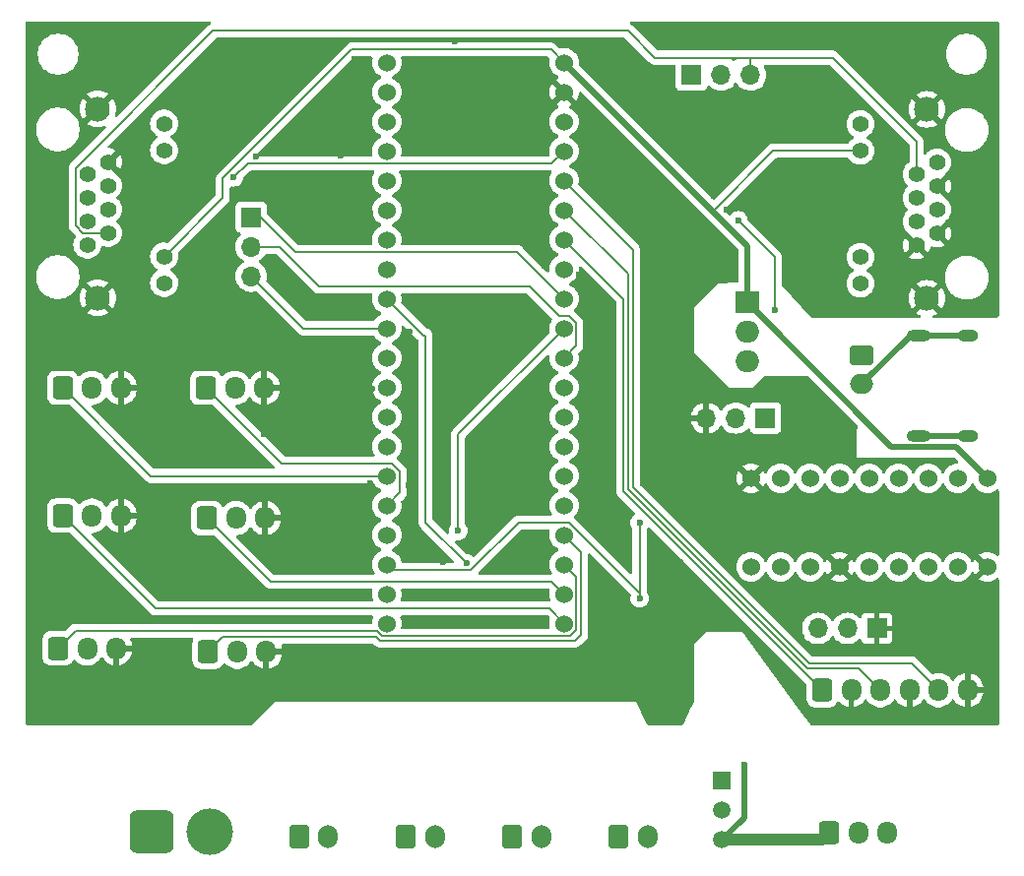
<source format=gbr>
%TF.GenerationSoftware,KiCad,Pcbnew,8.0.8*%
%TF.CreationDate,2025-09-27T22:11:16+09:00*%
%TF.ProjectId,esp_bluepill_board,6573705f-626c-4756-9570-696c6c5f626f,rev?*%
%TF.SameCoordinates,Original*%
%TF.FileFunction,Copper,L2,Bot*%
%TF.FilePolarity,Positive*%
%FSLAX46Y46*%
G04 Gerber Fmt 4.6, Leading zero omitted, Abs format (unit mm)*
G04 Created by KiCad (PCBNEW 8.0.8) date 2025-09-27 22:11:16*
%MOMM*%
%LPD*%
G01*
G04 APERTURE LIST*
G04 Aperture macros list*
%AMRoundRect*
0 Rectangle with rounded corners*
0 $1 Rounding radius*
0 $2 $3 $4 $5 $6 $7 $8 $9 X,Y pos of 4 corners*
0 Add a 4 corners polygon primitive as box body*
4,1,4,$2,$3,$4,$5,$6,$7,$8,$9,$2,$3,0*
0 Add four circle primitives for the rounded corners*
1,1,$1+$1,$2,$3*
1,1,$1+$1,$4,$5*
1,1,$1+$1,$6,$7*
1,1,$1+$1,$8,$9*
0 Add four rect primitives between the rounded corners*
20,1,$1+$1,$2,$3,$4,$5,0*
20,1,$1+$1,$4,$5,$6,$7,0*
20,1,$1+$1,$6,$7,$8,$9,0*
20,1,$1+$1,$8,$9,$2,$3,0*%
G04 Aperture macros list end*
%TA.AperFunction,HeatsinkPad*%
%ADD10O,2.100000X1.000000*%
%TD*%
%TA.AperFunction,HeatsinkPad*%
%ADD11O,1.800000X1.000000*%
%TD*%
%TA.AperFunction,ComponentPad*%
%ADD12R,1.700000X1.700000*%
%TD*%
%TA.AperFunction,ComponentPad*%
%ADD13O,1.700000X1.700000*%
%TD*%
%TA.AperFunction,ComponentPad*%
%ADD14RoundRect,0.250000X-0.600000X-0.725000X0.600000X-0.725000X0.600000X0.725000X-0.600000X0.725000X0*%
%TD*%
%TA.AperFunction,ComponentPad*%
%ADD15O,1.700000X1.950000*%
%TD*%
%TA.AperFunction,ComponentPad*%
%ADD16C,1.397000*%
%TD*%
%TA.AperFunction,ComponentPad*%
%ADD17C,2.133600*%
%TD*%
%TA.AperFunction,ComponentPad*%
%ADD18RoundRect,0.250000X-0.600000X-0.750000X0.600000X-0.750000X0.600000X0.750000X-0.600000X0.750000X0*%
%TD*%
%TA.AperFunction,ComponentPad*%
%ADD19O,1.700000X2.000000*%
%TD*%
%TA.AperFunction,ComponentPad*%
%ADD20R,1.508000X1.508000*%
%TD*%
%TA.AperFunction,ComponentPad*%
%ADD21C,1.508000*%
%TD*%
%TA.AperFunction,ComponentPad*%
%ADD22RoundRect,0.250000X-0.750000X0.600000X-0.750000X-0.600000X0.750000X-0.600000X0.750000X0.600000X0*%
%TD*%
%TA.AperFunction,ComponentPad*%
%ADD23O,2.000000X1.700000*%
%TD*%
%TA.AperFunction,ComponentPad*%
%ADD24C,1.524000*%
%TD*%
%TA.AperFunction,ComponentPad*%
%ADD25R,2.000000X1.905000*%
%TD*%
%TA.AperFunction,ComponentPad*%
%ADD26O,2.000000X1.905000*%
%TD*%
%TA.AperFunction,ComponentPad*%
%ADD27RoundRect,0.760000X-1.140000X-1.140000X1.140000X-1.140000X1.140000X1.140000X-1.140000X1.140000X0*%
%TD*%
%TA.AperFunction,ComponentPad*%
%ADD28C,4.000000*%
%TD*%
%TA.AperFunction,ViaPad*%
%ADD29C,0.600000*%
%TD*%
%TA.AperFunction,Conductor*%
%ADD30C,0.200000*%
%TD*%
%TA.AperFunction,Conductor*%
%ADD31C,0.500000*%
%TD*%
%TA.AperFunction,Conductor*%
%ADD32C,1.000000*%
%TD*%
G04 APERTURE END LIST*
D10*
%TO.P,J19,S1,SHIELD*%
%TO.N,GND*%
X97300000Y-56120000D03*
D11*
X101500000Y-56120000D03*
D10*
X97300000Y-47480000D03*
D11*
X101500000Y-47480000D03*
%TD*%
D12*
%TO.P,J20,1,Pin_1*%
%TO.N,other_3*%
X39900000Y-37320000D03*
D13*
%TO.P,J20,2,Pin_2*%
%TO.N,other_2*%
X39900000Y-39860000D03*
%TO.P,J20,3,Pin_3*%
%TO.N,other_1*%
X39900000Y-42400000D03*
%TD*%
D12*
%TO.P,SW2,1,A*%
%TO.N,unconnected-(SW2A-A-Pad1)*%
X84125000Y-54600000D03*
D13*
%TO.P,SW2,2,B*%
%TO.N,Net-(SW2A-B)*%
X81585000Y-54600000D03*
%TO.P,SW2,3,C*%
%TO.N,GND*%
X79045000Y-54600000D03*
%TD*%
D12*
%TO.P,J4,1,Pin_1*%
%TO.N,unconnected-(J4-Pin_1-Pad1)*%
X77760000Y-25100000D03*
D13*
%TO.P,J4,2,Pin_2*%
%TO.N,Net-(J4-Pin_2)*%
X80300000Y-25100000D03*
%TO.P,J4,3,Pin_3*%
%TO.N,Net-(J4-Pin_3)*%
X82840000Y-25100000D03*
%TD*%
D12*
%TO.P,J1,1,Pin_1*%
%TO.N,GND*%
X93700000Y-72700000D03*
D13*
%TO.P,J1,2,Pin_2*%
%TO.N,UART_1*%
X91160000Y-72700000D03*
%TO.P,J1,3,Pin_3*%
%TO.N,UART_2*%
X88620000Y-72700000D03*
%TD*%
D14*
%TO.P,J14,1,Pin_1*%
%TO.N,DC_DIR_2*%
X36000000Y-52000000D03*
D15*
%TO.P,J14,2,Pin_2*%
%TO.N,Net-(J14-Pin_2)*%
X38500000Y-52000000D03*
%TO.P,J14,3,Pin_3*%
%TO.N,GND*%
X41000000Y-52000000D03*
%TD*%
D16*
%TO.P,J3,1*%
%TO.N,Net-(U4-CANH)*%
X25811000Y-39684000D03*
%TO.P,J3,2*%
%TO.N,Net-(J4-Pin_3)*%
X27589000Y-38668000D03*
%TO.P,J3,3*%
%TO.N,GND*%
X25811000Y-37652000D03*
%TO.P,J3,4*%
%TO.N,unconnected-(J3-Pad4)*%
X27589000Y-36636000D03*
%TO.P,J3,5*%
%TO.N,unconnected-(J3-Pad5)*%
X25811000Y-35620000D03*
%TO.P,J3,6*%
%TO.N,Net-(J3-Pad6)*%
X27589000Y-34604000D03*
%TO.P,J3,7*%
%TO.N,GND*%
X25811000Y-33588000D03*
%TO.P,J3,8*%
X27589000Y-32572000D03*
%TO.P,J3,9*%
%TO.N,Net-(J3-Pad9)*%
X32415000Y-42986000D03*
%TO.P,J3,10*%
%TO.N,+3V3*%
X32415000Y-40700000D03*
%TO.P,J3,11*%
%TO.N,Net-(J3-Pad11)*%
X32415000Y-31556000D03*
%TO.P,J3,12*%
%TO.N,CAN_LED_Yello*%
X32415000Y-29270000D03*
D17*
%TO.P,J3,SH*%
%TO.N,GND*%
X26700000Y-28000000D03*
X26700000Y-44256000D03*
%TD*%
D18*
%TO.P,J12,1,Pin_1*%
%TO.N,Net-(D9-K)*%
X44000000Y-90600000D03*
D19*
%TO.P,J12,2,Pin_2*%
%TO.N,24V_GND*%
X46500000Y-90600000D03*
%TD*%
D16*
%TO.P,J2,1*%
%TO.N,Net-(U4-CANH)*%
X98889000Y-32616000D03*
%TO.P,J2,2*%
%TO.N,Net-(J4-Pin_3)*%
X97111000Y-33632000D03*
%TO.P,J2,3*%
%TO.N,GND*%
X98889000Y-34648000D03*
%TO.P,J2,4*%
%TO.N,unconnected-(J2-Pad4)*%
X97111000Y-35664000D03*
%TO.P,J2,5*%
%TO.N,unconnected-(J2-Pad5)*%
X98889000Y-36680000D03*
%TO.P,J2,6*%
%TO.N,Net-(J2-Pad6)*%
X97111000Y-37696000D03*
%TO.P,J2,7*%
%TO.N,GND*%
X98889000Y-38712000D03*
%TO.P,J2,8*%
X97111000Y-39728000D03*
%TO.P,J2,9*%
%TO.N,Net-(J2-Pad9)*%
X92285000Y-29314000D03*
%TO.P,J2,10*%
%TO.N,+3V3*%
X92285000Y-31600000D03*
%TO.P,J2,11*%
%TO.N,Net-(J2-Pad11)*%
X92285000Y-40744000D03*
%TO.P,J2,12*%
%TO.N,CAN_LED_Yello*%
X92285000Y-43030000D03*
D17*
%TO.P,J2,SH*%
%TO.N,GND*%
X98000000Y-44300000D03*
X98000000Y-28044000D03*
%TD*%
D20*
%TO.P,PS1,1,+VIN*%
%TO.N,+24V*%
X80400000Y-85820000D03*
D21*
%TO.P,PS1,2,GND*%
%TO.N,24V_GND*%
X80400000Y-88360000D03*
%TO.P,PS1,3,+VOUT*%
%TO.N,Net-(J8-Pin_1)*%
X80400000Y-90900000D03*
%TD*%
D14*
%TO.P,J16,1,Pin_1*%
%TO.N,DC_DIR_4*%
X36100000Y-63200000D03*
D15*
%TO.P,J16,2,Pin_2*%
%TO.N,Net-(J16-Pin_2)*%
X38600000Y-63200000D03*
%TO.P,J16,3,Pin_3*%
%TO.N,GND*%
X41100000Y-63200000D03*
%TD*%
D14*
%TO.P,J8,1,Pin_1*%
%TO.N,Net-(J8-Pin_1)*%
X89600000Y-90300000D03*
D15*
%TO.P,J8,2,Pin_2*%
%TO.N,Net-(J8-Pin_2)*%
X92100000Y-90300000D03*
%TO.P,J8,3,Pin_3*%
%TO.N,24V_GND*%
X94600000Y-90300000D03*
%TD*%
D18*
%TO.P,J11,1,Pin_1*%
%TO.N,Net-(D8-K)*%
X53200000Y-90600000D03*
D19*
%TO.P,J11,2,Pin_2*%
%TO.N,24V_GND*%
X55700000Y-90600000D03*
%TD*%
D14*
%TO.P,J18,1,Pin_1*%
%TO.N,DC_DIR_6*%
X36200000Y-74700000D03*
D15*
%TO.P,J18,2,Pin_2*%
%TO.N,Net-(J18-Pin_2)*%
X38700000Y-74700000D03*
%TO.P,J18,3,Pin_3*%
%TO.N,GND*%
X41200000Y-74700000D03*
%TD*%
D18*
%TO.P,J9,1,Pin_1*%
%TO.N,Net-(D6-K)*%
X71500000Y-90600000D03*
D19*
%TO.P,J9,2,Pin_2*%
%TO.N,24V_GND*%
X74000000Y-90600000D03*
%TD*%
D22*
%TO.P,J5,1,Pin_1*%
%TO.N,+5V*%
X92400000Y-49200000D03*
D23*
%TO.P,J5,2,Pin_2*%
%TO.N,GND*%
X92400000Y-51700000D03*
%TD*%
D14*
%TO.P,J15,1,Pin_1*%
%TO.N,DC_DIR_3*%
X23700000Y-63000000D03*
D15*
%TO.P,J15,2,Pin_2*%
%TO.N,Net-(J15-Pin_2)*%
X26200000Y-63000000D03*
%TO.P,J15,3,Pin_3*%
%TO.N,GND*%
X28700000Y-63000000D03*
%TD*%
D24*
%TO.P,U1,3V3,3.3V*%
%TO.N,+3V3*%
X66800000Y-24020000D03*
X51560000Y-67200000D03*
%TO.P,U1,5V,5V*%
%TO.N,unconnected-(U1-Pad5V)*%
X66800000Y-29100000D03*
%TO.P,U1,G,GND*%
%TO.N,GND*%
X66800000Y-26560000D03*
X51560000Y-72280000D03*
X51560000Y-69740000D03*
%TO.P,U1,NRST,RESET*%
%TO.N,unconnected-(U1-RESET-PadNRST)*%
X51560000Y-64660000D03*
%TO.P,U1,PA0,PA0*%
%TO.N,Net-(J13-Pin_2)*%
X51560000Y-34180000D03*
%TO.P,U1,PA1,PA1*%
%TO.N,Net-(J14-Pin_2)*%
X51560000Y-36720000D03*
%TO.P,U1,PA2,PA2*%
%TO.N,Net-(J15-Pin_2)*%
X51560000Y-39260000D03*
%TO.P,U1,PA3,PA3*%
%TO.N,Net-(J16-Pin_2)*%
X51560000Y-41800000D03*
%TO.P,U1,PA4,PA4*%
%TO.N,denji_3*%
X51560000Y-44340000D03*
%TO.P,U1,PA5,PA5*%
%TO.N,other_1*%
X51560000Y-46880000D03*
%TO.P,U1,PA6,PA6*%
%TO.N,Net-(J17-Pin_2)*%
X51560000Y-49420000D03*
%TO.P,U1,PA7,PA7*%
%TO.N,Net-(J18-Pin_2)*%
X51560000Y-51960000D03*
%TO.P,U1,PA8,PA8*%
%TO.N,neopixel_tim*%
X66800000Y-62120000D03*
%TO.P,U1,PA9,PA9*%
%TO.N,UART_2*%
X66800000Y-59580000D03*
%TO.P,U1,PA10,PA10*%
%TO.N,UART_1*%
X66800000Y-57040000D03*
%TO.P,U1,PA11,PA11*%
%TO.N,Net-(U4-RXD)*%
X66800000Y-54500000D03*
%TO.P,U1,PA12,PA12*%
%TO.N,Net-(U4-TXD)*%
X66800000Y-51960000D03*
%TO.P,U1,PA15,PA15*%
%TO.N,other_2*%
X66800000Y-49420000D03*
%TO.P,U1,PB0,PB0*%
%TO.N,denji_1*%
X51560000Y-54500000D03*
%TO.P,U1,PB1,PB1*%
%TO.N,denji_2*%
X51560000Y-57040000D03*
%TO.P,U1,PB3,PB3*%
%TO.N,denji_4*%
X66800000Y-46880000D03*
%TO.P,U1,PB4,PB4*%
%TO.N,other_3*%
X66800000Y-44340000D03*
%TO.P,U1,PB5,PB5*%
%TO.N,CAN_LED_Yello*%
X66800000Y-41800000D03*
%TO.P,U1,PB6,PB6*%
%TO.N,Net-(J7-Pin_1)*%
X66800000Y-39260000D03*
%TO.P,U1,PB7,PB7*%
%TO.N,Net-(J7-Pin_3)*%
X66800000Y-36720000D03*
%TO.P,U1,PB8,PB8*%
%TO.N,Net-(J7-Pin_5)*%
X66800000Y-34180000D03*
%TO.P,U1,PB9,PB9*%
%TO.N,EMS*%
X66800000Y-31640000D03*
%TO.P,U1,PB10,PB10*%
%TO.N,DC_DIR_1*%
X51560000Y-59580000D03*
%TO.P,U1,PB11,PB11*%
%TO.N,DC_DIR_2*%
X51560000Y-62120000D03*
%TO.P,U1,PB12,PB12*%
%TO.N,DC_DIR_3*%
X66800000Y-72280000D03*
%TO.P,U1,PB13,PB13*%
%TO.N,DC_DIR_4*%
X66800000Y-69740000D03*
%TO.P,U1,PB14,PB14*%
%TO.N,DC_DIR_5*%
X66800000Y-67200000D03*
%TO.P,U1,PB15,PB15*%
%TO.N,DC_DIR_6*%
X66800000Y-64660000D03*
%TO.P,U1,PC13,PC13*%
%TO.N,Net-(D2-A)*%
X51560000Y-26560000D03*
%TO.P,U1,PC14,PC14*%
%TO.N,Net-(D3-A)*%
X51560000Y-29100000D03*
%TO.P,U1,PC15,PC15*%
%TO.N,Net-(D1-A)*%
X51560000Y-31640000D03*
%TO.P,U1,VBAT,Vbat*%
%TO.N,unconnected-(U1-Vbat-PadVBAT)*%
X51560000Y-24020000D03*
%TD*%
D14*
%TO.P,J7,1,Pin_1*%
%TO.N,Net-(J7-Pin_1)*%
X89000000Y-78000000D03*
D15*
%TO.P,J7,2,Pin_2*%
%TO.N,GND*%
X91500000Y-78000000D03*
%TO.P,J7,3,Pin_3*%
%TO.N,Net-(J7-Pin_3)*%
X94000000Y-78000000D03*
%TO.P,J7,4,Pin_4*%
%TO.N,GND*%
X96500000Y-78000000D03*
%TO.P,J7,5,Pin_5*%
%TO.N,Net-(J7-Pin_5)*%
X99000000Y-78000000D03*
%TO.P,J7,6,Pin_6*%
%TO.N,GND*%
X101500000Y-78000000D03*
%TD*%
D18*
%TO.P,J10,1,Pin_1*%
%TO.N,Net-(D7-K)*%
X62350000Y-90575000D03*
D19*
%TO.P,J10,2,Pin_2*%
%TO.N,24V_GND*%
X64850000Y-90575000D03*
%TD*%
D14*
%TO.P,J13,1,Pin_1*%
%TO.N,DC_DIR_1*%
X23700000Y-52000000D03*
D15*
%TO.P,J13,2,Pin_2*%
%TO.N,Net-(J13-Pin_2)*%
X26200000Y-52000000D03*
%TO.P,J13,3,Pin_3*%
%TO.N,GND*%
X28700000Y-52000000D03*
%TD*%
D25*
%TO.P,U3,1,VO*%
%TO.N,+3V3*%
X82555000Y-44660000D03*
D26*
%TO.P,U3,2,VI*%
%TO.N,+5V*%
X82555000Y-47200000D03*
%TO.P,U3,3,ADJ*%
%TO.N,GND*%
X82555000Y-49740000D03*
%TD*%
D24*
%TO.P,U7,1,3V3*%
%TO.N,+3V3*%
X103200000Y-59780000D03*
%TO.P,U7,2,EN*%
%TO.N,Net-(U7-EN)*%
X100660000Y-59780000D03*
%TO.P,U7,3,IO14*%
%TO.N,unconnected-(U7-IO14-Pad3)*%
X98120000Y-59780000D03*
%TO.P,U7,4,IO12*%
%TO.N,Net-(D5-A)*%
X95580000Y-59780000D03*
%TO.P,U7,5,IO13*%
%TO.N,Net-(D4-A)*%
X93040000Y-59780000D03*
%TO.P,U7,6,IO15*%
%TO.N,Net-(U7-IO15)*%
X90500000Y-59780000D03*
%TO.P,U7,7,IO2*%
%TO.N,Net-(U7-IO2)*%
X87960000Y-59780000D03*
%TO.P,U7,8,IO0*%
%TO.N,Net-(SW2A-B)*%
X85420000Y-59780000D03*
%TO.P,U7,9,G*%
%TO.N,GND*%
X82880000Y-59780000D03*
%TO.P,U7,10,G*%
X103200000Y-67400000D03*
%TO.P,U7,11,IO16*%
%TO.N,unconnected-(U7-IO16-Pad11)*%
X100660000Y-67400000D03*
%TO.P,U7,12,TOUT*%
%TO.N,unconnected-(U7-TOUT-Pad12)*%
X98120000Y-67400000D03*
%TO.P,U7,13,RST*%
%TO.N,Net-(U7-RST)*%
X95580000Y-67400000D03*
%TO.P,U7,14,IO5*%
%TO.N,unconnected-(U7-IO5-Pad14)*%
X93040000Y-67400000D03*
%TO.P,U7,15,G*%
%TO.N,GND*%
X90500000Y-67400000D03*
%TO.P,U7,16,TXD*%
%TO.N,UART_1*%
X87960000Y-67400000D03*
%TO.P,U7,17,RXD*%
%TO.N,UART_2*%
X85420000Y-67400000D03*
%TO.P,U7,18,IO4*%
%TO.N,unconnected-(U7-IO4-Pad18)*%
X82880000Y-67400000D03*
%TD*%
D14*
%TO.P,J17,1,Pin_1*%
%TO.N,DC_DIR_5*%
X23300000Y-74400000D03*
D15*
%TO.P,J17,2,Pin_2*%
%TO.N,Net-(J17-Pin_2)*%
X25800000Y-74400000D03*
%TO.P,J17,3,Pin_3*%
%TO.N,GND*%
X28300000Y-74400000D03*
%TD*%
D27*
%TO.P,J6,1,Pin_1*%
%TO.N,24V_GND*%
X31300000Y-90200000D03*
D28*
%TO.P,J6,2,Pin_2*%
%TO.N,+24V*%
X36300000Y-90200000D03*
%TD*%
D29*
%TO.N,GND*%
X28800000Y-31300000D03*
X36000000Y-32800000D03*
X91500000Y-80400000D03*
X96600000Y-80400000D03*
X59200000Y-78400000D03*
X64500000Y-78400000D03*
X53700000Y-78300000D03*
X28700000Y-33400000D03*
X44200000Y-28800000D03*
X39600000Y-34000000D03*
X33500000Y-41900000D03*
X37300000Y-40100000D03*
X43700000Y-43200000D03*
X75900000Y-46600000D03*
X76800000Y-43100000D03*
X50000000Y-45400000D03*
X41400000Y-41100000D03*
X100800000Y-72000000D03*
X38400000Y-71900000D03*
X29100000Y-71200000D03*
X68500000Y-62700000D03*
X54000000Y-72100000D03*
X54800000Y-70100000D03*
X65000000Y-69800000D03*
X60700000Y-69800000D03*
X56900000Y-72500000D03*
X61000000Y-72200000D03*
X65300000Y-71800000D03*
X64900000Y-65200000D03*
X60200000Y-67800000D03*
X62800000Y-67000000D03*
X59500000Y-63800000D03*
X56100000Y-60300000D03*
X53500000Y-57700000D03*
X53400000Y-53200000D03*
X48800000Y-23700000D03*
X50500000Y-25300000D03*
X50400000Y-27900000D03*
X40300000Y-32100000D03*
X47600000Y-32000000D03*
X36100000Y-35300000D03*
X39000000Y-45300000D03*
X29300000Y-56200000D03*
X58500000Y-49600000D03*
X87200000Y-37600000D03*
X80800000Y-36700000D03*
X77800000Y-39200000D03*
X65100000Y-31600000D03*
X57400000Y-22200000D03*
X71500000Y-22400000D03*
X86200000Y-28700000D03*
X99500000Y-45700000D03*
X94600000Y-36700000D03*
X89300000Y-39300000D03*
X89200000Y-36900000D03*
X101900000Y-39400000D03*
X86900000Y-32500000D03*
X95800000Y-34800000D03*
X96100000Y-31200000D03*
X91200000Y-30500000D03*
X70900000Y-44800000D03*
X68100000Y-42300000D03*
X72100000Y-37700000D03*
X77300000Y-32900000D03*
X73900000Y-43600000D03*
X81300000Y-42100000D03*
X88200000Y-45500000D03*
X84000000Y-34300000D03*
X103800000Y-45700000D03*
X37600000Y-61200000D03*
X29300000Y-59100000D03*
X56400000Y-67000000D03*
X53500000Y-47200000D03*
X53400000Y-60400000D03*
X60000000Y-33600000D03*
X58100000Y-36900000D03*
X53900000Y-39200000D03*
X53500000Y-33700000D03*
X65100000Y-41500000D03*
X60500000Y-57100000D03*
X65200000Y-50400000D03*
X64600000Y-62300000D03*
X56700000Y-58100000D03*
X63400000Y-44500000D03*
X53300000Y-44300000D03*
X68500000Y-51600000D03*
X69900000Y-54400000D03*
X72400000Y-63100000D03*
X89400000Y-24600000D03*
X79500000Y-30900000D03*
X75800000Y-28200000D03*
X62600000Y-27300000D03*
X53600000Y-27700000D03*
X53700000Y-24300000D03*
X37200000Y-32400000D03*
X38600000Y-27300000D03*
X46400000Y-22800000D03*
X37100000Y-22400000D03*
X28300000Y-23500000D03*
X35500000Y-20900000D03*
X32100000Y-37300000D03*
X22500000Y-33200000D03*
X22500000Y-38900000D03*
X44100000Y-38550000D03*
X50000000Y-33700000D03*
X50100000Y-36900000D03*
X49900000Y-39400000D03*
X46900000Y-49700000D03*
X50308863Y-52125245D03*
X50600000Y-48100000D03*
X47600000Y-39400000D03*
X45100000Y-44400000D03*
X39200000Y-47500000D03*
X31400000Y-47400000D03*
X23400000Y-55200000D03*
X23800000Y-61000000D03*
X27900000Y-57600000D03*
X36900000Y-54300000D03*
X33900000Y-57500000D03*
X39600000Y-57000000D03*
X41000000Y-56000000D03*
X44600000Y-57600000D03*
X42500000Y-57100000D03*
X41200000Y-58600000D03*
X39900000Y-69600000D03*
X35500000Y-68600000D03*
X23500000Y-69200000D03*
X30200000Y-80700000D03*
X51000000Y-76100000D03*
X56400000Y-76200000D03*
X62000000Y-76300000D03*
X49900000Y-71900000D03*
X49900000Y-69900000D03*
X46100000Y-66350000D03*
X43100000Y-66300000D03*
X50000000Y-67700000D03*
X50150000Y-60180000D03*
X49900000Y-57400000D03*
X58700000Y-65500000D03*
X56400000Y-63500000D03*
X67100000Y-76100000D03*
X84400000Y-75100000D03*
X78500000Y-70900000D03*
X74800000Y-69500000D03*
X84200000Y-68500000D03*
X81400000Y-67900000D03*
X96900000Y-68600000D03*
X85400000Y-63800000D03*
X97200000Y-62300000D03*
X103900000Y-61300000D03*
X84300000Y-51400000D03*
X85700000Y-53900000D03*
X87700000Y-51400000D03*
X91800000Y-55400000D03*
X85100000Y-58100000D03*
X76100000Y-53000000D03*
X79500000Y-58900000D03*
X77700000Y-47400000D03*
X74200000Y-50700000D03*
X74400000Y-60500000D03*
X76800000Y-67000000D03*
X79400000Y-63000000D03*
X74400000Y-64900000D03*
X69100000Y-66800000D03*
X53300000Y-31700000D03*
X65200000Y-38900000D03*
X79700000Y-35500000D03*
X79400000Y-26700000D03*
X82400000Y-26600000D03*
X87400000Y-21600000D03*
X93300000Y-22200000D03*
X96100000Y-23000000D03*
X81000000Y-20800000D03*
X76000000Y-22400000D03*
X88200000Y-80600000D03*
X76700000Y-80700000D03*
X74200000Y-80700000D03*
X39800000Y-80600000D03*
X20800000Y-80700000D03*
X103900000Y-80700000D03*
X103900000Y-20800000D03*
X20800000Y-20800000D03*
%TO.N,+5V*%
X84900000Y-45300000D03*
X81800000Y-37600000D03*
%TO.N,+3V3*%
X73300000Y-63600000D03*
X73300000Y-70100000D03*
%TO.N,Net-(J8-Pin_1)*%
X82300000Y-84400000D03*
%TO.N,denji_4*%
X57700000Y-64300000D03*
%TO.N,GND*%
X89800000Y-55000000D03*
%TO.N,EMS*%
X38400000Y-33900000D03*
%TO.N,denji_3*%
X58400000Y-67100000D03*
%TD*%
D30*
%TO.N,GND*%
X27589000Y-32572000D02*
X27872000Y-32572000D01*
X27872000Y-32572000D02*
X28700000Y-33400000D01*
X27589000Y-32572000D02*
X27589000Y-32511000D01*
X27589000Y-32511000D02*
X28800000Y-31300000D01*
X91500000Y-80400000D02*
X91500000Y-78000000D01*
X96600000Y-80400000D02*
X96500000Y-80300000D01*
X96500000Y-80300000D02*
X96500000Y-78000000D01*
%TO.N,other_3*%
X43722000Y-40322000D02*
X40720000Y-37320000D01*
X40720000Y-37320000D02*
X39900000Y-37320000D01*
%TO.N,other_2*%
X67862000Y-48358000D02*
X67862000Y-46440105D01*
X45726529Y-43278000D02*
X42308529Y-39860000D01*
X67862000Y-46440105D02*
X67239895Y-45818000D01*
X67239895Y-45818000D02*
X66360105Y-45818000D01*
X66800000Y-49420000D02*
X67862000Y-48358000D01*
X66360105Y-45818000D02*
X63820105Y-43278000D01*
X63820105Y-43278000D02*
X45726529Y-43278000D01*
X42308529Y-39860000D02*
X39900000Y-39860000D01*
%TO.N,other_1*%
X51560000Y-46880000D02*
X44380000Y-46880000D01*
X44380000Y-46880000D02*
X39900000Y-42400000D01*
%TO.N,Net-(J4-Pin_3)*%
X81600000Y-23600000D02*
X82700000Y-23600000D01*
X82700000Y-23600000D02*
X83000000Y-23600000D01*
X82840000Y-23760000D02*
X82840000Y-23740000D01*
X82840000Y-23740000D02*
X82700000Y-23600000D01*
X83000000Y-23600000D02*
X89900000Y-23600000D01*
X82840000Y-23760000D02*
X82840000Y-25100000D01*
X83000000Y-23600000D02*
X82840000Y-23760000D01*
D31*
%TO.N,+3V3*%
X82555000Y-39775000D02*
X79590000Y-36810000D01*
X79590000Y-36810000D02*
X66800000Y-24020000D01*
D30*
X92285000Y-31600000D02*
X84800000Y-31600000D01*
X84800000Y-31600000D02*
X79590000Y-36810000D01*
X32415000Y-40700000D02*
X37457000Y-35658000D01*
X37457000Y-35658000D02*
X37457000Y-33994471D01*
X65680000Y-22900000D02*
X66800000Y-24020000D01*
X37457000Y-33994471D02*
X48551471Y-22900000D01*
X48551471Y-22900000D02*
X65680000Y-22900000D01*
%TO.N,other_3*%
X66800000Y-44340000D02*
X62782000Y-40322000D01*
X62782000Y-40322000D02*
X43722000Y-40322000D01*
%TO.N,+5V*%
X84900000Y-40700000D02*
X84900000Y-45300000D01*
X81800000Y-37600000D02*
X84900000Y-40700000D01*
%TO.N,+3V3*%
X52060000Y-67700000D02*
X51560000Y-67200000D01*
D31*
X82555000Y-44660000D02*
X94965000Y-57070000D01*
D30*
X62880000Y-63598000D02*
X58778000Y-67700000D01*
X67239895Y-63598000D02*
X62880000Y-63598000D01*
X73300000Y-70100000D02*
X73300000Y-69658105D01*
D31*
X94965000Y-57070000D02*
X100490000Y-57070000D01*
D30*
X58778000Y-67700000D02*
X52060000Y-67700000D01*
D31*
X82555000Y-44660000D02*
X82555000Y-39775000D01*
X100490000Y-57070000D02*
X103200000Y-59780000D01*
D30*
X73300000Y-69658105D02*
X67239895Y-63598000D01*
X73300000Y-70100000D02*
X73300000Y-63600000D01*
%TO.N,Net-(J4-Pin_3)*%
X74600000Y-23600000D02*
X81200000Y-23600000D01*
X36600000Y-21300000D02*
X72300000Y-21300000D01*
X25414907Y-38668000D02*
X24812500Y-38065593D01*
X81400000Y-23600000D02*
X81400000Y-23800000D01*
X24812500Y-33087500D02*
X36600000Y-21300000D01*
X97111000Y-30811000D02*
X97111000Y-33632000D01*
X27589000Y-38668000D02*
X25414907Y-38668000D01*
X24812500Y-38065593D02*
X24812500Y-33087500D01*
X81600000Y-23600000D02*
X81400000Y-23800000D01*
X89900000Y-23600000D02*
X97111000Y-30811000D01*
X72300000Y-21300000D02*
X74600000Y-23600000D01*
X81200000Y-23600000D02*
X81400000Y-23800000D01*
X81200000Y-23600000D02*
X81400000Y-23600000D01*
X81400000Y-23600000D02*
X81600000Y-23600000D01*
%TO.N,Net-(J7-Pin_1)*%
X89000000Y-78000000D02*
X71900000Y-60900000D01*
X71900000Y-44360000D02*
X66800000Y-39260000D01*
X71900000Y-60900000D02*
X71900000Y-44360000D01*
%TO.N,Net-(J7-Pin_3)*%
X92167157Y-76167157D02*
X87732843Y-76167157D01*
X87732843Y-76167157D02*
X87732843Y-76132843D01*
X72300000Y-60700000D02*
X72300000Y-42220000D01*
X87732843Y-76132843D02*
X72300000Y-60700000D01*
X94000000Y-78000000D02*
X92167157Y-76167157D01*
X72300000Y-42220000D02*
X66800000Y-36720000D01*
%TO.N,Net-(J7-Pin_5)*%
X87865686Y-75700000D02*
X96700000Y-75700000D01*
X72732843Y-60567157D02*
X87865686Y-75700000D01*
X66800000Y-34180000D02*
X72732843Y-40112843D01*
X72732843Y-40112843D02*
X72732843Y-60567157D01*
X96700000Y-75700000D02*
X99000000Y-78000000D01*
%TO.N,DC_DIR_1*%
X23700000Y-52000000D02*
X31280000Y-59580000D01*
X31280000Y-59580000D02*
X51560000Y-59580000D01*
%TO.N,DC_DIR_2*%
X51999895Y-58518000D02*
X52700000Y-59218105D01*
X42518000Y-58518000D02*
X51999895Y-58518000D01*
X36000000Y-52000000D02*
X42518000Y-58518000D01*
X52700000Y-60980000D02*
X51560000Y-62120000D01*
X52700000Y-59218105D02*
X52700000Y-60980000D01*
%TO.N,DC_DIR_3*%
X23700000Y-63000000D02*
X31700000Y-71000000D01*
X65520000Y-71000000D02*
X66800000Y-72280000D01*
X31700000Y-71000000D02*
X65520000Y-71000000D01*
%TO.N,DC_DIR_4*%
X41578000Y-68678000D02*
X65738000Y-68678000D01*
X36100000Y-63200000D02*
X41578000Y-68678000D01*
X65738000Y-68678000D02*
X66800000Y-69740000D01*
%TO.N,DC_DIR_5*%
X67862000Y-72838000D02*
X67862000Y-68262000D01*
X50689053Y-72910948D02*
X51120105Y-73342000D01*
X51120105Y-73342000D02*
X67358000Y-73342000D01*
X23300000Y-74400000D02*
X24789052Y-72910948D01*
X67862000Y-68262000D02*
X66800000Y-67200000D01*
X24789052Y-72910948D02*
X50689053Y-72910948D01*
X67358000Y-73342000D02*
X67862000Y-72838000D01*
%TO.N,DC_DIR_6*%
X68262000Y-66122000D02*
X66800000Y-64660000D01*
X68262000Y-73238000D02*
X68262000Y-66122000D01*
X50625000Y-73425000D02*
X50942000Y-73742000D01*
X37475000Y-73425000D02*
X50625000Y-73425000D01*
X36200000Y-74700000D02*
X37475000Y-73425000D01*
X67758000Y-73742000D02*
X68262000Y-73238000D01*
X50942000Y-73742000D02*
X67758000Y-73742000D01*
D31*
%TO.N,Net-(J8-Pin_1)*%
X82300000Y-89000000D02*
X80400000Y-90900000D01*
D32*
X89000000Y-90900000D02*
X89600000Y-90300000D01*
X80400000Y-90900000D02*
X89000000Y-90900000D01*
D31*
X82300000Y-84400000D02*
X82300000Y-89000000D01*
D30*
%TO.N,denji_4*%
X57700000Y-64300000D02*
X57700000Y-55980000D01*
X57700000Y-55980000D02*
X66800000Y-46880000D01*
D31*
%TO.N,GND*%
X97300000Y-47480000D02*
X101500000Y-47480000D01*
X92400000Y-51700000D02*
X96620000Y-47480000D01*
X97300000Y-56120000D02*
X101500000Y-56120000D01*
X96620000Y-47480000D02*
X97300000Y-47480000D01*
D30*
%TO.N,EMS*%
X39598000Y-32702000D02*
X38400000Y-33900000D01*
X66800000Y-31640000D02*
X65738000Y-32702000D01*
X65738000Y-32702000D02*
X39598000Y-32702000D01*
%TO.N,denji_3*%
X54900000Y-47500000D02*
X54720000Y-47500000D01*
X58400000Y-67100000D02*
X54900000Y-63600000D01*
X54900000Y-63600000D02*
X54900000Y-47500000D01*
X54720000Y-47500000D02*
X51560000Y-44340000D01*
%TD*%
%TA.AperFunction,Conductor*%
%TO.N,GND*%
G36*
X36391091Y-20520185D02*
G01*
X36436846Y-20572989D01*
X36446790Y-20642147D01*
X36417765Y-20705703D01*
X36375252Y-20736357D01*
X36375254Y-20736359D01*
X36375236Y-20736368D01*
X36371502Y-20739062D01*
X36368211Y-20740424D01*
X36231290Y-20819475D01*
X36231282Y-20819481D01*
X36119478Y-20931286D01*
X28373631Y-28677132D01*
X28312308Y-28710617D01*
X28242616Y-28705633D01*
X28186683Y-28663761D01*
X28162266Y-28598297D01*
X28171389Y-28541998D01*
X28194723Y-28485664D01*
X28252294Y-28245862D01*
X28271644Y-28000000D01*
X28252294Y-27754137D01*
X28194723Y-27514335D01*
X28100346Y-27286487D01*
X27973711Y-27079839D01*
X27425643Y-27627908D01*
X27420294Y-27614995D01*
X27331343Y-27481870D01*
X27218130Y-27368657D01*
X27085005Y-27279706D01*
X27072089Y-27274356D01*
X27620159Y-26726287D01*
X27413512Y-26599653D01*
X27185664Y-26505276D01*
X26945862Y-26447705D01*
X26700000Y-26428355D01*
X26454137Y-26447705D01*
X26214335Y-26505276D01*
X25986495Y-26599650D01*
X25986490Y-26599653D01*
X25779839Y-26726287D01*
X26327909Y-27274356D01*
X26314995Y-27279706D01*
X26181870Y-27368657D01*
X26068657Y-27481870D01*
X25979706Y-27614995D01*
X25974356Y-27627909D01*
X25426287Y-27079839D01*
X25299653Y-27286490D01*
X25299650Y-27286495D01*
X25205276Y-27514335D01*
X25147705Y-27754137D01*
X25128355Y-28000000D01*
X25147705Y-28245862D01*
X25205276Y-28485664D01*
X25299653Y-28713512D01*
X25426287Y-28920159D01*
X25974356Y-28372089D01*
X25979706Y-28385005D01*
X26068657Y-28518130D01*
X26181870Y-28631343D01*
X26314995Y-28720294D01*
X26327908Y-28725643D01*
X25779839Y-29273711D01*
X25986487Y-29400346D01*
X26214335Y-29494723D01*
X26454137Y-29552294D01*
X26700000Y-29571644D01*
X26945862Y-29552294D01*
X27185664Y-29494723D01*
X27241998Y-29471389D01*
X27311467Y-29463920D01*
X27373946Y-29495195D01*
X27409599Y-29555283D01*
X27407106Y-29625109D01*
X27377132Y-29673631D01*
X24443786Y-32606978D01*
X24331981Y-32718782D01*
X24331979Y-32718784D01*
X24321155Y-32737534D01*
X24311071Y-32755000D01*
X24285668Y-32799000D01*
X24256055Y-32850291D01*
X24252923Y-32855715D01*
X24211999Y-33008443D01*
X24211999Y-33008445D01*
X24211999Y-33176546D01*
X24212000Y-33176559D01*
X24212000Y-37978923D01*
X24211999Y-37978941D01*
X24211999Y-38144647D01*
X24211998Y-38144647D01*
X24250724Y-38289174D01*
X24252923Y-38297378D01*
X24281011Y-38346027D01*
X24331979Y-38434307D01*
X24331981Y-38434310D01*
X24450849Y-38553178D01*
X24450855Y-38553183D01*
X24780001Y-38882329D01*
X24813486Y-38943652D01*
X24808502Y-39013344D01*
X24791277Y-39044733D01*
X24787223Y-39050101D01*
X24688180Y-39249005D01*
X24688174Y-39249020D01*
X24627366Y-39462738D01*
X24627365Y-39462740D01*
X24606863Y-39683999D01*
X24606863Y-39684000D01*
X24627365Y-39905259D01*
X24627366Y-39905261D01*
X24688174Y-40118979D01*
X24688180Y-40118994D01*
X24787222Y-40317896D01*
X24921133Y-40495224D01*
X25085344Y-40644921D01*
X25085346Y-40644923D01*
X25274266Y-40761897D01*
X25274272Y-40761900D01*
X25303206Y-40773109D01*
X25481472Y-40842170D01*
X25699896Y-40883000D01*
X25699899Y-40883000D01*
X25922101Y-40883000D01*
X25922104Y-40883000D01*
X26140528Y-40842170D01*
X26347730Y-40761899D01*
X26536655Y-40644922D01*
X26676200Y-40517709D01*
X26700866Y-40495224D01*
X26712621Y-40479658D01*
X26834778Y-40317896D01*
X26933824Y-40118984D01*
X26994634Y-39905260D01*
X26995735Y-39893370D01*
X27021517Y-39828436D01*
X27078316Y-39787746D01*
X27148097Y-39784223D01*
X27163990Y-39789180D01*
X27259472Y-39826170D01*
X27477896Y-39867000D01*
X27477899Y-39867000D01*
X27700101Y-39867000D01*
X27700104Y-39867000D01*
X27918528Y-39826170D01*
X28125730Y-39745899D01*
X28314655Y-39628922D01*
X28478868Y-39479222D01*
X28612778Y-39301896D01*
X28711824Y-39102984D01*
X28772634Y-38889260D01*
X28793137Y-38668000D01*
X28792110Y-38656922D01*
X28772634Y-38446740D01*
X28772633Y-38446738D01*
X28770451Y-38439070D01*
X28711824Y-38233016D01*
X28704285Y-38217876D01*
X28643847Y-38096500D01*
X28612778Y-38034104D01*
X28524541Y-37917259D01*
X28478866Y-37856775D01*
X28354758Y-37743637D01*
X28318476Y-37683926D01*
X28320237Y-37614079D01*
X28354758Y-37560363D01*
X28398879Y-37520142D01*
X28478868Y-37447222D01*
X28612778Y-37269896D01*
X28711824Y-37070984D01*
X28772634Y-36857260D01*
X28793137Y-36636000D01*
X28792110Y-36624922D01*
X28772634Y-36414740D01*
X28772633Y-36414738D01*
X28736160Y-36286550D01*
X28711824Y-36201016D01*
X28692443Y-36162094D01*
X28634687Y-36046103D01*
X28612778Y-36002104D01*
X28512093Y-35868775D01*
X28478866Y-35824775D01*
X28377761Y-35732607D01*
X28354757Y-35711636D01*
X28318476Y-35651926D01*
X28320237Y-35582079D01*
X28354758Y-35528363D01*
X28361925Y-35521830D01*
X28448684Y-35442738D01*
X28478866Y-35415224D01*
X28483367Y-35409264D01*
X28612778Y-35237896D01*
X28711824Y-35038984D01*
X28772634Y-34825260D01*
X28793137Y-34604000D01*
X28792110Y-34592922D01*
X28772634Y-34382740D01*
X28772633Y-34382738D01*
X28770451Y-34375070D01*
X28711824Y-34169016D01*
X28612778Y-33970104D01*
X28478868Y-33792778D01*
X28478866Y-33792775D01*
X28314655Y-33643078D01*
X28314654Y-33643077D01*
X28305534Y-33637430D01*
X28283132Y-33619685D01*
X27673094Y-33009647D01*
X27760571Y-32986208D01*
X27861930Y-32927689D01*
X27944689Y-32844930D01*
X28003208Y-32743571D01*
X28026647Y-32656094D01*
X28596788Y-33226235D01*
X28596789Y-33226235D01*
X28612349Y-33205632D01*
X28612350Y-33205629D01*
X28711350Y-33006813D01*
X28711356Y-33006798D01*
X28772139Y-32793168D01*
X28772140Y-32793166D01*
X28792634Y-32572000D01*
X28792634Y-32571999D01*
X28772140Y-32350833D01*
X28772139Y-32350831D01*
X28711356Y-32137201D01*
X28711350Y-32137186D01*
X28612351Y-31938370D01*
X28612349Y-31938367D01*
X28596788Y-31917762D01*
X28026647Y-32487904D01*
X28003208Y-32400429D01*
X27944689Y-32299070D01*
X27861930Y-32216311D01*
X27760571Y-32157792D01*
X27673093Y-32134352D01*
X28241237Y-31566208D01*
X28241236Y-31566207D01*
X28125509Y-31494552D01*
X28125503Y-31494549D01*
X27918392Y-31414315D01*
X27700055Y-31373500D01*
X27675096Y-31373500D01*
X27608057Y-31353815D01*
X27562302Y-31301011D01*
X27552358Y-31231853D01*
X27581383Y-31168297D01*
X27587401Y-31161833D01*
X29479235Y-29269999D01*
X31210863Y-29269999D01*
X31210863Y-29270000D01*
X31231365Y-29491259D01*
X31231366Y-29491261D01*
X31292174Y-29704979D01*
X31292180Y-29704994D01*
X31391222Y-29903896D01*
X31525133Y-30081224D01*
X31643133Y-30188794D01*
X31689345Y-30230922D01*
X31804358Y-30302135D01*
X31813141Y-30307573D01*
X31859776Y-30359601D01*
X31870880Y-30428583D01*
X31842927Y-30492617D01*
X31813141Y-30518427D01*
X31689343Y-30595079D01*
X31525133Y-30744775D01*
X31391222Y-30922103D01*
X31292180Y-31121005D01*
X31292174Y-31121020D01*
X31231366Y-31334738D01*
X31231365Y-31334740D01*
X31210863Y-31555999D01*
X31210863Y-31556000D01*
X31231365Y-31777259D01*
X31231366Y-31777261D01*
X31292174Y-31990979D01*
X31292180Y-31990994D01*
X31391222Y-32189896D01*
X31525133Y-32367224D01*
X31689344Y-32516921D01*
X31689346Y-32516923D01*
X31878266Y-32633897D01*
X31878272Y-32633900D01*
X31907206Y-32645109D01*
X32085472Y-32714170D01*
X32303896Y-32755000D01*
X32303899Y-32755000D01*
X32526101Y-32755000D01*
X32526104Y-32755000D01*
X32744528Y-32714170D01*
X32951730Y-32633899D01*
X33140655Y-32516922D01*
X33304868Y-32367222D01*
X33438778Y-32189896D01*
X33537824Y-31990984D01*
X33598634Y-31777260D01*
X33619137Y-31556000D01*
X33617478Y-31538102D01*
X33598634Y-31334740D01*
X33598633Y-31334738D01*
X33570412Y-31235553D01*
X33537824Y-31121016D01*
X33537059Y-31119480D01*
X33460687Y-30966103D01*
X33438778Y-30922104D01*
X33304868Y-30744778D01*
X33304866Y-30744775D01*
X33140655Y-30595078D01*
X33140653Y-30595076D01*
X33016859Y-30518427D01*
X32970223Y-30466399D01*
X32959119Y-30397418D01*
X32987072Y-30333383D01*
X33016859Y-30307573D01*
X33069594Y-30274921D01*
X33140655Y-30230922D01*
X33304868Y-30081222D01*
X33438778Y-29903896D01*
X33537824Y-29704984D01*
X33598634Y-29491260D01*
X33619137Y-29270000D01*
X33598634Y-29048740D01*
X33537824Y-28835016D01*
X33438778Y-28636104D01*
X33364951Y-28538341D01*
X33304866Y-28458775D01*
X33140655Y-28309078D01*
X33140653Y-28309076D01*
X32951733Y-28192102D01*
X32951727Y-28192099D01*
X32844080Y-28150397D01*
X32744528Y-28111830D01*
X32526104Y-28071000D01*
X32303896Y-28071000D01*
X32085472Y-28111830D01*
X32040713Y-28129170D01*
X31878272Y-28192099D01*
X31878266Y-28192102D01*
X31689346Y-28309076D01*
X31689344Y-28309078D01*
X31525133Y-28458775D01*
X31391222Y-28636103D01*
X31292180Y-28835005D01*
X31292174Y-28835020D01*
X31231366Y-29048738D01*
X31231365Y-29048740D01*
X31210863Y-29269999D01*
X29479235Y-29269999D01*
X36812416Y-21936819D01*
X36873739Y-21903334D01*
X36900097Y-21900500D01*
X71999903Y-21900500D01*
X72066942Y-21920185D01*
X72087584Y-21936819D01*
X74115139Y-23964374D01*
X74115149Y-23964385D01*
X74119479Y-23968715D01*
X74119480Y-23968716D01*
X74231284Y-24080520D01*
X74314763Y-24128716D01*
X74354715Y-24151783D01*
X74368215Y-24159577D01*
X74520942Y-24200500D01*
X74520943Y-24200500D01*
X76285500Y-24200500D01*
X76352539Y-24220185D01*
X76398294Y-24272989D01*
X76409500Y-24324500D01*
X76409500Y-25997870D01*
X76409501Y-25997876D01*
X76415908Y-26057483D01*
X76466202Y-26192328D01*
X76466206Y-26192335D01*
X76552452Y-26307544D01*
X76552455Y-26307547D01*
X76667664Y-26393793D01*
X76667671Y-26393797D01*
X76802517Y-26444091D01*
X76802516Y-26444091D01*
X76809444Y-26444835D01*
X76862127Y-26450500D01*
X78657872Y-26450499D01*
X78717483Y-26444091D01*
X78852331Y-26393796D01*
X78967546Y-26307546D01*
X79053796Y-26192331D01*
X79102810Y-26060916D01*
X79144681Y-26004984D01*
X79210145Y-25980566D01*
X79278418Y-25995417D01*
X79306673Y-26016569D01*
X79428599Y-26138495D01*
X79516309Y-26199910D01*
X79622165Y-26274032D01*
X79622167Y-26274033D01*
X79622170Y-26274035D01*
X79836337Y-26373903D01*
X80064592Y-26435063D01*
X80241034Y-26450500D01*
X80299999Y-26455659D01*
X80300000Y-26455659D01*
X80300001Y-26455659D01*
X80358966Y-26450500D01*
X80535408Y-26435063D01*
X80763663Y-26373903D01*
X80977830Y-26274035D01*
X81171401Y-26138495D01*
X81338495Y-25971401D01*
X81468425Y-25785842D01*
X81523002Y-25742217D01*
X81592500Y-25735023D01*
X81654855Y-25766546D01*
X81671575Y-25785842D01*
X81801500Y-25971395D01*
X81801505Y-25971401D01*
X81968599Y-26138495D01*
X82056309Y-26199910D01*
X82162165Y-26274032D01*
X82162167Y-26274033D01*
X82162170Y-26274035D01*
X82376337Y-26373903D01*
X82604592Y-26435063D01*
X82781034Y-26450500D01*
X82839999Y-26455659D01*
X82840000Y-26455659D01*
X82840001Y-26455659D01*
X82898966Y-26450500D01*
X83075408Y-26435063D01*
X83303663Y-26373903D01*
X83517830Y-26274035D01*
X83711401Y-26138495D01*
X83878495Y-25971401D01*
X84014035Y-25777830D01*
X84113903Y-25563663D01*
X84175063Y-25335408D01*
X84195659Y-25100000D01*
X84175063Y-24864592D01*
X84113903Y-24636337D01*
X84014035Y-24422171D01*
X83995445Y-24395622D01*
X83973119Y-24329418D01*
X83990129Y-24261650D01*
X84041077Y-24213837D01*
X84097021Y-24200500D01*
X89599903Y-24200500D01*
X89666942Y-24220185D01*
X89687584Y-24236819D01*
X96474181Y-31023416D01*
X96507666Y-31084739D01*
X96510500Y-31111097D01*
X96510500Y-32524517D01*
X96490815Y-32591556D01*
X96451778Y-32629944D01*
X96385343Y-32671079D01*
X96221133Y-32820775D01*
X96087222Y-32998103D01*
X95988180Y-33197005D01*
X95988174Y-33197020D01*
X95927366Y-33410738D01*
X95927365Y-33410740D01*
X95906863Y-33631999D01*
X95906863Y-33632000D01*
X95927365Y-33853259D01*
X95927366Y-33853261D01*
X95988174Y-34066979D01*
X95988180Y-34066994D01*
X96087222Y-34265896D01*
X96221133Y-34443224D01*
X96345241Y-34556363D01*
X96381523Y-34616074D01*
X96379762Y-34685922D01*
X96345241Y-34739637D01*
X96221133Y-34852775D01*
X96087222Y-35030103D01*
X95988180Y-35229005D01*
X95988174Y-35229020D01*
X95927366Y-35442738D01*
X95927365Y-35442740D01*
X95906863Y-35663999D01*
X95906863Y-35664000D01*
X95927365Y-35885259D01*
X95927366Y-35885261D01*
X95988174Y-36098979D01*
X95988180Y-36098994D01*
X96087222Y-36297896D01*
X96221133Y-36475224D01*
X96345241Y-36588363D01*
X96381523Y-36648074D01*
X96379762Y-36717922D01*
X96345241Y-36771637D01*
X96221133Y-36884775D01*
X96087222Y-37062103D01*
X95988180Y-37261005D01*
X95988174Y-37261020D01*
X95927366Y-37474738D01*
X95927365Y-37474740D01*
X95906863Y-37695999D01*
X95906863Y-37696000D01*
X95927365Y-37917259D01*
X95927366Y-37917261D01*
X95988174Y-38130979D01*
X95988180Y-38130994D01*
X96087222Y-38329896D01*
X96221133Y-38507224D01*
X96385344Y-38656921D01*
X96385346Y-38656923D01*
X96394463Y-38662568D01*
X96416867Y-38680314D01*
X97026906Y-39290352D01*
X96939429Y-39313792D01*
X96838070Y-39372311D01*
X96755311Y-39455070D01*
X96696792Y-39556429D01*
X96673352Y-39643905D01*
X96103210Y-39073762D01*
X96087651Y-39094367D01*
X96087646Y-39094374D01*
X95988649Y-39293186D01*
X95988643Y-39293201D01*
X95927860Y-39506831D01*
X95927859Y-39506833D01*
X95907366Y-39727999D01*
X95907366Y-39728000D01*
X95927859Y-39949166D01*
X95927860Y-39949168D01*
X95988643Y-40162798D01*
X95988649Y-40162813D01*
X96087646Y-40361626D01*
X96087651Y-40361634D01*
X96103209Y-40382235D01*
X96673352Y-39812093D01*
X96696792Y-39899571D01*
X96755311Y-40000930D01*
X96838070Y-40083689D01*
X96939429Y-40142208D01*
X97026905Y-40165647D01*
X96458761Y-40733790D01*
X96458762Y-40733791D01*
X96574490Y-40805447D01*
X96574496Y-40805450D01*
X96781607Y-40885684D01*
X96999945Y-40926500D01*
X97222055Y-40926500D01*
X97440392Y-40885684D01*
X97647505Y-40805449D01*
X97647506Y-40805448D01*
X97763237Y-40733790D01*
X97195095Y-40165647D01*
X97282571Y-40142208D01*
X97383930Y-40083689D01*
X97466689Y-40000930D01*
X97525208Y-39899571D01*
X97548647Y-39812093D01*
X98118788Y-40382235D01*
X98118789Y-40382235D01*
X98134349Y-40361632D01*
X98134350Y-40361629D01*
X98233350Y-40162813D01*
X98233356Y-40162798D01*
X98294139Y-39949168D01*
X98294140Y-39949164D01*
X98295298Y-39936667D01*
X98321081Y-39871729D01*
X98377880Y-39831039D01*
X98447661Y-39827517D01*
X98463563Y-39832477D01*
X98559607Y-39869684D01*
X98777945Y-39910500D01*
X99000055Y-39910500D01*
X99218392Y-39869684D01*
X99425505Y-39789449D01*
X99425506Y-39789448D01*
X99541237Y-39717790D01*
X98973094Y-39149647D01*
X99060571Y-39126208D01*
X99161930Y-39067689D01*
X99244689Y-38984930D01*
X99303208Y-38883571D01*
X99326647Y-38796094D01*
X99896788Y-39366235D01*
X99896789Y-39366235D01*
X99912349Y-39345632D01*
X99912350Y-39345629D01*
X100011350Y-39146813D01*
X100011356Y-39146798D01*
X100072139Y-38933168D01*
X100072140Y-38933166D01*
X100092634Y-38712000D01*
X100092634Y-38711999D01*
X100072140Y-38490833D01*
X100072139Y-38490831D01*
X100011356Y-38277201D01*
X100011350Y-38277186D01*
X99912351Y-38078370D01*
X99912349Y-38078367D01*
X99896788Y-38057762D01*
X99326647Y-38627904D01*
X99303208Y-38540429D01*
X99244689Y-38439070D01*
X99161930Y-38356311D01*
X99060571Y-38297792D01*
X98973091Y-38274352D01*
X99583129Y-37664315D01*
X99605532Y-37646570D01*
X99614655Y-37640922D01*
X99778868Y-37491222D01*
X99912778Y-37313896D01*
X100011824Y-37114984D01*
X100072634Y-36901260D01*
X100093137Y-36680000D01*
X100092469Y-36672796D01*
X100072634Y-36458740D01*
X100072633Y-36458738D01*
X100062216Y-36422127D01*
X100011824Y-36245016D01*
X100003187Y-36227671D01*
X99939109Y-36098984D01*
X99912778Y-36046104D01*
X99806509Y-35905381D01*
X99778866Y-35868775D01*
X99614655Y-35719078D01*
X99614654Y-35719077D01*
X99605534Y-35713430D01*
X99583132Y-35695685D01*
X98973094Y-35085647D01*
X99060571Y-35062208D01*
X99161930Y-35003689D01*
X99244689Y-34920930D01*
X99303208Y-34819571D01*
X99326647Y-34732094D01*
X99896788Y-35302235D01*
X99896789Y-35302235D01*
X99912349Y-35281632D01*
X99912350Y-35281629D01*
X100011350Y-35082813D01*
X100011356Y-35082798D01*
X100072139Y-34869168D01*
X100072140Y-34869166D01*
X100092634Y-34648000D01*
X100092634Y-34647999D01*
X100072140Y-34426833D01*
X100072139Y-34426831D01*
X100011356Y-34213201D01*
X100011350Y-34213186D01*
X99912351Y-34014370D01*
X99912349Y-34014367D01*
X99896788Y-33993762D01*
X99326647Y-34563904D01*
X99303208Y-34476429D01*
X99244689Y-34375070D01*
X99161930Y-34292311D01*
X99060571Y-34233792D01*
X98973091Y-34210352D01*
X99583129Y-33600315D01*
X99605532Y-33582570D01*
X99614655Y-33576922D01*
X99760302Y-33444147D01*
X99778866Y-33427224D01*
X99787018Y-33416429D01*
X99912778Y-33249896D01*
X100011824Y-33050984D01*
X100072634Y-32837260D01*
X100093137Y-32616000D01*
X100072634Y-32394740D01*
X100011824Y-32181016D01*
X99989999Y-32137186D01*
X99954142Y-32065175D01*
X99912778Y-31982104D01*
X99820625Y-31860073D01*
X99778866Y-31804775D01*
X99614655Y-31655078D01*
X99614653Y-31655076D01*
X99425733Y-31538102D01*
X99425727Y-31538099D01*
X99313310Y-31494549D01*
X99218528Y-31457830D01*
X99000104Y-31417000D01*
X98777896Y-31417000D01*
X98559472Y-31457830D01*
X98509695Y-31477113D01*
X98352272Y-31538099D01*
X98352266Y-31538102D01*
X98163346Y-31655076D01*
X98163344Y-31655078D01*
X97999133Y-31804776D01*
X97934454Y-31890425D01*
X97878345Y-31932061D01*
X97808633Y-31936752D01*
X97747451Y-31903010D01*
X97714224Y-31841547D01*
X97711500Y-31815698D01*
X97711500Y-30900059D01*
X97711501Y-30900046D01*
X97711501Y-30731945D01*
X97711501Y-30731943D01*
X97670577Y-30579215D01*
X97637602Y-30522101D01*
X97591520Y-30442284D01*
X97479716Y-30330480D01*
X97479715Y-30330479D01*
X97475385Y-30326149D01*
X97475374Y-30326139D01*
X96848261Y-29699026D01*
X99552900Y-29699026D01*
X99552900Y-29944973D01*
X99585000Y-30188791D01*
X99648654Y-30426350D01*
X99742765Y-30653554D01*
X99742767Y-30653558D01*
X99865733Y-30866541D01*
X99865736Y-30866546D01*
X99865738Y-30866548D01*
X100015445Y-31061651D01*
X100015451Y-31061658D01*
X100189341Y-31235548D01*
X100189348Y-31235554D01*
X100327109Y-31341261D01*
X100384459Y-31385267D01*
X100597442Y-31508233D01*
X100824654Y-31602347D01*
X101062206Y-31665999D01*
X101306034Y-31698100D01*
X101306041Y-31698100D01*
X101551959Y-31698100D01*
X101551966Y-31698100D01*
X101795794Y-31665999D01*
X102033346Y-31602347D01*
X102260558Y-31508233D01*
X102473541Y-31385267D01*
X102668653Y-31235553D01*
X102842553Y-31061653D01*
X102992267Y-30866541D01*
X103115233Y-30653558D01*
X103209347Y-30426346D01*
X103272999Y-30188794D01*
X103305100Y-29944966D01*
X103305100Y-29699034D01*
X103272999Y-29455206D01*
X103209347Y-29217654D01*
X103115233Y-28990442D01*
X102992267Y-28777459D01*
X102917564Y-28680104D01*
X102842554Y-28582348D01*
X102842548Y-28582341D01*
X102668658Y-28408451D01*
X102668651Y-28408445D01*
X102473548Y-28258738D01*
X102473546Y-28258736D01*
X102473541Y-28258733D01*
X102260558Y-28135767D01*
X102260554Y-28135765D01*
X102033350Y-28041654D01*
X101795791Y-27978000D01*
X101551973Y-27945900D01*
X101551966Y-27945900D01*
X101306034Y-27945900D01*
X101306026Y-27945900D01*
X101062208Y-27978000D01*
X100824649Y-28041654D01*
X100597445Y-28135765D01*
X100597441Y-28135767D01*
X100499872Y-28192099D01*
X100384459Y-28258733D01*
X100384456Y-28258734D01*
X100384451Y-28258738D01*
X100189348Y-28408445D01*
X100189341Y-28408451D01*
X100015451Y-28582341D01*
X100015445Y-28582348D01*
X99865738Y-28777451D01*
X99865734Y-28777456D01*
X99865733Y-28777459D01*
X99832500Y-28835020D01*
X99742767Y-28990441D01*
X99742765Y-28990445D01*
X99648654Y-29217649D01*
X99585000Y-29455208D01*
X99552900Y-29699026D01*
X96848261Y-29699026D01*
X95193235Y-28044000D01*
X96428355Y-28044000D01*
X96447705Y-28289862D01*
X96505276Y-28529664D01*
X96599653Y-28757512D01*
X96726287Y-28964159D01*
X97274356Y-28416090D01*
X97279706Y-28429005D01*
X97368657Y-28562130D01*
X97481870Y-28675343D01*
X97614995Y-28764294D01*
X97627908Y-28769643D01*
X97079839Y-29317711D01*
X97286487Y-29444346D01*
X97514335Y-29538723D01*
X97754137Y-29596294D01*
X98000000Y-29615644D01*
X98245862Y-29596294D01*
X98485664Y-29538723D01*
X98713512Y-29444346D01*
X98920159Y-29317711D01*
X98372090Y-28769643D01*
X98385005Y-28764294D01*
X98518130Y-28675343D01*
X98631343Y-28562130D01*
X98720294Y-28429005D01*
X98725643Y-28416090D01*
X99273711Y-28964159D01*
X99400346Y-28757512D01*
X99494723Y-28529664D01*
X99552294Y-28289862D01*
X99571644Y-28044000D01*
X99552294Y-27798137D01*
X99494723Y-27558335D01*
X99400346Y-27330487D01*
X99273711Y-27123839D01*
X98725642Y-27671908D01*
X98720294Y-27658995D01*
X98631343Y-27525870D01*
X98518130Y-27412657D01*
X98385005Y-27323706D01*
X98372089Y-27318356D01*
X98920159Y-26770287D01*
X98713512Y-26643653D01*
X98485664Y-26549276D01*
X98245862Y-26491705D01*
X98000000Y-26472355D01*
X97754137Y-26491705D01*
X97514335Y-26549276D01*
X97286495Y-26643650D01*
X97286490Y-26643653D01*
X97079839Y-26770287D01*
X97627909Y-27318356D01*
X97614995Y-27323706D01*
X97481870Y-27412657D01*
X97368657Y-27525870D01*
X97279706Y-27658995D01*
X97274356Y-27671909D01*
X96726287Y-27123839D01*
X96599653Y-27330490D01*
X96599650Y-27330495D01*
X96505276Y-27558335D01*
X96447705Y-27798137D01*
X96428355Y-28044000D01*
X95193235Y-28044000D01*
X90387590Y-23238355D01*
X90387588Y-23238352D01*
X90334494Y-23185258D01*
X99649500Y-23185258D01*
X99649500Y-23414741D01*
X99663383Y-23520185D01*
X99679452Y-23642238D01*
X99721703Y-23799923D01*
X99738842Y-23863887D01*
X99826650Y-24075876D01*
X99826656Y-24075888D01*
X99933905Y-24261650D01*
X99941392Y-24274617D01*
X100081081Y-24456661D01*
X100081089Y-24456670D01*
X100243330Y-24618911D01*
X100243338Y-24618918D01*
X100243339Y-24618919D01*
X100266048Y-24636344D01*
X100425382Y-24758607D01*
X100425385Y-24758608D01*
X100425388Y-24758611D01*
X100624112Y-24873344D01*
X100624117Y-24873346D01*
X100624123Y-24873349D01*
X100715480Y-24911190D01*
X100836113Y-24961158D01*
X101057762Y-25020548D01*
X101285266Y-25050500D01*
X101285273Y-25050500D01*
X101514727Y-25050500D01*
X101514734Y-25050500D01*
X101742238Y-25020548D01*
X101963887Y-24961158D01*
X102175888Y-24873344D01*
X102374612Y-24758611D01*
X102556661Y-24618919D01*
X102556665Y-24618914D01*
X102556670Y-24618911D01*
X102718911Y-24456670D01*
X102718914Y-24456665D01*
X102718919Y-24456661D01*
X102858611Y-24274612D01*
X102973344Y-24075888D01*
X103061158Y-23863887D01*
X103120548Y-23642238D01*
X103150500Y-23414734D01*
X103150500Y-23185266D01*
X103120548Y-22957762D01*
X103061158Y-22736113D01*
X102979244Y-22538355D01*
X102973349Y-22524123D01*
X102973346Y-22524117D01*
X102973344Y-22524112D01*
X102858611Y-22325388D01*
X102858608Y-22325385D01*
X102858607Y-22325382D01*
X102718918Y-22143338D01*
X102718911Y-22143330D01*
X102556670Y-21981089D01*
X102556661Y-21981081D01*
X102374617Y-21841392D01*
X102175890Y-21726657D01*
X102175876Y-21726650D01*
X101963887Y-21638842D01*
X101742238Y-21579452D01*
X101704215Y-21574446D01*
X101514741Y-21549500D01*
X101514734Y-21549500D01*
X101285266Y-21549500D01*
X101285258Y-21549500D01*
X101068715Y-21578009D01*
X101057762Y-21579452D01*
X100964076Y-21604554D01*
X100836112Y-21638842D01*
X100624123Y-21726650D01*
X100624109Y-21726657D01*
X100425382Y-21841392D01*
X100243338Y-21981081D01*
X100081081Y-22143338D01*
X99941392Y-22325382D01*
X99826657Y-22524109D01*
X99826650Y-22524123D01*
X99738842Y-22736112D01*
X99713925Y-22829104D01*
X99688910Y-22922466D01*
X99679453Y-22957759D01*
X99679451Y-22957770D01*
X99649500Y-23185258D01*
X90334494Y-23185258D01*
X90268717Y-23119481D01*
X90268716Y-23119480D01*
X90181904Y-23069360D01*
X90181904Y-23069359D01*
X90181900Y-23069358D01*
X90131785Y-23040423D01*
X89979057Y-22999499D01*
X89820943Y-22999499D01*
X89813347Y-22999499D01*
X89813331Y-22999500D01*
X82786669Y-22999500D01*
X82786653Y-22999499D01*
X82779057Y-22999499D01*
X82620943Y-22999499D01*
X82613347Y-22999499D01*
X82613331Y-22999500D01*
X81686670Y-22999500D01*
X81686654Y-22999499D01*
X81679058Y-22999499D01*
X81520943Y-22999499D01*
X81513347Y-22999499D01*
X81513331Y-22999500D01*
X81286669Y-22999500D01*
X81286653Y-22999499D01*
X81279057Y-22999499D01*
X81120943Y-22999499D01*
X81113347Y-22999499D01*
X81113331Y-22999500D01*
X74900097Y-22999500D01*
X74833058Y-22979815D01*
X74812416Y-22963181D01*
X72787590Y-20938355D01*
X72787588Y-20938352D01*
X72668717Y-20819481D01*
X72668716Y-20819480D01*
X72581904Y-20769360D01*
X72581904Y-20769359D01*
X72581900Y-20769358D01*
X72564412Y-20759260D01*
X72531786Y-20740423D01*
X72528494Y-20739060D01*
X72526144Y-20737166D01*
X72524746Y-20736359D01*
X72524871Y-20736140D01*
X72474092Y-20695217D01*
X72452029Y-20628923D01*
X72469310Y-20561224D01*
X72520448Y-20513615D01*
X72575950Y-20500500D01*
X104075500Y-20500500D01*
X104142539Y-20520185D01*
X104188294Y-20572989D01*
X104199500Y-20624500D01*
X104199500Y-45741324D01*
X104179815Y-45808363D01*
X104163181Y-45829005D01*
X104028505Y-45963681D01*
X103967182Y-45997166D01*
X103940824Y-46000000D01*
X98613474Y-46000000D01*
X98546435Y-45980315D01*
X98500680Y-45927511D01*
X98490736Y-45858353D01*
X98519761Y-45794797D01*
X98566021Y-45761439D01*
X98713512Y-45700346D01*
X98920159Y-45573711D01*
X98372090Y-45025643D01*
X98385005Y-45020294D01*
X98518130Y-44931343D01*
X98631343Y-44818130D01*
X98720294Y-44685005D01*
X98725643Y-44672091D01*
X99273711Y-45220159D01*
X99400346Y-45013512D01*
X99494723Y-44785664D01*
X99552294Y-44545862D01*
X99571644Y-44300000D01*
X99552294Y-44054137D01*
X99494723Y-43814335D01*
X99400346Y-43586487D01*
X99273711Y-43379839D01*
X98725642Y-43927908D01*
X98720294Y-43914995D01*
X98631343Y-43781870D01*
X98518130Y-43668657D01*
X98385005Y-43579706D01*
X98372089Y-43574356D01*
X98920159Y-43026287D01*
X98713512Y-42899653D01*
X98485664Y-42805276D01*
X98245862Y-42747705D01*
X98000000Y-42728355D01*
X97754137Y-42747705D01*
X97514335Y-42805276D01*
X97286495Y-42899650D01*
X97286490Y-42899653D01*
X97079839Y-43026287D01*
X97627909Y-43574356D01*
X97614995Y-43579706D01*
X97481870Y-43668657D01*
X97368657Y-43781870D01*
X97279706Y-43914995D01*
X97274356Y-43927909D01*
X96726287Y-43379839D01*
X96599653Y-43586490D01*
X96599650Y-43586495D01*
X96505276Y-43814335D01*
X96447705Y-44054137D01*
X96428355Y-44300000D01*
X96447705Y-44545862D01*
X96505276Y-44785664D01*
X96599653Y-45013512D01*
X96726287Y-45220159D01*
X97274356Y-44672090D01*
X97279706Y-44685005D01*
X97368657Y-44818130D01*
X97481870Y-44931343D01*
X97614995Y-45020294D01*
X97627908Y-45025643D01*
X97079839Y-45573711D01*
X97286487Y-45700346D01*
X97433979Y-45761439D01*
X97488382Y-45805280D01*
X97510447Y-45871574D01*
X97493168Y-45939273D01*
X97442031Y-45986884D01*
X97386526Y-46000000D01*
X88155093Y-46000000D01*
X88088054Y-45980315D01*
X88063072Y-45959115D01*
X85532479Y-43157387D01*
X85502152Y-43094443D01*
X85500500Y-43074272D01*
X85500500Y-40789059D01*
X85500501Y-40789046D01*
X85500501Y-40743999D01*
X91080863Y-40743999D01*
X91080863Y-40744000D01*
X91101365Y-40965259D01*
X91101366Y-40965261D01*
X91162174Y-41178979D01*
X91162180Y-41178994D01*
X91261222Y-41377896D01*
X91395133Y-41555224D01*
X91511077Y-41660920D01*
X91559345Y-41704922D01*
X91653763Y-41763383D01*
X91683141Y-41781573D01*
X91729776Y-41833601D01*
X91740880Y-41902583D01*
X91712927Y-41966617D01*
X91683141Y-41992427D01*
X91559343Y-42069079D01*
X91395133Y-42218775D01*
X91261222Y-42396103D01*
X91162180Y-42595005D01*
X91162174Y-42595020D01*
X91101366Y-42808738D01*
X91101365Y-42808740D01*
X91080863Y-43029999D01*
X91080863Y-43030000D01*
X91101365Y-43251259D01*
X91101366Y-43251261D01*
X91162174Y-43464979D01*
X91162180Y-43464994D01*
X91261222Y-43663896D01*
X91395133Y-43841224D01*
X91559344Y-43990921D01*
X91559346Y-43990923D01*
X91748266Y-44107897D01*
X91748272Y-44107900D01*
X91777206Y-44119109D01*
X91955472Y-44188170D01*
X92173896Y-44229000D01*
X92173899Y-44229000D01*
X92396101Y-44229000D01*
X92396104Y-44229000D01*
X92614528Y-44188170D01*
X92821730Y-44107899D01*
X93010655Y-43990922D01*
X93174868Y-43841222D01*
X93308778Y-43663896D01*
X93407824Y-43464984D01*
X93468634Y-43251260D01*
X93489137Y-43030000D01*
X93480135Y-42932859D01*
X93468634Y-42808740D01*
X93468633Y-42808738D01*
X93465348Y-42797194D01*
X93407824Y-42595016D01*
X93378364Y-42535853D01*
X93344944Y-42468735D01*
X93310233Y-42399026D01*
X99552900Y-42399026D01*
X99552900Y-42644973D01*
X99585000Y-42888791D01*
X99648654Y-43126350D01*
X99741274Y-43349954D01*
X99742767Y-43353558D01*
X99865733Y-43566541D01*
X99865736Y-43566546D01*
X99865738Y-43566548D01*
X100015445Y-43761651D01*
X100015451Y-43761658D01*
X100189341Y-43935548D01*
X100189348Y-43935554D01*
X100356613Y-44063900D01*
X100384459Y-44085267D01*
X100597442Y-44208233D01*
X100824654Y-44302347D01*
X101062206Y-44365999D01*
X101306034Y-44398100D01*
X101306041Y-44398100D01*
X101551959Y-44398100D01*
X101551966Y-44398100D01*
X101795794Y-44365999D01*
X102033346Y-44302347D01*
X102260558Y-44208233D01*
X102473541Y-44085267D01*
X102668653Y-43935553D01*
X102842553Y-43761653D01*
X102992267Y-43566541D01*
X103115233Y-43353558D01*
X103209347Y-43126346D01*
X103272999Y-42888794D01*
X103305100Y-42644966D01*
X103305100Y-42399034D01*
X103272999Y-42155206D01*
X103209347Y-41917654D01*
X103115233Y-41690442D01*
X102992267Y-41477459D01*
X102907164Y-41366550D01*
X102842554Y-41282348D01*
X102842548Y-41282341D01*
X102668658Y-41108451D01*
X102668651Y-41108445D01*
X102473548Y-40958738D01*
X102473546Y-40958736D01*
X102473541Y-40958733D01*
X102260558Y-40835767D01*
X102260554Y-40835765D01*
X102033350Y-40741654D01*
X101795791Y-40678000D01*
X101551973Y-40645900D01*
X101551966Y-40645900D01*
X101306034Y-40645900D01*
X101306026Y-40645900D01*
X101062208Y-40678000D01*
X100824649Y-40741654D01*
X100597445Y-40835765D01*
X100597441Y-40835767D01*
X100488794Y-40898495D01*
X100384459Y-40958733D01*
X100384456Y-40958734D01*
X100384451Y-40958738D01*
X100189348Y-41108445D01*
X100189341Y-41108451D01*
X100015451Y-41282341D01*
X100015445Y-41282348D01*
X99865738Y-41477451D01*
X99865734Y-41477456D01*
X99865733Y-41477459D01*
X99836207Y-41528599D01*
X99742767Y-41690441D01*
X99742765Y-41690445D01*
X99648654Y-41917649D01*
X99585000Y-42155208D01*
X99552900Y-42399026D01*
X93310233Y-42399026D01*
X93308778Y-42396104D01*
X93174868Y-42218778D01*
X93174866Y-42218775D01*
X93010655Y-42069078D01*
X93010653Y-42069076D01*
X92886859Y-41992427D01*
X92840223Y-41940399D01*
X92829119Y-41871418D01*
X92857072Y-41807383D01*
X92886859Y-41781573D01*
X92916237Y-41763383D01*
X93010655Y-41704922D01*
X93174868Y-41555222D01*
X93308778Y-41377896D01*
X93407824Y-41178984D01*
X93468634Y-40965260D01*
X93489137Y-40744000D01*
X93468634Y-40522740D01*
X93407824Y-40309016D01*
X93308778Y-40110104D01*
X93190355Y-39953286D01*
X93174866Y-39932775D01*
X93010655Y-39783078D01*
X93010653Y-39783076D01*
X92821733Y-39666102D01*
X92821727Y-39666099D01*
X92677836Y-39610356D01*
X92614528Y-39585830D01*
X92396104Y-39545000D01*
X92173896Y-39545000D01*
X91955472Y-39585830D01*
X91905695Y-39605113D01*
X91748272Y-39666099D01*
X91748266Y-39666102D01*
X91559346Y-39783076D01*
X91559344Y-39783078D01*
X91395133Y-39932775D01*
X91261222Y-40110103D01*
X91162180Y-40309005D01*
X91162174Y-40309020D01*
X91101366Y-40522738D01*
X91101365Y-40522740D01*
X91080863Y-40743999D01*
X85500501Y-40743999D01*
X85500501Y-40620945D01*
X85500501Y-40620943D01*
X85459577Y-40468215D01*
X85420803Y-40401057D01*
X85380520Y-40331284D01*
X85268716Y-40219480D01*
X85268715Y-40219479D01*
X85264385Y-40215149D01*
X85264374Y-40215139D01*
X82630700Y-37581465D01*
X82597215Y-37520142D01*
X82595163Y-37507686D01*
X82585368Y-37420745D01*
X82525789Y-37250478D01*
X82429816Y-37097738D01*
X82302262Y-36970184D01*
X82149523Y-36874211D01*
X81979254Y-36814631D01*
X81979249Y-36814630D01*
X81800004Y-36794435D01*
X81799996Y-36794435D01*
X81620750Y-36814630D01*
X81620745Y-36814631D01*
X81450476Y-36874211D01*
X81297737Y-36970184D01*
X81170182Y-37097739D01*
X81170179Y-37097743D01*
X81163738Y-37107994D01*
X81111402Y-37154283D01*
X81042348Y-37164929D01*
X80978501Y-37136551D01*
X80971066Y-37129699D01*
X80817627Y-36976260D01*
X80632979Y-36791612D01*
X80599496Y-36730291D01*
X80604480Y-36660599D01*
X80632979Y-36616254D01*
X85012417Y-32236819D01*
X85073740Y-32203334D01*
X85100098Y-32200500D01*
X91174258Y-32200500D01*
X91241297Y-32220185D01*
X91273212Y-32249773D01*
X91395133Y-32411224D01*
X91559344Y-32560921D01*
X91559346Y-32560923D01*
X91748266Y-32677897D01*
X91748272Y-32677900D01*
X91777206Y-32689109D01*
X91955472Y-32758170D01*
X92173896Y-32799000D01*
X92173899Y-32799000D01*
X92396101Y-32799000D01*
X92396104Y-32799000D01*
X92614528Y-32758170D01*
X92821730Y-32677899D01*
X93010655Y-32560922D01*
X93174868Y-32411222D01*
X93308778Y-32233896D01*
X93407824Y-32034984D01*
X93468634Y-31821260D01*
X93489137Y-31600000D01*
X93468634Y-31378740D01*
X93407824Y-31165016D01*
X93406232Y-31161819D01*
X93356355Y-31061651D01*
X93308778Y-30966104D01*
X93202509Y-30825381D01*
X93174866Y-30788775D01*
X93010655Y-30639078D01*
X93010653Y-30639076D01*
X92886859Y-30562427D01*
X92840223Y-30510399D01*
X92829119Y-30441418D01*
X92857072Y-30377383D01*
X92886859Y-30351573D01*
X92927936Y-30326139D01*
X93010655Y-30274922D01*
X93174868Y-30125222D01*
X93308778Y-29947896D01*
X93407824Y-29748984D01*
X93468634Y-29535260D01*
X93489137Y-29314000D01*
X93468634Y-29092740D01*
X93407824Y-28879016D01*
X93374852Y-28812800D01*
X93347322Y-28757512D01*
X93308778Y-28680104D01*
X93234951Y-28582341D01*
X93174866Y-28502775D01*
X93010655Y-28353078D01*
X93010653Y-28353076D01*
X92821733Y-28236102D01*
X92821727Y-28236099D01*
X92708148Y-28192099D01*
X92614528Y-28155830D01*
X92396104Y-28115000D01*
X92173896Y-28115000D01*
X91955472Y-28155830D01*
X91905695Y-28175113D01*
X91748272Y-28236099D01*
X91748266Y-28236102D01*
X91559346Y-28353076D01*
X91559344Y-28353078D01*
X91395133Y-28502775D01*
X91261222Y-28680103D01*
X91162180Y-28879005D01*
X91162174Y-28879020D01*
X91101366Y-29092738D01*
X91101365Y-29092740D01*
X91080863Y-29313999D01*
X91080863Y-29314000D01*
X91101365Y-29535259D01*
X91101366Y-29535261D01*
X91162174Y-29748979D01*
X91162180Y-29748994D01*
X91261222Y-29947896D01*
X91395133Y-30125224D01*
X91511077Y-30230920D01*
X91559345Y-30274922D01*
X91649075Y-30330480D01*
X91683141Y-30351573D01*
X91729776Y-30403601D01*
X91740880Y-30472583D01*
X91712927Y-30536617D01*
X91683141Y-30562427D01*
X91559343Y-30639079D01*
X91395133Y-30788775D01*
X91273212Y-30950227D01*
X91217103Y-30991863D01*
X91174258Y-30999500D01*
X84886670Y-30999500D01*
X84886654Y-30999499D01*
X84879058Y-30999499D01*
X84720943Y-30999499D01*
X84653193Y-31017653D01*
X84568214Y-31040423D01*
X84568209Y-31040426D01*
X84431290Y-31119475D01*
X84431282Y-31119481D01*
X79783746Y-35767017D01*
X79722423Y-35800502D01*
X79652731Y-35795518D01*
X79608384Y-35767017D01*
X68091640Y-24250272D01*
X68058155Y-24188949D01*
X68055793Y-24151786D01*
X68067323Y-24020000D01*
X68062457Y-23964385D01*
X68048070Y-23799937D01*
X68048070Y-23799932D01*
X67990894Y-23586550D01*
X67897534Y-23386339D01*
X67793913Y-23238352D01*
X67770827Y-23205381D01*
X67750704Y-23185258D01*
X67614620Y-23049174D01*
X67614616Y-23049171D01*
X67614615Y-23049170D01*
X67433666Y-22922468D01*
X67433662Y-22922466D01*
X67233450Y-22829106D01*
X67233447Y-22829105D01*
X67233445Y-22829104D01*
X67020070Y-22771930D01*
X67020062Y-22771929D01*
X66800002Y-22752677D01*
X66799998Y-22752677D01*
X66579937Y-22771929D01*
X66579923Y-22771932D01*
X66508092Y-22791178D01*
X66438242Y-22789514D01*
X66388319Y-22759084D01*
X66167590Y-22538355D01*
X66167588Y-22538352D01*
X66048717Y-22419481D01*
X66048716Y-22419480D01*
X65961904Y-22369360D01*
X65961904Y-22369359D01*
X65961900Y-22369358D01*
X65911785Y-22340423D01*
X65759057Y-22299499D01*
X65600943Y-22299499D01*
X65593347Y-22299499D01*
X65593331Y-22299500D01*
X48472411Y-22299500D01*
X48431490Y-22310464D01*
X48431490Y-22310465D01*
X48394222Y-22320451D01*
X48319685Y-22340423D01*
X48319680Y-22340426D01*
X48182761Y-22419475D01*
X48182753Y-22419481D01*
X36976481Y-33625753D01*
X36976475Y-33625761D01*
X36933915Y-33699479D01*
X36933915Y-33699481D01*
X36897423Y-33762685D01*
X36889360Y-33792778D01*
X36856499Y-33915414D01*
X36856499Y-33915416D01*
X36856499Y-34083517D01*
X36856500Y-34083530D01*
X36856500Y-35357902D01*
X36836815Y-35424941D01*
X36820181Y-35445583D01*
X32773395Y-39492368D01*
X32712072Y-39525853D01*
X32662930Y-39526576D01*
X32595326Y-39513939D01*
X32526104Y-39501000D01*
X32303896Y-39501000D01*
X32085472Y-39541830D01*
X32047788Y-39556429D01*
X31878272Y-39622099D01*
X31878266Y-39622102D01*
X31689346Y-39739076D01*
X31689344Y-39739078D01*
X31525133Y-39888775D01*
X31391222Y-40066103D01*
X31292180Y-40265005D01*
X31292174Y-40265020D01*
X31231366Y-40478738D01*
X31231365Y-40478740D01*
X31210863Y-40699999D01*
X31210863Y-40700000D01*
X31231365Y-40921259D01*
X31231366Y-40921261D01*
X31292174Y-41134979D01*
X31292180Y-41134994D01*
X31391222Y-41333896D01*
X31525133Y-41511224D01*
X31630031Y-41606850D01*
X31689345Y-41660922D01*
X31788263Y-41722169D01*
X31813141Y-41737573D01*
X31859776Y-41789601D01*
X31870880Y-41858583D01*
X31842927Y-41922617D01*
X31813141Y-41948427D01*
X31689343Y-42025079D01*
X31525133Y-42174775D01*
X31391222Y-42352103D01*
X31292180Y-42551005D01*
X31292174Y-42551020D01*
X31231366Y-42764738D01*
X31231365Y-42764740D01*
X31210863Y-42985999D01*
X31210863Y-42986000D01*
X31231365Y-43207259D01*
X31231366Y-43207261D01*
X31292174Y-43420979D01*
X31292180Y-43420994D01*
X31391222Y-43619896D01*
X31525133Y-43797224D01*
X31689344Y-43946921D01*
X31689346Y-43946923D01*
X31878266Y-44063897D01*
X31878272Y-44063900D01*
X31907206Y-44075109D01*
X32085472Y-44144170D01*
X32303896Y-44185000D01*
X32303899Y-44185000D01*
X32526101Y-44185000D01*
X32526104Y-44185000D01*
X32744528Y-44144170D01*
X32951730Y-44063899D01*
X33140655Y-43946922D01*
X33304868Y-43797222D01*
X33438778Y-43619896D01*
X33537824Y-43420984D01*
X33598634Y-43207260D01*
X33619137Y-42986000D01*
X33607853Y-42864233D01*
X33598634Y-42764740D01*
X33598633Y-42764738D01*
X33588281Y-42728355D01*
X33537824Y-42551016D01*
X33522428Y-42520097D01*
X33460687Y-42396103D01*
X33438778Y-42352104D01*
X33304868Y-42174778D01*
X33304866Y-42174775D01*
X33140655Y-42025078D01*
X33140653Y-42025076D01*
X33016859Y-41948427D01*
X32970223Y-41896399D01*
X32959119Y-41827418D01*
X32987072Y-41763383D01*
X33016859Y-41737573D01*
X33069594Y-41704921D01*
X33140655Y-41660922D01*
X33304868Y-41511222D01*
X33438778Y-41333896D01*
X33537824Y-41134984D01*
X33598634Y-40921260D01*
X33619137Y-40700000D01*
X33617099Y-40678001D01*
X33598634Y-40478739D01*
X33593515Y-40460749D01*
X33594101Y-40390882D01*
X33625098Y-40339135D01*
X37937520Y-36026716D01*
X38016577Y-35889784D01*
X38057501Y-35737057D01*
X38057501Y-35578942D01*
X38057501Y-35571347D01*
X38057500Y-35571329D01*
X38057500Y-34803007D01*
X38077185Y-34735968D01*
X38129989Y-34690213D01*
X38199147Y-34680269D01*
X38213945Y-34683886D01*
X38213961Y-34683819D01*
X38220738Y-34685365D01*
X38220745Y-34685368D01*
X38220752Y-34685368D01*
X38220753Y-34685369D01*
X38399996Y-34705565D01*
X38400000Y-34705565D01*
X38400004Y-34705565D01*
X38579249Y-34685369D01*
X38579252Y-34685368D01*
X38579255Y-34685368D01*
X38749522Y-34625789D01*
X38902262Y-34529816D01*
X39029816Y-34402262D01*
X39125789Y-34249522D01*
X39185368Y-34079255D01*
X39195161Y-33992329D01*
X39222226Y-33927918D01*
X39230690Y-33918543D01*
X39810416Y-33338819D01*
X39871739Y-33305334D01*
X39898097Y-33302500D01*
X50395002Y-33302500D01*
X50462041Y-33322185D01*
X50507796Y-33374989D01*
X50517740Y-33444147D01*
X50496579Y-33497619D01*
X50462466Y-33546339D01*
X50462466Y-33546340D01*
X50462464Y-33546343D01*
X50369107Y-33746548D01*
X50369104Y-33746554D01*
X50311930Y-33959929D01*
X50311929Y-33959937D01*
X50292677Y-34179997D01*
X50292677Y-34180002D01*
X50311929Y-34400062D01*
X50311930Y-34400070D01*
X50369104Y-34613445D01*
X50369105Y-34613447D01*
X50369106Y-34613450D01*
X50402900Y-34685922D01*
X50462466Y-34813662D01*
X50462468Y-34813666D01*
X50589170Y-34994615D01*
X50589175Y-34994621D01*
X50745378Y-35150824D01*
X50745384Y-35150829D01*
X50926333Y-35277531D01*
X50926335Y-35277532D01*
X50926338Y-35277534D01*
X50979310Y-35302235D01*
X51055189Y-35337618D01*
X51107628Y-35383790D01*
X51126780Y-35450984D01*
X51106564Y-35517865D01*
X51055189Y-35562382D01*
X50926340Y-35622465D01*
X50926338Y-35622466D01*
X50745377Y-35749175D01*
X50589175Y-35905377D01*
X50462466Y-36086338D01*
X50462465Y-36086340D01*
X50369107Y-36286548D01*
X50369104Y-36286554D01*
X50311930Y-36499929D01*
X50311929Y-36499937D01*
X50292677Y-36719997D01*
X50292677Y-36720002D01*
X50311929Y-36940062D01*
X50311930Y-36940070D01*
X50369104Y-37153445D01*
X50369105Y-37153447D01*
X50369106Y-37153450D01*
X50435723Y-37296311D01*
X50462466Y-37353662D01*
X50462468Y-37353666D01*
X50589170Y-37534615D01*
X50589175Y-37534621D01*
X50745378Y-37690824D01*
X50745384Y-37690829D01*
X50926333Y-37817531D01*
X50926335Y-37817532D01*
X50926338Y-37817534D01*
X51045748Y-37873215D01*
X51055189Y-37877618D01*
X51107628Y-37923790D01*
X51126780Y-37990984D01*
X51106564Y-38057865D01*
X51055189Y-38102382D01*
X50926340Y-38162465D01*
X50926338Y-38162466D01*
X50745377Y-38289175D01*
X50589175Y-38445377D01*
X50462466Y-38626338D01*
X50462465Y-38626340D01*
X50369107Y-38826548D01*
X50369104Y-38826554D01*
X50311930Y-39039929D01*
X50311929Y-39039937D01*
X50292677Y-39259997D01*
X50292677Y-39260002D01*
X50311929Y-39480062D01*
X50311930Y-39480069D01*
X50311931Y-39480072D01*
X50334796Y-39565407D01*
X50333134Y-39635256D01*
X50293972Y-39693119D01*
X50229744Y-39720623D01*
X50215022Y-39721500D01*
X44022097Y-39721500D01*
X43955058Y-39701815D01*
X43934416Y-39685181D01*
X41286818Y-37037583D01*
X41253333Y-36976260D01*
X41250499Y-36949902D01*
X41250499Y-36422129D01*
X41250498Y-36422123D01*
X41250497Y-36422116D01*
X41244091Y-36362517D01*
X41215756Y-36286548D01*
X41193797Y-36227671D01*
X41193793Y-36227664D01*
X41107547Y-36112455D01*
X41107544Y-36112452D01*
X40992335Y-36026206D01*
X40992328Y-36026202D01*
X40857482Y-35975908D01*
X40857483Y-35975908D01*
X40797883Y-35969501D01*
X40797881Y-35969500D01*
X40797873Y-35969500D01*
X40797864Y-35969500D01*
X39002129Y-35969500D01*
X39002123Y-35969501D01*
X38942516Y-35975908D01*
X38807671Y-36026202D01*
X38807664Y-36026206D01*
X38692455Y-36112452D01*
X38692452Y-36112455D01*
X38606206Y-36227664D01*
X38606202Y-36227671D01*
X38555908Y-36362517D01*
X38550294Y-36414738D01*
X38549501Y-36422123D01*
X38549500Y-36422135D01*
X38549500Y-38217870D01*
X38549501Y-38217876D01*
X38555908Y-38277483D01*
X38606202Y-38412328D01*
X38606206Y-38412335D01*
X38692452Y-38527544D01*
X38692455Y-38527547D01*
X38807664Y-38613793D01*
X38807671Y-38613797D01*
X38939081Y-38662810D01*
X38995015Y-38704681D01*
X39019432Y-38770145D01*
X39004580Y-38838418D01*
X38983430Y-38866673D01*
X38861503Y-38988600D01*
X38725965Y-39182169D01*
X38725964Y-39182171D01*
X38626098Y-39396335D01*
X38626094Y-39396344D01*
X38564938Y-39624586D01*
X38564936Y-39624596D01*
X38544341Y-39859999D01*
X38544341Y-39860000D01*
X38564936Y-40095403D01*
X38564938Y-40095413D01*
X38626094Y-40323655D01*
X38626096Y-40323659D01*
X38626097Y-40323663D01*
X38722773Y-40530984D01*
X38725965Y-40537830D01*
X38725967Y-40537834D01*
X38800952Y-40644923D01*
X38841244Y-40702466D01*
X38861501Y-40731395D01*
X38861506Y-40731402D01*
X39028597Y-40898493D01*
X39028603Y-40898498D01*
X39214158Y-41028425D01*
X39257783Y-41083002D01*
X39264977Y-41152500D01*
X39233454Y-41214855D01*
X39214158Y-41231575D01*
X39028597Y-41361505D01*
X38861505Y-41528597D01*
X38725965Y-41722169D01*
X38725964Y-41722171D01*
X38626098Y-41936335D01*
X38626094Y-41936344D01*
X38564938Y-42164586D01*
X38564936Y-42164596D01*
X38544341Y-42399999D01*
X38544341Y-42400000D01*
X38564936Y-42635403D01*
X38564938Y-42635413D01*
X38626094Y-42863655D01*
X38626096Y-42863659D01*
X38626097Y-42863663D01*
X38721855Y-43069017D01*
X38725965Y-43077830D01*
X38725967Y-43077834D01*
X38834281Y-43232521D01*
X38861505Y-43271401D01*
X39028599Y-43438495D01*
X39079927Y-43474435D01*
X39222165Y-43574032D01*
X39222167Y-43574033D01*
X39222170Y-43574035D01*
X39436337Y-43673903D01*
X39664592Y-43735063D01*
X39852918Y-43751539D01*
X39899999Y-43755659D01*
X39900000Y-43755659D01*
X39900001Y-43755659D01*
X39939234Y-43752226D01*
X40135408Y-43735063D01*
X40263757Y-43700672D01*
X40333606Y-43702335D01*
X40383530Y-43732765D01*
X44011284Y-47360520D01*
X44011286Y-47360521D01*
X44011290Y-47360524D01*
X44115944Y-47420945D01*
X44148216Y-47439577D01*
X44300943Y-47480501D01*
X44300945Y-47480501D01*
X44466654Y-47480501D01*
X44466670Y-47480500D01*
X50374695Y-47480500D01*
X50441734Y-47500185D01*
X50476270Y-47533377D01*
X50559887Y-47652794D01*
X50589170Y-47694615D01*
X50589175Y-47694621D01*
X50745378Y-47850824D01*
X50745384Y-47850829D01*
X50926333Y-47977531D01*
X50926335Y-47977532D01*
X50926338Y-47977534D01*
X50990146Y-48007288D01*
X51055189Y-48037618D01*
X51107628Y-48083790D01*
X51126780Y-48150984D01*
X51106564Y-48217865D01*
X51055189Y-48262382D01*
X50926340Y-48322465D01*
X50926338Y-48322466D01*
X50745377Y-48449175D01*
X50589175Y-48605377D01*
X50462466Y-48786338D01*
X50462465Y-48786340D01*
X50369107Y-48986548D01*
X50369104Y-48986554D01*
X50311930Y-49199929D01*
X50311929Y-49199937D01*
X50292677Y-49419997D01*
X50292677Y-49420002D01*
X50311929Y-49640062D01*
X50311930Y-49640070D01*
X50369104Y-49853445D01*
X50369105Y-49853447D01*
X50369106Y-49853450D01*
X50415432Y-49952797D01*
X50462466Y-50053662D01*
X50462468Y-50053666D01*
X50589170Y-50234615D01*
X50589175Y-50234621D01*
X50745378Y-50390824D01*
X50745384Y-50390829D01*
X50926333Y-50517531D01*
X50926335Y-50517532D01*
X50926338Y-50517534D01*
X51013635Y-50558241D01*
X51055189Y-50577618D01*
X51107628Y-50623790D01*
X51126780Y-50690984D01*
X51106564Y-50757865D01*
X51055189Y-50802382D01*
X50926340Y-50862465D01*
X50926338Y-50862466D01*
X50745377Y-50989175D01*
X50589175Y-51145377D01*
X50462466Y-51326338D01*
X50462465Y-51326340D01*
X50369107Y-51526548D01*
X50369104Y-51526554D01*
X50311930Y-51739929D01*
X50311929Y-51739937D01*
X50292677Y-51959997D01*
X50292677Y-51960002D01*
X50311929Y-52180062D01*
X50311930Y-52180070D01*
X50369104Y-52393445D01*
X50369105Y-52393447D01*
X50369106Y-52393450D01*
X50462466Y-52593662D01*
X50462468Y-52593666D01*
X50589170Y-52774615D01*
X50589175Y-52774621D01*
X50745378Y-52930824D01*
X50745384Y-52930829D01*
X50926333Y-53057531D01*
X50926335Y-53057532D01*
X50926338Y-53057534D01*
X51045748Y-53113215D01*
X51055189Y-53117618D01*
X51107628Y-53163790D01*
X51126780Y-53230984D01*
X51106564Y-53297865D01*
X51055189Y-53342382D01*
X50926340Y-53402465D01*
X50926338Y-53402466D01*
X50745377Y-53529175D01*
X50589175Y-53685377D01*
X50462466Y-53866338D01*
X50462465Y-53866340D01*
X50369107Y-54066548D01*
X50369104Y-54066554D01*
X50311930Y-54279929D01*
X50311929Y-54279937D01*
X50292677Y-54499997D01*
X50292677Y-54500002D01*
X50311929Y-54720062D01*
X50311930Y-54720070D01*
X50369104Y-54933445D01*
X50369105Y-54933447D01*
X50369106Y-54933450D01*
X50429825Y-55063663D01*
X50462466Y-55133662D01*
X50462468Y-55133666D01*
X50589170Y-55314615D01*
X50589175Y-55314621D01*
X50745378Y-55470824D01*
X50745384Y-55470829D01*
X50926333Y-55597531D01*
X50926335Y-55597532D01*
X50926338Y-55597534D01*
X51014180Y-55638495D01*
X51055189Y-55657618D01*
X51107628Y-55703790D01*
X51126780Y-55770984D01*
X51106564Y-55837865D01*
X51055189Y-55882382D01*
X50926340Y-55942465D01*
X50926338Y-55942466D01*
X50745377Y-56069175D01*
X50589175Y-56225377D01*
X50462466Y-56406338D01*
X50462465Y-56406340D01*
X50369107Y-56606548D01*
X50369104Y-56606554D01*
X50311930Y-56819929D01*
X50311929Y-56819937D01*
X50292677Y-57039997D01*
X50292677Y-57040002D01*
X50311929Y-57260062D01*
X50311930Y-57260070D01*
X50369104Y-57473445D01*
X50369105Y-57473447D01*
X50369106Y-57473450D01*
X50404063Y-57548416D01*
X50462466Y-57673662D01*
X50462468Y-57673666D01*
X50496576Y-57722377D01*
X50518903Y-57788583D01*
X50501893Y-57856350D01*
X50450944Y-57904163D01*
X50395001Y-57917500D01*
X42818097Y-57917500D01*
X42751058Y-57897815D01*
X42730416Y-57881181D01*
X38535314Y-53686079D01*
X38501829Y-53624756D01*
X38506813Y-53555064D01*
X38548685Y-53499131D01*
X38603598Y-53475925D01*
X38606281Y-53475500D01*
X38606287Y-53475500D01*
X38776265Y-53448577D01*
X38816238Y-53442247D01*
X38816238Y-53442246D01*
X38816243Y-53442246D01*
X39018412Y-53376557D01*
X39207816Y-53280051D01*
X39273021Y-53232677D01*
X39379786Y-53155109D01*
X39379788Y-53155106D01*
X39379792Y-53155104D01*
X39530104Y-53004792D01*
X39649991Y-52839779D01*
X39705320Y-52797115D01*
X39774933Y-52791136D01*
X39836729Y-52823741D01*
X39850627Y-52839781D01*
X39970272Y-53004459D01*
X39970276Y-53004464D01*
X40120535Y-53154723D01*
X40120540Y-53154727D01*
X40292442Y-53279620D01*
X40481782Y-53376095D01*
X40683871Y-53441757D01*
X40750000Y-53452231D01*
X40750000Y-52404145D01*
X40816657Y-52442630D01*
X40937465Y-52475000D01*
X41062535Y-52475000D01*
X41183343Y-52442630D01*
X41250000Y-52404145D01*
X41250000Y-53452230D01*
X41316126Y-53441757D01*
X41316129Y-53441757D01*
X41518217Y-53376095D01*
X41707557Y-53279620D01*
X41879459Y-53154727D01*
X41879464Y-53154723D01*
X42029723Y-53004464D01*
X42029727Y-53004459D01*
X42154620Y-52832557D01*
X42251095Y-52643217D01*
X42316757Y-52441130D01*
X42316757Y-52441127D01*
X42347030Y-52250000D01*
X41404146Y-52250000D01*
X41442630Y-52183343D01*
X41475000Y-52062535D01*
X41475000Y-51937465D01*
X41442630Y-51816657D01*
X41404146Y-51750000D01*
X42347030Y-51750000D01*
X42316757Y-51558872D01*
X42316757Y-51558869D01*
X42251095Y-51356782D01*
X42154620Y-51167442D01*
X42029727Y-50995540D01*
X42029723Y-50995535D01*
X41879464Y-50845276D01*
X41879459Y-50845272D01*
X41707557Y-50720379D01*
X41518215Y-50623903D01*
X41316124Y-50558241D01*
X41250000Y-50547768D01*
X41250000Y-51595854D01*
X41183343Y-51557370D01*
X41062535Y-51525000D01*
X40937465Y-51525000D01*
X40816657Y-51557370D01*
X40750000Y-51595854D01*
X40750000Y-50547768D01*
X40749999Y-50547768D01*
X40683875Y-50558241D01*
X40481784Y-50623903D01*
X40292442Y-50720379D01*
X40120540Y-50845272D01*
X40120535Y-50845276D01*
X39970276Y-50995535D01*
X39970272Y-50995540D01*
X39850627Y-51160218D01*
X39795297Y-51202884D01*
X39725684Y-51208863D01*
X39663889Y-51176257D01*
X39649991Y-51160218D01*
X39530109Y-50995214D01*
X39530105Y-50995209D01*
X39379786Y-50844890D01*
X39207820Y-50719951D01*
X39018414Y-50623444D01*
X39018413Y-50623443D01*
X39018412Y-50623443D01*
X38816243Y-50557754D01*
X38816241Y-50557753D01*
X38816240Y-50557753D01*
X38654957Y-50532208D01*
X38606287Y-50524500D01*
X38393713Y-50524500D01*
X38345042Y-50532208D01*
X38183760Y-50557753D01*
X37981585Y-50623444D01*
X37792179Y-50719951D01*
X37620215Y-50844889D01*
X37481398Y-50983706D01*
X37420075Y-51017190D01*
X37350383Y-51012206D01*
X37294450Y-50970334D01*
X37288178Y-50961120D01*
X37227327Y-50862465D01*
X37192712Y-50806344D01*
X37068656Y-50682288D01*
X36919334Y-50590186D01*
X36752797Y-50535001D01*
X36752795Y-50535000D01*
X36650010Y-50524500D01*
X35349998Y-50524500D01*
X35349981Y-50524501D01*
X35247203Y-50535000D01*
X35247200Y-50535001D01*
X35080668Y-50590185D01*
X35080663Y-50590187D01*
X34931342Y-50682289D01*
X34807289Y-50806342D01*
X34715187Y-50955663D01*
X34715185Y-50955668D01*
X34704082Y-50989175D01*
X34660001Y-51122203D01*
X34660001Y-51122204D01*
X34660000Y-51122204D01*
X34649500Y-51224983D01*
X34649500Y-52775001D01*
X34649501Y-52775018D01*
X34660000Y-52877796D01*
X34660001Y-52877799D01*
X34677572Y-52930824D01*
X34715186Y-53044334D01*
X34807288Y-53193656D01*
X34931344Y-53317712D01*
X35080666Y-53409814D01*
X35247203Y-53464999D01*
X35349991Y-53475500D01*
X36574902Y-53475499D01*
X36641941Y-53495184D01*
X36662583Y-53511818D01*
X41918584Y-58767819D01*
X41952069Y-58829142D01*
X41947085Y-58898834D01*
X41905213Y-58954767D01*
X41839749Y-58979184D01*
X41830903Y-58979500D01*
X31580098Y-58979500D01*
X31513059Y-58959815D01*
X31492417Y-58943181D01*
X26235315Y-53686079D01*
X26201830Y-53624756D01*
X26206814Y-53555064D01*
X26248686Y-53499131D01*
X26303599Y-53475925D01*
X26306282Y-53475500D01*
X26306287Y-53475500D01*
X26469590Y-53449635D01*
X26516238Y-53442247D01*
X26516238Y-53442246D01*
X26516243Y-53442246D01*
X26718412Y-53376557D01*
X26907816Y-53280051D01*
X26973021Y-53232677D01*
X27079786Y-53155109D01*
X27079788Y-53155106D01*
X27079792Y-53155104D01*
X27230104Y-53004792D01*
X27349991Y-52839779D01*
X27405320Y-52797115D01*
X27474933Y-52791136D01*
X27536729Y-52823741D01*
X27550627Y-52839781D01*
X27670272Y-53004459D01*
X27670276Y-53004464D01*
X27820535Y-53154723D01*
X27820540Y-53154727D01*
X27992442Y-53279620D01*
X28181782Y-53376095D01*
X28383871Y-53441757D01*
X28450000Y-53452231D01*
X28450000Y-52404145D01*
X28516657Y-52442630D01*
X28637465Y-52475000D01*
X28762535Y-52475000D01*
X28883343Y-52442630D01*
X28950000Y-52404145D01*
X28950000Y-53452230D01*
X29016126Y-53441757D01*
X29016129Y-53441757D01*
X29218217Y-53376095D01*
X29407557Y-53279620D01*
X29579459Y-53154727D01*
X29579464Y-53154723D01*
X29729723Y-53004464D01*
X29729727Y-53004459D01*
X29854620Y-52832557D01*
X29951095Y-52643217D01*
X30016757Y-52441130D01*
X30016757Y-52441127D01*
X30047030Y-52250000D01*
X29104146Y-52250000D01*
X29142630Y-52183343D01*
X29175000Y-52062535D01*
X29175000Y-51937465D01*
X29142630Y-51816657D01*
X29104146Y-51750000D01*
X30047030Y-51750000D01*
X30016757Y-51558872D01*
X30016757Y-51558869D01*
X29951095Y-51356782D01*
X29854620Y-51167442D01*
X29729727Y-50995540D01*
X29729723Y-50995535D01*
X29579464Y-50845276D01*
X29579459Y-50845272D01*
X29407557Y-50720379D01*
X29218215Y-50623903D01*
X29016124Y-50558241D01*
X28950000Y-50547768D01*
X28950000Y-51595854D01*
X28883343Y-51557370D01*
X28762535Y-51525000D01*
X28637465Y-51525000D01*
X28516657Y-51557370D01*
X28450000Y-51595854D01*
X28450000Y-50547768D01*
X28449999Y-50547768D01*
X28383875Y-50558241D01*
X28181784Y-50623903D01*
X27992442Y-50720379D01*
X27820540Y-50845272D01*
X27820535Y-50845276D01*
X27670276Y-50995535D01*
X27670272Y-50995540D01*
X27550627Y-51160218D01*
X27495297Y-51202884D01*
X27425684Y-51208863D01*
X27363889Y-51176257D01*
X27349991Y-51160218D01*
X27230109Y-50995214D01*
X27230105Y-50995209D01*
X27079786Y-50844890D01*
X26907820Y-50719951D01*
X26718414Y-50623444D01*
X26718413Y-50623443D01*
X26718412Y-50623443D01*
X26516243Y-50557754D01*
X26516241Y-50557753D01*
X26516240Y-50557753D01*
X26354957Y-50532208D01*
X26306287Y-50524500D01*
X26093713Y-50524500D01*
X26045042Y-50532208D01*
X25883760Y-50557753D01*
X25681585Y-50623444D01*
X25492179Y-50719951D01*
X25320215Y-50844889D01*
X25181398Y-50983706D01*
X25120075Y-51017190D01*
X25050383Y-51012206D01*
X24994450Y-50970334D01*
X24988178Y-50961120D01*
X24927327Y-50862465D01*
X24892712Y-50806344D01*
X24768656Y-50682288D01*
X24619334Y-50590186D01*
X24452797Y-50535001D01*
X24452795Y-50535000D01*
X24350010Y-50524500D01*
X23049998Y-50524500D01*
X23049981Y-50524501D01*
X22947203Y-50535000D01*
X22947200Y-50535001D01*
X22780668Y-50590185D01*
X22780663Y-50590187D01*
X22631342Y-50682289D01*
X22507289Y-50806342D01*
X22415187Y-50955663D01*
X22415185Y-50955668D01*
X22404082Y-50989175D01*
X22360001Y-51122203D01*
X22360001Y-51122204D01*
X22360000Y-51122204D01*
X22349500Y-51224983D01*
X22349500Y-52775001D01*
X22349501Y-52775018D01*
X22360000Y-52877796D01*
X22360001Y-52877799D01*
X22377572Y-52930824D01*
X22415186Y-53044334D01*
X22507288Y-53193656D01*
X22631344Y-53317712D01*
X22780666Y-53409814D01*
X22947203Y-53464999D01*
X23049991Y-53475500D01*
X24274901Y-53475499D01*
X24341940Y-53495184D01*
X24362582Y-53511818D01*
X30911284Y-60060520D01*
X31048215Y-60139577D01*
X31200943Y-60180501D01*
X31200946Y-60180501D01*
X31366654Y-60180501D01*
X31366670Y-60180500D01*
X50374695Y-60180500D01*
X50441734Y-60200185D01*
X50476270Y-60233377D01*
X50559887Y-60352794D01*
X50589170Y-60394615D01*
X50589175Y-60394621D01*
X50745378Y-60550824D01*
X50745384Y-60550829D01*
X50926333Y-60677531D01*
X50926335Y-60677532D01*
X50926338Y-60677534D01*
X51041565Y-60731265D01*
X51055189Y-60737618D01*
X51107628Y-60783790D01*
X51126780Y-60850984D01*
X51106564Y-60917865D01*
X51055189Y-60962382D01*
X50926340Y-61022465D01*
X50926338Y-61022466D01*
X50745379Y-61149174D01*
X50589175Y-61305377D01*
X50462466Y-61486338D01*
X50462465Y-61486340D01*
X50369107Y-61686548D01*
X50369104Y-61686554D01*
X50311930Y-61899929D01*
X50311929Y-61899937D01*
X50292677Y-62119997D01*
X50292677Y-62120002D01*
X50311929Y-62340062D01*
X50311930Y-62340070D01*
X50369104Y-62553445D01*
X50369105Y-62553447D01*
X50369106Y-62553450D01*
X50449101Y-62725000D01*
X50462466Y-62753662D01*
X50462468Y-62753666D01*
X50589170Y-62934615D01*
X50589175Y-62934621D01*
X50745378Y-63090824D01*
X50745384Y-63090829D01*
X50926333Y-63217531D01*
X50926335Y-63217532D01*
X50926338Y-63217534D01*
X51045748Y-63273215D01*
X51055189Y-63277618D01*
X51107628Y-63323790D01*
X51126780Y-63390984D01*
X51106564Y-63457865D01*
X51055189Y-63502382D01*
X50926340Y-63562465D01*
X50926338Y-63562466D01*
X50745377Y-63689175D01*
X50589175Y-63845377D01*
X50462466Y-64026338D01*
X50462465Y-64026340D01*
X50369107Y-64226548D01*
X50369104Y-64226554D01*
X50311930Y-64439929D01*
X50311929Y-64439937D01*
X50292677Y-64659997D01*
X50292677Y-64660002D01*
X50311929Y-64880062D01*
X50311930Y-64880070D01*
X50369104Y-65093445D01*
X50369105Y-65093447D01*
X50369106Y-65093450D01*
X50436645Y-65238289D01*
X50462466Y-65293662D01*
X50462468Y-65293666D01*
X50589170Y-65474615D01*
X50589175Y-65474621D01*
X50745378Y-65630824D01*
X50745384Y-65630829D01*
X50926333Y-65757531D01*
X50926335Y-65757532D01*
X50926338Y-65757534D01*
X51045748Y-65813215D01*
X51055189Y-65817618D01*
X51107628Y-65863790D01*
X51126780Y-65930984D01*
X51106564Y-65997865D01*
X51055189Y-66042382D01*
X50926340Y-66102465D01*
X50926338Y-66102466D01*
X50745377Y-66229175D01*
X50589175Y-66385377D01*
X50462466Y-66566338D01*
X50462465Y-66566340D01*
X50369107Y-66766548D01*
X50369104Y-66766554D01*
X50311930Y-66979929D01*
X50311929Y-66979937D01*
X50292677Y-67199997D01*
X50292677Y-67200002D01*
X50311929Y-67420062D01*
X50311930Y-67420070D01*
X50369104Y-67633445D01*
X50369105Y-67633447D01*
X50369106Y-67633450D01*
X50461983Y-67832627D01*
X50462466Y-67833662D01*
X50462468Y-67833666D01*
X50496576Y-67882377D01*
X50518903Y-67948583D01*
X50501893Y-68016350D01*
X50450944Y-68064163D01*
X50395001Y-68077500D01*
X41878097Y-68077500D01*
X41811058Y-68057815D01*
X41790416Y-68041181D01*
X38635314Y-64886079D01*
X38601829Y-64824756D01*
X38606813Y-64755064D01*
X38648685Y-64699131D01*
X38703598Y-64675925D01*
X38706281Y-64675500D01*
X38706287Y-64675500D01*
X38876265Y-64648577D01*
X38916238Y-64642247D01*
X38916238Y-64642246D01*
X38916243Y-64642246D01*
X39118412Y-64576557D01*
X39307816Y-64480051D01*
X39359849Y-64442247D01*
X39479786Y-64355109D01*
X39479788Y-64355106D01*
X39479792Y-64355104D01*
X39630104Y-64204792D01*
X39749991Y-64039779D01*
X39805320Y-63997115D01*
X39874933Y-63991136D01*
X39936729Y-64023741D01*
X39950627Y-64039781D01*
X40070272Y-64204459D01*
X40070276Y-64204464D01*
X40220535Y-64354723D01*
X40220540Y-64354727D01*
X40392442Y-64479620D01*
X40581782Y-64576095D01*
X40783871Y-64641757D01*
X40850000Y-64652231D01*
X40850000Y-63604145D01*
X40916657Y-63642630D01*
X41037465Y-63675000D01*
X41162535Y-63675000D01*
X41283343Y-63642630D01*
X41350000Y-63604145D01*
X41350000Y-64652230D01*
X41416126Y-64641757D01*
X41416129Y-64641757D01*
X41618217Y-64576095D01*
X41807557Y-64479620D01*
X41979459Y-64354727D01*
X41979464Y-64354723D01*
X42129723Y-64204464D01*
X42129727Y-64204459D01*
X42254620Y-64032557D01*
X42351095Y-63843217D01*
X42416757Y-63641130D01*
X42416757Y-63641127D01*
X42447030Y-63450000D01*
X41504146Y-63450000D01*
X41542630Y-63383343D01*
X41575000Y-63262535D01*
X41575000Y-63137465D01*
X41542630Y-63016657D01*
X41504146Y-62950000D01*
X42447030Y-62950000D01*
X42416757Y-62758872D01*
X42416757Y-62758869D01*
X42351095Y-62556782D01*
X42254620Y-62367442D01*
X42129727Y-62195540D01*
X42129723Y-62195535D01*
X41979464Y-62045276D01*
X41979459Y-62045272D01*
X41807557Y-61920379D01*
X41618215Y-61823903D01*
X41416124Y-61758241D01*
X41350000Y-61747768D01*
X41350000Y-62795854D01*
X41283343Y-62757370D01*
X41162535Y-62725000D01*
X41037465Y-62725000D01*
X40916657Y-62757370D01*
X40850000Y-62795854D01*
X40850000Y-61747768D01*
X40849999Y-61747768D01*
X40783875Y-61758241D01*
X40581784Y-61823903D01*
X40392442Y-61920379D01*
X40220540Y-62045272D01*
X40220535Y-62045276D01*
X40070276Y-62195535D01*
X40070272Y-62195540D01*
X39950627Y-62360218D01*
X39895297Y-62402884D01*
X39825684Y-62408863D01*
X39763889Y-62376257D01*
X39749991Y-62360218D01*
X39630109Y-62195214D01*
X39630105Y-62195209D01*
X39479786Y-62044890D01*
X39307820Y-61919951D01*
X39118414Y-61823444D01*
X39118413Y-61823443D01*
X39118412Y-61823443D01*
X38916243Y-61757754D01*
X38916241Y-61757753D01*
X38916240Y-61757753D01*
X38754957Y-61732208D01*
X38706287Y-61724500D01*
X38493713Y-61724500D01*
X38445042Y-61732208D01*
X38283760Y-61757753D01*
X38081585Y-61823444D01*
X37892179Y-61919951D01*
X37720215Y-62044889D01*
X37581398Y-62183706D01*
X37520075Y-62217190D01*
X37450383Y-62212206D01*
X37394450Y-62170334D01*
X37388178Y-62161120D01*
X37292712Y-62006344D01*
X37168657Y-61882289D01*
X37168656Y-61882288D01*
X37073253Y-61823443D01*
X37019336Y-61790187D01*
X37019331Y-61790185D01*
X37017862Y-61789698D01*
X36852797Y-61735001D01*
X36852795Y-61735000D01*
X36750010Y-61724500D01*
X35449998Y-61724500D01*
X35449981Y-61724501D01*
X35347203Y-61735000D01*
X35347200Y-61735001D01*
X35180668Y-61790185D01*
X35180663Y-61790187D01*
X35031342Y-61882289D01*
X34907289Y-62006342D01*
X34815187Y-62155663D01*
X34815185Y-62155668D01*
X34811369Y-62167184D01*
X34760001Y-62322203D01*
X34760001Y-62322204D01*
X34760000Y-62322204D01*
X34749500Y-62424983D01*
X34749500Y-63975001D01*
X34749501Y-63975018D01*
X34760000Y-64077796D01*
X34760001Y-64077799D01*
X34790482Y-64169783D01*
X34815186Y-64244334D01*
X34907288Y-64393656D01*
X35031344Y-64517712D01*
X35180666Y-64609814D01*
X35347203Y-64664999D01*
X35449991Y-64675500D01*
X36674902Y-64675499D01*
X36741941Y-64695184D01*
X36762583Y-64711818D01*
X41093139Y-69042374D01*
X41093149Y-69042385D01*
X41097479Y-69046715D01*
X41097480Y-69046716D01*
X41209284Y-69158520D01*
X41296095Y-69208639D01*
X41296097Y-69208641D01*
X41334151Y-69230611D01*
X41346215Y-69237577D01*
X41498943Y-69278501D01*
X41498946Y-69278501D01*
X41664653Y-69278501D01*
X41664669Y-69278500D01*
X50215540Y-69278500D01*
X50282579Y-69298185D01*
X50328334Y-69350989D01*
X50338278Y-69420147D01*
X50335315Y-69434594D01*
X50312425Y-69520017D01*
X50312424Y-69520023D01*
X50293179Y-69739999D01*
X50293179Y-69740000D01*
X50312424Y-69959976D01*
X50312426Y-69959986D01*
X50369575Y-70173270D01*
X50369580Y-70173284D01*
X50392808Y-70223096D01*
X50403300Y-70292173D01*
X50374780Y-70355957D01*
X50316303Y-70394196D01*
X50280426Y-70399500D01*
X32000097Y-70399500D01*
X31933058Y-70379815D01*
X31912416Y-70363181D01*
X26235314Y-64686079D01*
X26201829Y-64624756D01*
X26206813Y-64555064D01*
X26248685Y-64499131D01*
X26303598Y-64475925D01*
X26306281Y-64475500D01*
X26306287Y-64475500D01*
X26476265Y-64448577D01*
X26516238Y-64442247D01*
X26516238Y-64442246D01*
X26516243Y-64442246D01*
X26718412Y-64376557D01*
X26907816Y-64280051D01*
X26981449Y-64226554D01*
X27079786Y-64155109D01*
X27079788Y-64155106D01*
X27079792Y-64155104D01*
X27230104Y-64004792D01*
X27349991Y-63839779D01*
X27405320Y-63797115D01*
X27474933Y-63791136D01*
X27536729Y-63823741D01*
X27550627Y-63839781D01*
X27670272Y-64004459D01*
X27670276Y-64004464D01*
X27820535Y-64154723D01*
X27820540Y-64154727D01*
X27992442Y-64279620D01*
X28181782Y-64376095D01*
X28383871Y-64441757D01*
X28450000Y-64452231D01*
X28450000Y-63404145D01*
X28516657Y-63442630D01*
X28637465Y-63475000D01*
X28762535Y-63475000D01*
X28883343Y-63442630D01*
X28950000Y-63404145D01*
X28950000Y-64452230D01*
X29016126Y-64441757D01*
X29016129Y-64441757D01*
X29218217Y-64376095D01*
X29407557Y-64279620D01*
X29579459Y-64154727D01*
X29579464Y-64154723D01*
X29729723Y-64004464D01*
X29729727Y-64004459D01*
X29854620Y-63832557D01*
X29951095Y-63643217D01*
X30016757Y-63441130D01*
X30016757Y-63441127D01*
X30047030Y-63250000D01*
X29104146Y-63250000D01*
X29142630Y-63183343D01*
X29175000Y-63062535D01*
X29175000Y-62937465D01*
X29142630Y-62816657D01*
X29104146Y-62750000D01*
X30047030Y-62750000D01*
X30016757Y-62558872D01*
X30016757Y-62558869D01*
X29951095Y-62356782D01*
X29854620Y-62167442D01*
X29729727Y-61995540D01*
X29729723Y-61995535D01*
X29579464Y-61845276D01*
X29579459Y-61845272D01*
X29407557Y-61720379D01*
X29218215Y-61623903D01*
X29016124Y-61558241D01*
X28950000Y-61547768D01*
X28950000Y-62595854D01*
X28883343Y-62557370D01*
X28762535Y-62525000D01*
X28637465Y-62525000D01*
X28516657Y-62557370D01*
X28450000Y-62595854D01*
X28450000Y-61547768D01*
X28449999Y-61547768D01*
X28383875Y-61558241D01*
X28181784Y-61623903D01*
X27992442Y-61720379D01*
X27820540Y-61845272D01*
X27820535Y-61845276D01*
X27670276Y-61995535D01*
X27670272Y-61995540D01*
X27550627Y-62160218D01*
X27495297Y-62202884D01*
X27425684Y-62208863D01*
X27363889Y-62176257D01*
X27349991Y-62160218D01*
X27230109Y-61995214D01*
X27230105Y-61995209D01*
X27079786Y-61844890D01*
X26907820Y-61719951D01*
X26718414Y-61623444D01*
X26718413Y-61623443D01*
X26718412Y-61623443D01*
X26516243Y-61557754D01*
X26516241Y-61557753D01*
X26516240Y-61557753D01*
X26354957Y-61532208D01*
X26306287Y-61524500D01*
X26093713Y-61524500D01*
X26045042Y-61532208D01*
X25883760Y-61557753D01*
X25681585Y-61623444D01*
X25492179Y-61719951D01*
X25320215Y-61844889D01*
X25181398Y-61983706D01*
X25120075Y-62017190D01*
X25050383Y-62012206D01*
X24994450Y-61970334D01*
X24988178Y-61961120D01*
X24892712Y-61806344D01*
X24768657Y-61682289D01*
X24768656Y-61682288D01*
X24619334Y-61590186D01*
X24452797Y-61535001D01*
X24452795Y-61535000D01*
X24350010Y-61524500D01*
X23049998Y-61524500D01*
X23049981Y-61524501D01*
X22947203Y-61535000D01*
X22947200Y-61535001D01*
X22780668Y-61590185D01*
X22780663Y-61590187D01*
X22631342Y-61682289D01*
X22507289Y-61806342D01*
X22415187Y-61955663D01*
X22415185Y-61955668D01*
X22398393Y-62006344D01*
X22360001Y-62122203D01*
X22360001Y-62122204D01*
X22360000Y-62122204D01*
X22349500Y-62224983D01*
X22349500Y-63775001D01*
X22349501Y-63775018D01*
X22360000Y-63877796D01*
X22360001Y-63877799D01*
X22415185Y-64044331D01*
X22415187Y-64044336D01*
X22437506Y-64080521D01*
X22507288Y-64193656D01*
X22631344Y-64317712D01*
X22780666Y-64409814D01*
X22947203Y-64464999D01*
X23049991Y-64475500D01*
X24274902Y-64475499D01*
X24341941Y-64495184D01*
X24362583Y-64511818D01*
X31215139Y-71364374D01*
X31215149Y-71364385D01*
X31219479Y-71368715D01*
X31219480Y-71368716D01*
X31331284Y-71480520D01*
X31331286Y-71480521D01*
X31331290Y-71480524D01*
X31410001Y-71525967D01*
X31468216Y-71559577D01*
X31580019Y-71589534D01*
X31620942Y-71600500D01*
X31620943Y-71600500D01*
X50289752Y-71600500D01*
X50356791Y-71620185D01*
X50402546Y-71672989D01*
X50412490Y-71742147D01*
X50402134Y-71776904D01*
X50369580Y-71846715D01*
X50369575Y-71846729D01*
X50312426Y-72060013D01*
X50312424Y-72060023D01*
X50300418Y-72197256D01*
X50274965Y-72262324D01*
X50218374Y-72303303D01*
X50176890Y-72310448D01*
X24875722Y-72310448D01*
X24875706Y-72310447D01*
X24868110Y-72310447D01*
X24709995Y-72310447D01*
X24633631Y-72330909D01*
X24557266Y-72351371D01*
X24557261Y-72351374D01*
X24420342Y-72430423D01*
X24420334Y-72430429D01*
X23962582Y-72888181D01*
X23901259Y-72921666D01*
X23874901Y-72924500D01*
X22649998Y-72924500D01*
X22649981Y-72924501D01*
X22547203Y-72935000D01*
X22547200Y-72935001D01*
X22380668Y-72990185D01*
X22380663Y-72990187D01*
X22231342Y-73082289D01*
X22107289Y-73206342D01*
X22015187Y-73355663D01*
X22015185Y-73355668D01*
X21987349Y-73439670D01*
X21960001Y-73522203D01*
X21960001Y-73522204D01*
X21960000Y-73522204D01*
X21949500Y-73624983D01*
X21949500Y-75175001D01*
X21949501Y-75175018D01*
X21960000Y-75277796D01*
X21960001Y-75277799D01*
X22015185Y-75444331D01*
X22015187Y-75444336D01*
X22047741Y-75497115D01*
X22107288Y-75593656D01*
X22231344Y-75717712D01*
X22380666Y-75809814D01*
X22547203Y-75864999D01*
X22649991Y-75875500D01*
X23950008Y-75875499D01*
X24052797Y-75864999D01*
X24219334Y-75809814D01*
X24368656Y-75717712D01*
X24492712Y-75593656D01*
X24584814Y-75444334D01*
X24584814Y-75444331D01*
X24588178Y-75438879D01*
X24640126Y-75392154D01*
X24709088Y-75380931D01*
X24773170Y-75408774D01*
X24781398Y-75416294D01*
X24920213Y-75555109D01*
X25092179Y-75680048D01*
X25092181Y-75680049D01*
X25092184Y-75680051D01*
X25281588Y-75776557D01*
X25483757Y-75842246D01*
X25693713Y-75875500D01*
X25693714Y-75875500D01*
X25906286Y-75875500D01*
X25906287Y-75875500D01*
X26116243Y-75842246D01*
X26318412Y-75776557D01*
X26507816Y-75680051D01*
X26529789Y-75664086D01*
X26679786Y-75555109D01*
X26679788Y-75555106D01*
X26679792Y-75555104D01*
X26830104Y-75404792D01*
X26949991Y-75239779D01*
X27005320Y-75197115D01*
X27074933Y-75191136D01*
X27136729Y-75223741D01*
X27150627Y-75239781D01*
X27270272Y-75404459D01*
X27270276Y-75404464D01*
X27420535Y-75554723D01*
X27420540Y-75554727D01*
X27592442Y-75679620D01*
X27781782Y-75776095D01*
X27983871Y-75841757D01*
X28050000Y-75852231D01*
X28050000Y-74804145D01*
X28116657Y-74842630D01*
X28237465Y-74875000D01*
X28362535Y-74875000D01*
X28483343Y-74842630D01*
X28550000Y-74804145D01*
X28550000Y-75852230D01*
X28616126Y-75841757D01*
X28616129Y-75841757D01*
X28818217Y-75776095D01*
X29007557Y-75679620D01*
X29179459Y-75554727D01*
X29179464Y-75554723D01*
X29329723Y-75404464D01*
X29329727Y-75404459D01*
X29454620Y-75232557D01*
X29551095Y-75043217D01*
X29616757Y-74841130D01*
X29616757Y-74841127D01*
X29647030Y-74650000D01*
X28704146Y-74650000D01*
X28742630Y-74583343D01*
X28775000Y-74462535D01*
X28775000Y-74337465D01*
X28742630Y-74216657D01*
X28704146Y-74150000D01*
X29647030Y-74150000D01*
X29616757Y-73958872D01*
X29616757Y-73958869D01*
X29551095Y-73756782D01*
X29517956Y-73691743D01*
X29505060Y-73623074D01*
X29531336Y-73558333D01*
X29588443Y-73518076D01*
X29628441Y-73511448D01*
X34791255Y-73511448D01*
X34858294Y-73531133D01*
X34904049Y-73583937D01*
X34913993Y-73653095D01*
X34908961Y-73674452D01*
X34860001Y-73822203D01*
X34860000Y-73822204D01*
X34849500Y-73924983D01*
X34849500Y-75475001D01*
X34849501Y-75475018D01*
X34860000Y-75577796D01*
X34860001Y-75577799D01*
X34905894Y-75716294D01*
X34915186Y-75744334D01*
X35007288Y-75893656D01*
X35131344Y-76017712D01*
X35280666Y-76109814D01*
X35447203Y-76164999D01*
X35549991Y-76175500D01*
X36850008Y-76175499D01*
X36952797Y-76164999D01*
X37119334Y-76109814D01*
X37268656Y-76017712D01*
X37392712Y-75893656D01*
X37484814Y-75744334D01*
X37484814Y-75744331D01*
X37488178Y-75738879D01*
X37540126Y-75692154D01*
X37609088Y-75680931D01*
X37673170Y-75708774D01*
X37681398Y-75716294D01*
X37820213Y-75855109D01*
X37992179Y-75980048D01*
X37992181Y-75980049D01*
X37992184Y-75980051D01*
X38181588Y-76076557D01*
X38383757Y-76142246D01*
X38593713Y-76175500D01*
X38593714Y-76175500D01*
X38806286Y-76175500D01*
X38806287Y-76175500D01*
X39016243Y-76142246D01*
X39218412Y-76076557D01*
X39407816Y-75980051D01*
X39429789Y-75964086D01*
X39579786Y-75855109D01*
X39579788Y-75855106D01*
X39579792Y-75855104D01*
X39730104Y-75704792D01*
X39849991Y-75539779D01*
X39905320Y-75497115D01*
X39974933Y-75491136D01*
X40036729Y-75523741D01*
X40050627Y-75539781D01*
X40170272Y-75704459D01*
X40170276Y-75704464D01*
X40320535Y-75854723D01*
X40320540Y-75854727D01*
X40492442Y-75979620D01*
X40681782Y-76076095D01*
X40883871Y-76141757D01*
X40950000Y-76152231D01*
X40950000Y-75104145D01*
X41016657Y-75142630D01*
X41137465Y-75175000D01*
X41262535Y-75175000D01*
X41383343Y-75142630D01*
X41450000Y-75104145D01*
X41450000Y-76152230D01*
X41516126Y-76141757D01*
X41516129Y-76141757D01*
X41718217Y-76076095D01*
X41907557Y-75979620D01*
X42079459Y-75854727D01*
X42079464Y-75854723D01*
X42229723Y-75704464D01*
X42229727Y-75704459D01*
X42354620Y-75532557D01*
X42451095Y-75343217D01*
X42516757Y-75141130D01*
X42516757Y-75141127D01*
X42547030Y-74950000D01*
X41604146Y-74950000D01*
X41642630Y-74883343D01*
X41675000Y-74762535D01*
X41675000Y-74637465D01*
X41642630Y-74516657D01*
X41604146Y-74450000D01*
X42547030Y-74450000D01*
X42516757Y-74258872D01*
X42516757Y-74258869D01*
X42493671Y-74187818D01*
X42491676Y-74117977D01*
X42527756Y-74058144D01*
X42590457Y-74027316D01*
X42611602Y-74025500D01*
X50324902Y-74025500D01*
X50391941Y-74045185D01*
X50412583Y-74061819D01*
X50573284Y-74222520D01*
X50573286Y-74222521D01*
X50573290Y-74222524D01*
X50710209Y-74301573D01*
X50710212Y-74301575D01*
X50710216Y-74301577D01*
X50862943Y-74342501D01*
X50862945Y-74342501D01*
X51028654Y-74342501D01*
X51028670Y-74342500D01*
X67671331Y-74342500D01*
X67671347Y-74342501D01*
X67678943Y-74342501D01*
X67837054Y-74342501D01*
X67837057Y-74342501D01*
X67989785Y-74301577D01*
X68063951Y-74258757D01*
X68126716Y-74222520D01*
X68238520Y-74110716D01*
X68238521Y-74110714D01*
X68742520Y-73606716D01*
X68821577Y-73469784D01*
X68862501Y-73317057D01*
X68862501Y-73158942D01*
X68862501Y-73151347D01*
X68862500Y-73151329D01*
X68862500Y-66369202D01*
X68882185Y-66302163D01*
X68934989Y-66256408D01*
X69004147Y-66246464D01*
X69067703Y-66275489D01*
X69074180Y-66281520D01*
X70795379Y-68002720D01*
X72511062Y-69718403D01*
X72544547Y-69779726D01*
X72540423Y-69847038D01*
X72514631Y-69920747D01*
X72494435Y-70099996D01*
X72494435Y-70100003D01*
X72514630Y-70279249D01*
X72514631Y-70279254D01*
X72574211Y-70449523D01*
X72670184Y-70602262D01*
X72797738Y-70729816D01*
X72950478Y-70825789D01*
X73120745Y-70885368D01*
X73120750Y-70885369D01*
X73299996Y-70905565D01*
X73300000Y-70905565D01*
X73300004Y-70905565D01*
X73479249Y-70885369D01*
X73479252Y-70885368D01*
X73479255Y-70885368D01*
X73649522Y-70825789D01*
X73802262Y-70729816D01*
X73929816Y-70602262D01*
X74025789Y-70449522D01*
X74085368Y-70279255D01*
X74085369Y-70279249D01*
X74105565Y-70100003D01*
X74105565Y-70099996D01*
X74085369Y-69920750D01*
X74085368Y-69920745D01*
X74036023Y-69779726D01*
X74025789Y-69750478D01*
X74019206Y-69740002D01*
X73929813Y-69597734D01*
X73927550Y-69594896D01*
X73926659Y-69592715D01*
X73926111Y-69591842D01*
X73926264Y-69591745D01*
X73901144Y-69530209D01*
X73900500Y-69517587D01*
X73900500Y-64182412D01*
X73920185Y-64115373D01*
X73927555Y-64105097D01*
X73929812Y-64102266D01*
X73929816Y-64102262D01*
X73971812Y-64035425D01*
X74024142Y-63989138D01*
X74093196Y-63978488D01*
X74157044Y-64006863D01*
X74164484Y-64013719D01*
X87613181Y-77462416D01*
X87646666Y-77523739D01*
X87649500Y-77550097D01*
X87649500Y-78775001D01*
X87649501Y-78775018D01*
X87660000Y-78877796D01*
X87660001Y-78877799D01*
X87690795Y-78970728D01*
X87715186Y-79044334D01*
X87807288Y-79193656D01*
X87931344Y-79317712D01*
X88080666Y-79409814D01*
X88247203Y-79464999D01*
X88349991Y-79475500D01*
X89650008Y-79475499D01*
X89752797Y-79464999D01*
X89919334Y-79409814D01*
X90068656Y-79317712D01*
X90192712Y-79193656D01*
X90284814Y-79044334D01*
X90284814Y-79044331D01*
X90288448Y-79038441D01*
X90340395Y-78991716D01*
X90409358Y-78980493D01*
X90473440Y-79008336D01*
X90481668Y-79015856D01*
X90620535Y-79154723D01*
X90620540Y-79154727D01*
X90792442Y-79279620D01*
X90981782Y-79376095D01*
X91183871Y-79441757D01*
X91250000Y-79452231D01*
X91250000Y-78404145D01*
X91316657Y-78442630D01*
X91437465Y-78475000D01*
X91562535Y-78475000D01*
X91683343Y-78442630D01*
X91750000Y-78404145D01*
X91750000Y-79452230D01*
X91816126Y-79441757D01*
X91816129Y-79441757D01*
X92018217Y-79376095D01*
X92207557Y-79279620D01*
X92379459Y-79154727D01*
X92379464Y-79154723D01*
X92529721Y-79004466D01*
X92649371Y-78839781D01*
X92704701Y-78797115D01*
X92774314Y-78791136D01*
X92836110Y-78823741D01*
X92850008Y-78839781D01*
X92969890Y-79004785D01*
X92969894Y-79004790D01*
X93120213Y-79155109D01*
X93292179Y-79280048D01*
X93292181Y-79280049D01*
X93292184Y-79280051D01*
X93481588Y-79376557D01*
X93683757Y-79442246D01*
X93893713Y-79475500D01*
X93893714Y-79475500D01*
X94106286Y-79475500D01*
X94106287Y-79475500D01*
X94316243Y-79442246D01*
X94518412Y-79376557D01*
X94707816Y-79280051D01*
X94729789Y-79264086D01*
X94879786Y-79155109D01*
X94879788Y-79155106D01*
X94879792Y-79155104D01*
X95030104Y-79004792D01*
X95149991Y-78839779D01*
X95205320Y-78797115D01*
X95274933Y-78791136D01*
X95336729Y-78823741D01*
X95350627Y-78839781D01*
X95470272Y-79004459D01*
X95470276Y-79004464D01*
X95620535Y-79154723D01*
X95620540Y-79154727D01*
X95792442Y-79279620D01*
X95981782Y-79376095D01*
X96183871Y-79441757D01*
X96250000Y-79452231D01*
X96250000Y-78404145D01*
X96316657Y-78442630D01*
X96437465Y-78475000D01*
X96562535Y-78475000D01*
X96683343Y-78442630D01*
X96750000Y-78404145D01*
X96750000Y-79452230D01*
X96816126Y-79441757D01*
X96816129Y-79441757D01*
X97018217Y-79376095D01*
X97207557Y-79279620D01*
X97379459Y-79154727D01*
X97379464Y-79154723D01*
X97529721Y-79004466D01*
X97649371Y-78839781D01*
X97704701Y-78797115D01*
X97774314Y-78791136D01*
X97836110Y-78823741D01*
X97850008Y-78839781D01*
X97969890Y-79004785D01*
X97969894Y-79004790D01*
X98120213Y-79155109D01*
X98292179Y-79280048D01*
X98292181Y-79280049D01*
X98292184Y-79280051D01*
X98481588Y-79376557D01*
X98683757Y-79442246D01*
X98893713Y-79475500D01*
X98893714Y-79475500D01*
X99106286Y-79475500D01*
X99106287Y-79475500D01*
X99316243Y-79442246D01*
X99518412Y-79376557D01*
X99707816Y-79280051D01*
X99729789Y-79264086D01*
X99879786Y-79155109D01*
X99879788Y-79155106D01*
X99879792Y-79155104D01*
X100030104Y-79004792D01*
X100149991Y-78839779D01*
X100205320Y-78797115D01*
X100274933Y-78791136D01*
X100336729Y-78823741D01*
X100350627Y-78839781D01*
X100470272Y-79004459D01*
X100470276Y-79004464D01*
X100620535Y-79154723D01*
X100620540Y-79154727D01*
X100792442Y-79279620D01*
X100981782Y-79376095D01*
X101183871Y-79441757D01*
X101250000Y-79452231D01*
X101250000Y-78404145D01*
X101316657Y-78442630D01*
X101437465Y-78475000D01*
X101562535Y-78475000D01*
X101683343Y-78442630D01*
X101750000Y-78404145D01*
X101750000Y-79452230D01*
X101816126Y-79441757D01*
X101816129Y-79441757D01*
X102018217Y-79376095D01*
X102207557Y-79279620D01*
X102379459Y-79154727D01*
X102379464Y-79154723D01*
X102529723Y-79004464D01*
X102529727Y-79004459D01*
X102654620Y-78832557D01*
X102751095Y-78643217D01*
X102816757Y-78441130D01*
X102816757Y-78441127D01*
X102847030Y-78250000D01*
X101904146Y-78250000D01*
X101942630Y-78183343D01*
X101975000Y-78062535D01*
X101975000Y-77937465D01*
X101942630Y-77816657D01*
X101904146Y-77750000D01*
X102847030Y-77750000D01*
X102816757Y-77558872D01*
X102816757Y-77558869D01*
X102751095Y-77356782D01*
X102654620Y-77167442D01*
X102529727Y-76995540D01*
X102529723Y-76995535D01*
X102379464Y-76845276D01*
X102379459Y-76845272D01*
X102207557Y-76720379D01*
X102018215Y-76623903D01*
X101816124Y-76558241D01*
X101750000Y-76547768D01*
X101750000Y-77595854D01*
X101683343Y-77557370D01*
X101562535Y-77525000D01*
X101437465Y-77525000D01*
X101316657Y-77557370D01*
X101250000Y-77595854D01*
X101250000Y-76547768D01*
X101249999Y-76547768D01*
X101183875Y-76558241D01*
X100981784Y-76623903D01*
X100792442Y-76720379D01*
X100620540Y-76845272D01*
X100620535Y-76845276D01*
X100470276Y-76995535D01*
X100470272Y-76995540D01*
X100350627Y-77160218D01*
X100295297Y-77202884D01*
X100225684Y-77208863D01*
X100163889Y-77176257D01*
X100149991Y-77160218D01*
X100030109Y-76995214D01*
X100030105Y-76995209D01*
X99879786Y-76844890D01*
X99707820Y-76719951D01*
X99518414Y-76623444D01*
X99518413Y-76623443D01*
X99518412Y-76623443D01*
X99316243Y-76557754D01*
X99316241Y-76557753D01*
X99316240Y-76557753D01*
X99154957Y-76532208D01*
X99106287Y-76524500D01*
X98893713Y-76524500D01*
X98845042Y-76532208D01*
X98683760Y-76557753D01*
X98683757Y-76557754D01*
X98547129Y-76602147D01*
X98477290Y-76604142D01*
X98421132Y-76571897D01*
X97187590Y-75338355D01*
X97187588Y-75338352D01*
X97068717Y-75219481D01*
X97068712Y-75219477D01*
X96961744Y-75157720D01*
X96961742Y-75157719D01*
X96931787Y-75140424D01*
X96931786Y-75140423D01*
X96931785Y-75140423D01*
X96779057Y-75099499D01*
X96620943Y-75099499D01*
X96613347Y-75099499D01*
X96613331Y-75099500D01*
X88165783Y-75099500D01*
X88098744Y-75079815D01*
X88078102Y-75063181D01*
X85714920Y-72699999D01*
X87264341Y-72699999D01*
X87264341Y-72700000D01*
X87284936Y-72935403D01*
X87284938Y-72935413D01*
X87346094Y-73163655D01*
X87346096Y-73163659D01*
X87346097Y-73163663D01*
X87365999Y-73206342D01*
X87445965Y-73377830D01*
X87445967Y-73377834D01*
X87510356Y-73469790D01*
X87581505Y-73571401D01*
X87748599Y-73738495D01*
X87774716Y-73756782D01*
X87942165Y-73874032D01*
X87942167Y-73874033D01*
X87942170Y-73874035D01*
X88156337Y-73973903D01*
X88384592Y-74035063D01*
X88555319Y-74050000D01*
X88619999Y-74055659D01*
X88620000Y-74055659D01*
X88620001Y-74055659D01*
X88684681Y-74050000D01*
X88855408Y-74035063D01*
X89083663Y-73973903D01*
X89297830Y-73874035D01*
X89491401Y-73738495D01*
X89658495Y-73571401D01*
X89788425Y-73385842D01*
X89843002Y-73342217D01*
X89912500Y-73335023D01*
X89974855Y-73366546D01*
X89991575Y-73385842D01*
X90121500Y-73571395D01*
X90121505Y-73571401D01*
X90288599Y-73738495D01*
X90314716Y-73756782D01*
X90482165Y-73874032D01*
X90482167Y-73874033D01*
X90482170Y-73874035D01*
X90696337Y-73973903D01*
X90924592Y-74035063D01*
X91095319Y-74050000D01*
X91159999Y-74055659D01*
X91160000Y-74055659D01*
X91160001Y-74055659D01*
X91224681Y-74050000D01*
X91395408Y-74035063D01*
X91623663Y-73973903D01*
X91837830Y-73874035D01*
X92031401Y-73738495D01*
X92153717Y-73616178D01*
X92215036Y-73582696D01*
X92284728Y-73587680D01*
X92340662Y-73629551D01*
X92357577Y-73660528D01*
X92406646Y-73792088D01*
X92406649Y-73792093D01*
X92492809Y-73907187D01*
X92492812Y-73907190D01*
X92607906Y-73993350D01*
X92607913Y-73993354D01*
X92742620Y-74043596D01*
X92742627Y-74043598D01*
X92802155Y-74049999D01*
X92802172Y-74050000D01*
X93450000Y-74050000D01*
X93450000Y-73133012D01*
X93507007Y-73165925D01*
X93634174Y-73200000D01*
X93765826Y-73200000D01*
X93892993Y-73165925D01*
X93950000Y-73133012D01*
X93950000Y-74050000D01*
X94597828Y-74050000D01*
X94597844Y-74049999D01*
X94657372Y-74043598D01*
X94657379Y-74043596D01*
X94792086Y-73993354D01*
X94792093Y-73993350D01*
X94907187Y-73907190D01*
X94907190Y-73907187D01*
X94993350Y-73792093D01*
X94993354Y-73792086D01*
X95043596Y-73657379D01*
X95043598Y-73657372D01*
X95049999Y-73597844D01*
X95050000Y-73597827D01*
X95050000Y-72950000D01*
X94133012Y-72950000D01*
X94165925Y-72892993D01*
X94200000Y-72765826D01*
X94200000Y-72634174D01*
X94165925Y-72507007D01*
X94133012Y-72450000D01*
X95050000Y-72450000D01*
X95050000Y-71802172D01*
X95049999Y-71802155D01*
X95043598Y-71742627D01*
X95043596Y-71742620D01*
X94993354Y-71607913D01*
X94993350Y-71607906D01*
X94907190Y-71492812D01*
X94907187Y-71492809D01*
X94792093Y-71406649D01*
X94792086Y-71406645D01*
X94657379Y-71356403D01*
X94657372Y-71356401D01*
X94597844Y-71350000D01*
X93950000Y-71350000D01*
X93950000Y-72266988D01*
X93892993Y-72234075D01*
X93765826Y-72200000D01*
X93634174Y-72200000D01*
X93507007Y-72234075D01*
X93450000Y-72266988D01*
X93450000Y-71350000D01*
X92802155Y-71350000D01*
X92742627Y-71356401D01*
X92742620Y-71356403D01*
X92607913Y-71406645D01*
X92607906Y-71406649D01*
X92492812Y-71492809D01*
X92492809Y-71492812D01*
X92406649Y-71607906D01*
X92406645Y-71607913D01*
X92357578Y-71739470D01*
X92315707Y-71795404D01*
X92250242Y-71819821D01*
X92181969Y-71804969D01*
X92153715Y-71783819D01*
X92109366Y-71739470D01*
X92031401Y-71661505D01*
X92031397Y-71661502D01*
X92031396Y-71661501D01*
X91837834Y-71525967D01*
X91837830Y-71525965D01*
X91766727Y-71492809D01*
X91623663Y-71426097D01*
X91623659Y-71426096D01*
X91623655Y-71426094D01*
X91395413Y-71364938D01*
X91395403Y-71364936D01*
X91160001Y-71344341D01*
X91159999Y-71344341D01*
X90924596Y-71364936D01*
X90924586Y-71364938D01*
X90696344Y-71426094D01*
X90696335Y-71426098D01*
X90482171Y-71525964D01*
X90482169Y-71525965D01*
X90288597Y-71661505D01*
X90121505Y-71828597D01*
X89991575Y-72014158D01*
X89936998Y-72057783D01*
X89867500Y-72064977D01*
X89805145Y-72033454D01*
X89788425Y-72014158D01*
X89658494Y-71828597D01*
X89491402Y-71661506D01*
X89491395Y-71661501D01*
X89297834Y-71525967D01*
X89297830Y-71525965D01*
X89226727Y-71492809D01*
X89083663Y-71426097D01*
X89083659Y-71426096D01*
X89083655Y-71426094D01*
X88855413Y-71364938D01*
X88855403Y-71364936D01*
X88620001Y-71344341D01*
X88619999Y-71344341D01*
X88384596Y-71364936D01*
X88384586Y-71364938D01*
X88156344Y-71426094D01*
X88156335Y-71426098D01*
X87942171Y-71525964D01*
X87942169Y-71525965D01*
X87748597Y-71661505D01*
X87581505Y-71828597D01*
X87445965Y-72022169D01*
X87445964Y-72022171D01*
X87346098Y-72236335D01*
X87346094Y-72236344D01*
X87284938Y-72464586D01*
X87284936Y-72464596D01*
X87264341Y-72699999D01*
X85714920Y-72699999D01*
X73369662Y-60354741D01*
X73336177Y-60293418D01*
X73333343Y-60267060D01*
X73333343Y-54349999D01*
X77714364Y-54349999D01*
X77714364Y-54350000D01*
X78611988Y-54350000D01*
X78579075Y-54407007D01*
X78545000Y-54534174D01*
X78545000Y-54665826D01*
X78579075Y-54792993D01*
X78611988Y-54850000D01*
X77714364Y-54850000D01*
X77771567Y-55063486D01*
X77771570Y-55063492D01*
X77871399Y-55277578D01*
X78006894Y-55471082D01*
X78173917Y-55638105D01*
X78367421Y-55773600D01*
X78581507Y-55873429D01*
X78581516Y-55873433D01*
X78795000Y-55930634D01*
X78795000Y-55033012D01*
X78852007Y-55065925D01*
X78979174Y-55100000D01*
X79110826Y-55100000D01*
X79237993Y-55065925D01*
X79295000Y-55033012D01*
X79295000Y-55930633D01*
X79508483Y-55873433D01*
X79508492Y-55873429D01*
X79722578Y-55773600D01*
X79916082Y-55638105D01*
X80083105Y-55471082D01*
X80213119Y-55285405D01*
X80267696Y-55241781D01*
X80337195Y-55234588D01*
X80399549Y-55266110D01*
X80416269Y-55285405D01*
X80546505Y-55471401D01*
X80713599Y-55638495D01*
X80804486Y-55702135D01*
X80907165Y-55774032D01*
X80907167Y-55774033D01*
X80907170Y-55774035D01*
X81121337Y-55873903D01*
X81349592Y-55935063D01*
X81526034Y-55950500D01*
X81584999Y-55955659D01*
X81585000Y-55955659D01*
X81585001Y-55955659D01*
X81643966Y-55950500D01*
X81820408Y-55935063D01*
X82048663Y-55873903D01*
X82262830Y-55774035D01*
X82456401Y-55638495D01*
X82578329Y-55516566D01*
X82639648Y-55483084D01*
X82709340Y-55488068D01*
X82765274Y-55529939D01*
X82782189Y-55560917D01*
X82831202Y-55692328D01*
X82831206Y-55692335D01*
X82917452Y-55807544D01*
X82917455Y-55807547D01*
X83032664Y-55893793D01*
X83032671Y-55893797D01*
X83167517Y-55944091D01*
X83167516Y-55944091D01*
X83174444Y-55944835D01*
X83227127Y-55950500D01*
X85022872Y-55950499D01*
X85082483Y-55944091D01*
X85217331Y-55893796D01*
X85332546Y-55807546D01*
X85418796Y-55692331D01*
X85469091Y-55557483D01*
X85475500Y-55497873D01*
X85475499Y-53702128D01*
X85469091Y-53642517D01*
X85467810Y-53639083D01*
X85418797Y-53507671D01*
X85418793Y-53507664D01*
X85332547Y-53392455D01*
X85332544Y-53392452D01*
X85217335Y-53306206D01*
X85217328Y-53306202D01*
X85082482Y-53255908D01*
X85082483Y-53255908D01*
X85022883Y-53249501D01*
X85022881Y-53249500D01*
X85022873Y-53249500D01*
X85022864Y-53249500D01*
X83227129Y-53249500D01*
X83227123Y-53249501D01*
X83167516Y-53255908D01*
X83032671Y-53306202D01*
X83032664Y-53306206D01*
X82917455Y-53392452D01*
X82917452Y-53392455D01*
X82831206Y-53507664D01*
X82831203Y-53507669D01*
X82782189Y-53639083D01*
X82740317Y-53695016D01*
X82674853Y-53719433D01*
X82606580Y-53704581D01*
X82578326Y-53683430D01*
X82456402Y-53561506D01*
X82456395Y-53561501D01*
X82262834Y-53425967D01*
X82262830Y-53425965D01*
X82228190Y-53409812D01*
X82048663Y-53326097D01*
X82048659Y-53326096D01*
X82048655Y-53326094D01*
X81820413Y-53264938D01*
X81820403Y-53264936D01*
X81585001Y-53244341D01*
X81584999Y-53244341D01*
X81349596Y-53264936D01*
X81349586Y-53264938D01*
X81121344Y-53326094D01*
X81121335Y-53326098D01*
X80907171Y-53425964D01*
X80907169Y-53425965D01*
X80713597Y-53561505D01*
X80546508Y-53728594D01*
X80416269Y-53914595D01*
X80361692Y-53958219D01*
X80292193Y-53965412D01*
X80229839Y-53933890D01*
X80213119Y-53914594D01*
X80083113Y-53728926D01*
X80083108Y-53728920D01*
X79916082Y-53561894D01*
X79722578Y-53426399D01*
X79508492Y-53326570D01*
X79508486Y-53326567D01*
X79295000Y-53269364D01*
X79295000Y-54166988D01*
X79237993Y-54134075D01*
X79110826Y-54100000D01*
X78979174Y-54100000D01*
X78852007Y-54134075D01*
X78795000Y-54166988D01*
X78795000Y-53269364D01*
X78794999Y-53269364D01*
X78581513Y-53326567D01*
X78581507Y-53326570D01*
X78367422Y-53426399D01*
X78367420Y-53426400D01*
X78173926Y-53561886D01*
X78173920Y-53561891D01*
X78006891Y-53728920D01*
X78006886Y-53728926D01*
X77871400Y-53922420D01*
X77871399Y-53922422D01*
X77771570Y-54136507D01*
X77771567Y-54136513D01*
X77714364Y-54349999D01*
X73333343Y-54349999D01*
X73333343Y-40201902D01*
X73333344Y-40201889D01*
X73333344Y-40033788D01*
X73333344Y-40033786D01*
X73292420Y-39881058D01*
X73260730Y-39826170D01*
X73213363Y-39744127D01*
X73101559Y-39632323D01*
X73101558Y-39632322D01*
X73097228Y-39627992D01*
X73097217Y-39627982D01*
X68060914Y-34591679D01*
X68027429Y-34530356D01*
X68028821Y-34471902D01*
X68040899Y-34426831D01*
X68048070Y-34400068D01*
X68067323Y-34180000D01*
X68066362Y-34169020D01*
X68054419Y-34032500D01*
X68048070Y-33959932D01*
X67990894Y-33746550D01*
X67897534Y-33546339D01*
X67798568Y-33405000D01*
X67770827Y-33365381D01*
X67707946Y-33302500D01*
X67614620Y-33209174D01*
X67614616Y-33209171D01*
X67614615Y-33209170D01*
X67433666Y-33082468D01*
X67433658Y-33082464D01*
X67304811Y-33022382D01*
X67252371Y-32976210D01*
X67233219Y-32909017D01*
X67253435Y-32842135D01*
X67304811Y-32797618D01*
X67353028Y-32775134D01*
X67433662Y-32737534D01*
X67614620Y-32610826D01*
X67770826Y-32454620D01*
X67897534Y-32273662D01*
X67990894Y-32073450D01*
X68048070Y-31860068D01*
X68062509Y-31695017D01*
X68067323Y-31640002D01*
X68067323Y-31639997D01*
X68051946Y-31464234D01*
X68048070Y-31419932D01*
X67990894Y-31206550D01*
X67897534Y-31006339D01*
X67770826Y-30825380D01*
X67614620Y-30669174D01*
X67614616Y-30669171D01*
X67614615Y-30669170D01*
X67433666Y-30542468D01*
X67433658Y-30542464D01*
X67304811Y-30482382D01*
X67252371Y-30436210D01*
X67233219Y-30369017D01*
X67253435Y-30302135D01*
X67304811Y-30257618D01*
X67310802Y-30254824D01*
X67433662Y-30197534D01*
X67614620Y-30070826D01*
X67770826Y-29914620D01*
X67897534Y-29733662D01*
X67990894Y-29533450D01*
X68048070Y-29320068D01*
X68067323Y-29100000D01*
X68062838Y-29048740D01*
X68053889Y-28946442D01*
X68048070Y-28879932D01*
X67990894Y-28666550D01*
X67897534Y-28466339D01*
X67818227Y-28353076D01*
X67770827Y-28285381D01*
X67700179Y-28214733D01*
X67614620Y-28129174D01*
X67614616Y-28129171D01*
X67614615Y-28129170D01*
X67433666Y-28002468D01*
X67433662Y-28002466D01*
X67304218Y-27942105D01*
X67251779Y-27895932D01*
X67232627Y-27828739D01*
X67252843Y-27761858D01*
X67304219Y-27717340D01*
X67433416Y-27657095D01*
X67433417Y-27657094D01*
X67498188Y-27611741D01*
X66888585Y-27002137D01*
X66973694Y-26979333D01*
X67076306Y-26920090D01*
X67160090Y-26836306D01*
X67219333Y-26733694D01*
X67242138Y-26648584D01*
X67851741Y-27258188D01*
X67897094Y-27193417D01*
X67897100Y-27193407D01*
X67990419Y-26993284D01*
X67990424Y-26993270D01*
X68047573Y-26779986D01*
X68047575Y-26779975D01*
X68060684Y-26630135D01*
X68086136Y-26565066D01*
X68142727Y-26524088D01*
X68212489Y-26520209D01*
X68271893Y-26553261D01*
X79002707Y-37284074D01*
X79002728Y-37284097D01*
X81768181Y-40049548D01*
X81801666Y-40110871D01*
X81804500Y-40137229D01*
X81804500Y-42844269D01*
X81784815Y-42911308D01*
X81732011Y-42957063D01*
X81682839Y-42968247D01*
X79999999Y-43000000D01*
X78000000Y-45099999D01*
X78000000Y-45100000D01*
X78000000Y-49000000D01*
X81000000Y-52000000D01*
X83000000Y-52000000D01*
X83963681Y-51036319D01*
X84025004Y-51002834D01*
X84051362Y-51000000D01*
X87782271Y-51000000D01*
X87849310Y-51019685D01*
X87869952Y-51036319D01*
X91963681Y-55130048D01*
X91997166Y-55191371D01*
X92000000Y-55217729D01*
X92000000Y-58000000D01*
X100307270Y-58000000D01*
X100374309Y-58019685D01*
X100394951Y-58036319D01*
X100666276Y-58307644D01*
X100699761Y-58368967D01*
X100694777Y-58438659D01*
X100652905Y-58494592D01*
X100589402Y-58518853D01*
X100439937Y-58531929D01*
X100439929Y-58531930D01*
X100226554Y-58589104D01*
X100226548Y-58589107D01*
X100026340Y-58682465D01*
X100026338Y-58682466D01*
X99845377Y-58809175D01*
X99689175Y-58965377D01*
X99562466Y-59146338D01*
X99562465Y-59146340D01*
X99502382Y-59275189D01*
X99456209Y-59327628D01*
X99389016Y-59346780D01*
X99322135Y-59326564D01*
X99277618Y-59275189D01*
X99217651Y-59146590D01*
X99217534Y-59146339D01*
X99090826Y-58965380D01*
X98934620Y-58809174D01*
X98934616Y-58809171D01*
X98934615Y-58809170D01*
X98753666Y-58682468D01*
X98753662Y-58682466D01*
X98753660Y-58682465D01*
X98553450Y-58589106D01*
X98553447Y-58589105D01*
X98553445Y-58589104D01*
X98340070Y-58531930D01*
X98340062Y-58531929D01*
X98120002Y-58512677D01*
X98119998Y-58512677D01*
X97899937Y-58531929D01*
X97899929Y-58531930D01*
X97686554Y-58589104D01*
X97686548Y-58589107D01*
X97486340Y-58682465D01*
X97486338Y-58682466D01*
X97305377Y-58809175D01*
X97149175Y-58965377D01*
X97022466Y-59146338D01*
X97022465Y-59146340D01*
X96962382Y-59275189D01*
X96916209Y-59327628D01*
X96849016Y-59346780D01*
X96782135Y-59326564D01*
X96737618Y-59275189D01*
X96677651Y-59146590D01*
X96677534Y-59146339D01*
X96550826Y-58965380D01*
X96394620Y-58809174D01*
X96394616Y-58809171D01*
X96394615Y-58809170D01*
X96213666Y-58682468D01*
X96213662Y-58682466D01*
X96213660Y-58682465D01*
X96013450Y-58589106D01*
X96013447Y-58589105D01*
X96013445Y-58589104D01*
X95800070Y-58531930D01*
X95800062Y-58531929D01*
X95580002Y-58512677D01*
X95579998Y-58512677D01*
X95359937Y-58531929D01*
X95359929Y-58531930D01*
X95146554Y-58589104D01*
X95146548Y-58589107D01*
X94946340Y-58682465D01*
X94946338Y-58682466D01*
X94765377Y-58809175D01*
X94609175Y-58965377D01*
X94482466Y-59146338D01*
X94482465Y-59146340D01*
X94422382Y-59275189D01*
X94376209Y-59327628D01*
X94309016Y-59346780D01*
X94242135Y-59326564D01*
X94197618Y-59275189D01*
X94137651Y-59146590D01*
X94137534Y-59146339D01*
X94010826Y-58965380D01*
X93854620Y-58809174D01*
X93854616Y-58809171D01*
X93854615Y-58809170D01*
X93673666Y-58682468D01*
X93673662Y-58682466D01*
X93673660Y-58682465D01*
X93473450Y-58589106D01*
X93473447Y-58589105D01*
X93473445Y-58589104D01*
X93260070Y-58531930D01*
X93260062Y-58531929D01*
X93040002Y-58512677D01*
X93039998Y-58512677D01*
X92819937Y-58531929D01*
X92819929Y-58531930D01*
X92606554Y-58589104D01*
X92606548Y-58589107D01*
X92406340Y-58682465D01*
X92406338Y-58682466D01*
X92225377Y-58809175D01*
X92069175Y-58965377D01*
X91942466Y-59146338D01*
X91942465Y-59146340D01*
X91882382Y-59275189D01*
X91836209Y-59327628D01*
X91769016Y-59346780D01*
X91702135Y-59326564D01*
X91657618Y-59275189D01*
X91597651Y-59146590D01*
X91597534Y-59146339D01*
X91470826Y-58965380D01*
X91314620Y-58809174D01*
X91314616Y-58809171D01*
X91314615Y-58809170D01*
X91133666Y-58682468D01*
X91133662Y-58682466D01*
X91133660Y-58682465D01*
X90933450Y-58589106D01*
X90933447Y-58589105D01*
X90933445Y-58589104D01*
X90720070Y-58531930D01*
X90720062Y-58531929D01*
X90500002Y-58512677D01*
X90499998Y-58512677D01*
X90279937Y-58531929D01*
X90279929Y-58531930D01*
X90066554Y-58589104D01*
X90066548Y-58589107D01*
X89866340Y-58682465D01*
X89866338Y-58682466D01*
X89685377Y-58809175D01*
X89529175Y-58965377D01*
X89402466Y-59146338D01*
X89402465Y-59146340D01*
X89342382Y-59275189D01*
X89296209Y-59327628D01*
X89229016Y-59346780D01*
X89162135Y-59326564D01*
X89117618Y-59275189D01*
X89057651Y-59146590D01*
X89057534Y-59146339D01*
X88930826Y-58965380D01*
X88774620Y-58809174D01*
X88774616Y-58809171D01*
X88774615Y-58809170D01*
X88593666Y-58682468D01*
X88593662Y-58682466D01*
X88593660Y-58682465D01*
X88393450Y-58589106D01*
X88393447Y-58589105D01*
X88393445Y-58589104D01*
X88180070Y-58531930D01*
X88180062Y-58531929D01*
X87960002Y-58512677D01*
X87959998Y-58512677D01*
X87739937Y-58531929D01*
X87739929Y-58531930D01*
X87526554Y-58589104D01*
X87526548Y-58589107D01*
X87326340Y-58682465D01*
X87326338Y-58682466D01*
X87145377Y-58809175D01*
X86989175Y-58965377D01*
X86862466Y-59146338D01*
X86862465Y-59146340D01*
X86802382Y-59275189D01*
X86756209Y-59327628D01*
X86689016Y-59346780D01*
X86622135Y-59326564D01*
X86577618Y-59275189D01*
X86517651Y-59146590D01*
X86517534Y-59146339D01*
X86390826Y-58965380D01*
X86234620Y-58809174D01*
X86234616Y-58809171D01*
X86234615Y-58809170D01*
X86053666Y-58682468D01*
X86053662Y-58682466D01*
X86053660Y-58682465D01*
X85853450Y-58589106D01*
X85853447Y-58589105D01*
X85853445Y-58589104D01*
X85640070Y-58531930D01*
X85640062Y-58531929D01*
X85420002Y-58512677D01*
X85419998Y-58512677D01*
X85199937Y-58531929D01*
X85199929Y-58531930D01*
X84986554Y-58589104D01*
X84986548Y-58589107D01*
X84786340Y-58682465D01*
X84786338Y-58682466D01*
X84605377Y-58809175D01*
X84449175Y-58965377D01*
X84322467Y-59146337D01*
X84262105Y-59275782D01*
X84215932Y-59328221D01*
X84148738Y-59347372D01*
X84081857Y-59327156D01*
X84037341Y-59275780D01*
X83977098Y-59146589D01*
X83977097Y-59146587D01*
X83931741Y-59081811D01*
X83931740Y-59081810D01*
X83261000Y-59752551D01*
X83261000Y-59729840D01*
X83235036Y-59632939D01*
X83184876Y-59546060D01*
X83113940Y-59475124D01*
X83027061Y-59424964D01*
X82930160Y-59399000D01*
X82907447Y-59399000D01*
X83578188Y-58728258D01*
X83513411Y-58682901D01*
X83513405Y-58682898D01*
X83313284Y-58589580D01*
X83313270Y-58589575D01*
X83099986Y-58532426D01*
X83099976Y-58532424D01*
X82880001Y-58513179D01*
X82879999Y-58513179D01*
X82660023Y-58532424D01*
X82660013Y-58532426D01*
X82446729Y-58589575D01*
X82446720Y-58589579D01*
X82246590Y-58682901D01*
X82181811Y-58728258D01*
X82852554Y-59399000D01*
X82829840Y-59399000D01*
X82732939Y-59424964D01*
X82646060Y-59475124D01*
X82575124Y-59546060D01*
X82524964Y-59632939D01*
X82499000Y-59729840D01*
X82499000Y-59752553D01*
X81828258Y-59081811D01*
X81782901Y-59146590D01*
X81689579Y-59346720D01*
X81689575Y-59346729D01*
X81632426Y-59560013D01*
X81632424Y-59560023D01*
X81613179Y-59779999D01*
X81613179Y-59780000D01*
X81632424Y-59999976D01*
X81632426Y-59999986D01*
X81689575Y-60213270D01*
X81689580Y-60213284D01*
X81782898Y-60413405D01*
X81782901Y-60413411D01*
X81828258Y-60478187D01*
X81828258Y-60478188D01*
X82499000Y-59807446D01*
X82499000Y-59830160D01*
X82524964Y-59927061D01*
X82575124Y-60013940D01*
X82646060Y-60084876D01*
X82732939Y-60135036D01*
X82829840Y-60161000D01*
X82852553Y-60161000D01*
X82181810Y-60831740D01*
X82246590Y-60877099D01*
X82246592Y-60877100D01*
X82446715Y-60970419D01*
X82446729Y-60970424D01*
X82660013Y-61027573D01*
X82660023Y-61027575D01*
X82879999Y-61046821D01*
X82880001Y-61046821D01*
X83099976Y-61027575D01*
X83099986Y-61027573D01*
X83313270Y-60970424D01*
X83313284Y-60970419D01*
X83513407Y-60877100D01*
X83513417Y-60877094D01*
X83578188Y-60831741D01*
X82907448Y-60161000D01*
X82930160Y-60161000D01*
X83027061Y-60135036D01*
X83113940Y-60084876D01*
X83184876Y-60013940D01*
X83235036Y-59927061D01*
X83261000Y-59830160D01*
X83261000Y-59807447D01*
X83931741Y-60478188D01*
X83977094Y-60413417D01*
X83977095Y-60413416D01*
X84037340Y-60284219D01*
X84083512Y-60231780D01*
X84150706Y-60212627D01*
X84217587Y-60232842D01*
X84262105Y-60284218D01*
X84322466Y-60413662D01*
X84322468Y-60413666D01*
X84449170Y-60594615D01*
X84449175Y-60594621D01*
X84605378Y-60750824D01*
X84605384Y-60750829D01*
X84786333Y-60877531D01*
X84786335Y-60877532D01*
X84786338Y-60877534D01*
X84986550Y-60970894D01*
X85199932Y-61028070D01*
X85357123Y-61041822D01*
X85419998Y-61047323D01*
X85420000Y-61047323D01*
X85420002Y-61047323D01*
X85475017Y-61042509D01*
X85640068Y-61028070D01*
X85853450Y-60970894D01*
X86053662Y-60877534D01*
X86234620Y-60750826D01*
X86390826Y-60594620D01*
X86517534Y-60413662D01*
X86577618Y-60284811D01*
X86623790Y-60232371D01*
X86690983Y-60213219D01*
X86757865Y-60233435D01*
X86802382Y-60284811D01*
X86862464Y-60413658D01*
X86862468Y-60413666D01*
X86989170Y-60594615D01*
X86989175Y-60594621D01*
X87145378Y-60750824D01*
X87145384Y-60750829D01*
X87326333Y-60877531D01*
X87326335Y-60877532D01*
X87326338Y-60877534D01*
X87526550Y-60970894D01*
X87739932Y-61028070D01*
X87897123Y-61041822D01*
X87959998Y-61047323D01*
X87960000Y-61047323D01*
X87960002Y-61047323D01*
X88015017Y-61042509D01*
X88180068Y-61028070D01*
X88393450Y-60970894D01*
X88593662Y-60877534D01*
X88774620Y-60750826D01*
X88930826Y-60594620D01*
X89057534Y-60413662D01*
X89117618Y-60284811D01*
X89163790Y-60232371D01*
X89230983Y-60213219D01*
X89297865Y-60233435D01*
X89342382Y-60284811D01*
X89402464Y-60413658D01*
X89402468Y-60413666D01*
X89529170Y-60594615D01*
X89529175Y-60594621D01*
X89685378Y-60750824D01*
X89685384Y-60750829D01*
X89866333Y-60877531D01*
X89866335Y-60877532D01*
X89866338Y-60877534D01*
X90066550Y-60970894D01*
X90279932Y-61028070D01*
X90437123Y-61041822D01*
X90499998Y-61047323D01*
X90500000Y-61047323D01*
X90500002Y-61047323D01*
X90555017Y-61042509D01*
X90720068Y-61028070D01*
X90933450Y-60970894D01*
X91133662Y-60877534D01*
X91314620Y-60750826D01*
X91470826Y-60594620D01*
X91597534Y-60413662D01*
X91657618Y-60284811D01*
X91703790Y-60232371D01*
X91770983Y-60213219D01*
X91837865Y-60233435D01*
X91882382Y-60284811D01*
X91942464Y-60413658D01*
X91942468Y-60413666D01*
X92069170Y-60594615D01*
X92069175Y-60594621D01*
X92225378Y-60750824D01*
X92225384Y-60750829D01*
X92406333Y-60877531D01*
X92406335Y-60877532D01*
X92406338Y-60877534D01*
X92606550Y-60970894D01*
X92819932Y-61028070D01*
X92977123Y-61041822D01*
X93039998Y-61047323D01*
X93040000Y-61047323D01*
X93040002Y-61047323D01*
X93095017Y-61042509D01*
X93260068Y-61028070D01*
X93473450Y-60970894D01*
X93673662Y-60877534D01*
X93854620Y-60750826D01*
X94010826Y-60594620D01*
X94137534Y-60413662D01*
X94197618Y-60284811D01*
X94243790Y-60232371D01*
X94310983Y-60213219D01*
X94377865Y-60233435D01*
X94422382Y-60284811D01*
X94482464Y-60413658D01*
X94482468Y-60413666D01*
X94609170Y-60594615D01*
X94609175Y-60594621D01*
X94765378Y-60750824D01*
X94765384Y-60750829D01*
X94946333Y-60877531D01*
X94946335Y-60877532D01*
X94946338Y-60877534D01*
X95146550Y-60970894D01*
X95359932Y-61028070D01*
X95517123Y-61041822D01*
X95579998Y-61047323D01*
X95580000Y-61047323D01*
X95580002Y-61047323D01*
X95635017Y-61042509D01*
X95800068Y-61028070D01*
X96013450Y-60970894D01*
X96213662Y-60877534D01*
X96394620Y-60750826D01*
X96550826Y-60594620D01*
X96677534Y-60413662D01*
X96737618Y-60284811D01*
X96783790Y-60232371D01*
X96850983Y-60213219D01*
X96917865Y-60233435D01*
X96962382Y-60284811D01*
X97022464Y-60413658D01*
X97022468Y-60413666D01*
X97149170Y-60594615D01*
X97149175Y-60594621D01*
X97305378Y-60750824D01*
X97305384Y-60750829D01*
X97486333Y-60877531D01*
X97486335Y-60877532D01*
X97486338Y-60877534D01*
X97686550Y-60970894D01*
X97899932Y-61028070D01*
X98057123Y-61041822D01*
X98119998Y-61047323D01*
X98120000Y-61047323D01*
X98120002Y-61047323D01*
X98175017Y-61042509D01*
X98340068Y-61028070D01*
X98553450Y-60970894D01*
X98753662Y-60877534D01*
X98934620Y-60750826D01*
X99090826Y-60594620D01*
X99217534Y-60413662D01*
X99277618Y-60284811D01*
X99323790Y-60232371D01*
X99390983Y-60213219D01*
X99457865Y-60233435D01*
X99502382Y-60284811D01*
X99562464Y-60413658D01*
X99562468Y-60413666D01*
X99689170Y-60594615D01*
X99689175Y-60594621D01*
X99845378Y-60750824D01*
X99845384Y-60750829D01*
X100026333Y-60877531D01*
X100026335Y-60877532D01*
X100026338Y-60877534D01*
X100226550Y-60970894D01*
X100439932Y-61028070D01*
X100597123Y-61041822D01*
X100659998Y-61047323D01*
X100660000Y-61047323D01*
X100660002Y-61047323D01*
X100715017Y-61042509D01*
X100880068Y-61028070D01*
X101093450Y-60970894D01*
X101293662Y-60877534D01*
X101474620Y-60750826D01*
X101630826Y-60594620D01*
X101757534Y-60413662D01*
X101817618Y-60284811D01*
X101863790Y-60232371D01*
X101930983Y-60213219D01*
X101997865Y-60233435D01*
X102042382Y-60284811D01*
X102102464Y-60413658D01*
X102102468Y-60413666D01*
X102229170Y-60594615D01*
X102229175Y-60594621D01*
X102385378Y-60750824D01*
X102385384Y-60750829D01*
X102566333Y-60877531D01*
X102566335Y-60877532D01*
X102566338Y-60877534D01*
X102766550Y-60970894D01*
X102979932Y-61028070D01*
X103137123Y-61041822D01*
X103199998Y-61047323D01*
X103200000Y-61047323D01*
X103200002Y-61047323D01*
X103255017Y-61042509D01*
X103420068Y-61028070D01*
X103633450Y-60970894D01*
X103833662Y-60877534D01*
X104004378Y-60757997D01*
X104070582Y-60735671D01*
X104138350Y-60752681D01*
X104186163Y-60803629D01*
X104199500Y-60859573D01*
X104199500Y-66321038D01*
X104179815Y-66388077D01*
X104127011Y-66433832D01*
X104057853Y-66443776D01*
X104004376Y-66422613D01*
X103833409Y-66302900D01*
X103833407Y-66302899D01*
X103633284Y-66209580D01*
X103633270Y-66209575D01*
X103419986Y-66152426D01*
X103419976Y-66152424D01*
X103200001Y-66133179D01*
X103199999Y-66133179D01*
X102980023Y-66152424D01*
X102980013Y-66152426D01*
X102766729Y-66209575D01*
X102766720Y-66209579D01*
X102566590Y-66302901D01*
X102501811Y-66348258D01*
X103172553Y-67019000D01*
X103149840Y-67019000D01*
X103052939Y-67044964D01*
X102966060Y-67095124D01*
X102895124Y-67166060D01*
X102844964Y-67252939D01*
X102819000Y-67349840D01*
X102819000Y-67372553D01*
X102148258Y-66701811D01*
X102102901Y-66766590D01*
X102042658Y-66895781D01*
X101996485Y-66948220D01*
X101929292Y-66967372D01*
X101862411Y-66947156D01*
X101817894Y-66895781D01*
X101757651Y-66766590D01*
X101757534Y-66766339D01*
X101694180Y-66675859D01*
X101630827Y-66585381D01*
X101556108Y-66510662D01*
X101474620Y-66429174D01*
X101474616Y-66429171D01*
X101474615Y-66429170D01*
X101293666Y-66302468D01*
X101293662Y-66302466D01*
X101235809Y-66275489D01*
X101093450Y-66209106D01*
X101093447Y-66209105D01*
X101093445Y-66209104D01*
X100880070Y-66151930D01*
X100880062Y-66151929D01*
X100660002Y-66132677D01*
X100659998Y-66132677D01*
X100439937Y-66151929D01*
X100439929Y-66151930D01*
X100226554Y-66209104D01*
X100226548Y-66209107D01*
X100026340Y-66302465D01*
X100026338Y-66302466D01*
X99845377Y-66429175D01*
X99689175Y-66585377D01*
X99562466Y-66766338D01*
X99562465Y-66766340D01*
X99502382Y-66895189D01*
X99456209Y-66947628D01*
X99389016Y-66966780D01*
X99322135Y-66946564D01*
X99277618Y-66895189D01*
X99217651Y-66766590D01*
X99217534Y-66766339D01*
X99154180Y-66675859D01*
X99090827Y-66585381D01*
X99016108Y-66510662D01*
X98934620Y-66429174D01*
X98934616Y-66429171D01*
X98934615Y-66429170D01*
X98753666Y-66302468D01*
X98753662Y-66302466D01*
X98695809Y-66275489D01*
X98553450Y-66209106D01*
X98553447Y-66209105D01*
X98553445Y-66209104D01*
X98340070Y-66151930D01*
X98340062Y-66151929D01*
X98120002Y-66132677D01*
X98119998Y-66132677D01*
X97899937Y-66151929D01*
X97899929Y-66151930D01*
X97686554Y-66209104D01*
X97686548Y-66209107D01*
X97486340Y-66302465D01*
X97486338Y-66302466D01*
X97305377Y-66429175D01*
X97149175Y-66585377D01*
X97022466Y-66766338D01*
X97022465Y-66766340D01*
X96962382Y-66895189D01*
X96916209Y-66947628D01*
X96849016Y-66966780D01*
X96782135Y-66946564D01*
X96737618Y-66895189D01*
X96677651Y-66766590D01*
X96677534Y-66766339D01*
X96614180Y-66675859D01*
X96550827Y-66585381D01*
X96476108Y-66510662D01*
X96394620Y-66429174D01*
X96394616Y-66429171D01*
X96394615Y-66429170D01*
X96213666Y-66302468D01*
X96213662Y-66302466D01*
X96155809Y-66275489D01*
X96013450Y-66209106D01*
X96013447Y-66209105D01*
X96013445Y-66209104D01*
X95800070Y-66151930D01*
X95800062Y-66151929D01*
X95580002Y-66132677D01*
X95579998Y-66132677D01*
X95359937Y-66151929D01*
X95359929Y-66151930D01*
X95146554Y-66209104D01*
X95146548Y-66209107D01*
X94946340Y-66302465D01*
X94946338Y-66302466D01*
X94765377Y-66429175D01*
X94609175Y-66585377D01*
X94482466Y-66766338D01*
X94482465Y-66766340D01*
X94422382Y-66895189D01*
X94376209Y-66947628D01*
X94309016Y-66966780D01*
X94242135Y-66946564D01*
X94197618Y-66895189D01*
X94137651Y-66766590D01*
X94137534Y-66766339D01*
X94074180Y-66675859D01*
X94010827Y-66585381D01*
X93936108Y-66510662D01*
X93854620Y-66429174D01*
X93854616Y-66429171D01*
X93854615Y-66429170D01*
X93673666Y-66302468D01*
X93673662Y-66302466D01*
X93615809Y-66275489D01*
X93473450Y-66209106D01*
X93473447Y-66209105D01*
X93473445Y-66209104D01*
X93260070Y-66151930D01*
X93260062Y-66151929D01*
X93040002Y-66132677D01*
X93039998Y-66132677D01*
X92819937Y-66151929D01*
X92819929Y-66151930D01*
X92606554Y-66209104D01*
X92606548Y-66209107D01*
X92406340Y-66302465D01*
X92406338Y-66302466D01*
X92225377Y-66429175D01*
X92069175Y-66585377D01*
X91942467Y-66766337D01*
X91882105Y-66895782D01*
X91835932Y-66948221D01*
X91768738Y-66967372D01*
X91701857Y-66947156D01*
X91657341Y-66895780D01*
X91597098Y-66766589D01*
X91597097Y-66766587D01*
X91551741Y-66701811D01*
X91551740Y-66701810D01*
X90881000Y-67372551D01*
X90881000Y-67349840D01*
X90855036Y-67252939D01*
X90804876Y-67166060D01*
X90733940Y-67095124D01*
X90647061Y-67044964D01*
X90550160Y-67019000D01*
X90527447Y-67019000D01*
X91198188Y-66348258D01*
X91133411Y-66302901D01*
X91133405Y-66302898D01*
X90933284Y-66209580D01*
X90933270Y-66209575D01*
X90719986Y-66152426D01*
X90719976Y-66152424D01*
X90500001Y-66133179D01*
X90499999Y-66133179D01*
X90280023Y-66152424D01*
X90280013Y-66152426D01*
X90066729Y-66209575D01*
X90066720Y-66209579D01*
X89866590Y-66302901D01*
X89801811Y-66348258D01*
X90472554Y-67019000D01*
X90449840Y-67019000D01*
X90352939Y-67044964D01*
X90266060Y-67095124D01*
X90195124Y-67166060D01*
X90144964Y-67252939D01*
X90119000Y-67349840D01*
X90119000Y-67372553D01*
X89448258Y-66701811D01*
X89402901Y-66766590D01*
X89342658Y-66895781D01*
X89296485Y-66948220D01*
X89229292Y-66967372D01*
X89162411Y-66947156D01*
X89117894Y-66895781D01*
X89057651Y-66766590D01*
X89057534Y-66766339D01*
X88994180Y-66675859D01*
X88930827Y-66585381D01*
X88856108Y-66510662D01*
X88774620Y-66429174D01*
X88774616Y-66429171D01*
X88774615Y-66429170D01*
X88593666Y-66302468D01*
X88593662Y-66302466D01*
X88535809Y-66275489D01*
X88393450Y-66209106D01*
X88393447Y-66209105D01*
X88393445Y-66209104D01*
X88180070Y-66151930D01*
X88180062Y-66151929D01*
X87960002Y-66132677D01*
X87959998Y-66132677D01*
X87739937Y-66151929D01*
X87739929Y-66151930D01*
X87526554Y-66209104D01*
X87526548Y-66209107D01*
X87326340Y-66302465D01*
X87326338Y-66302466D01*
X87145377Y-66429175D01*
X86989175Y-66585377D01*
X86862466Y-66766338D01*
X86862465Y-66766340D01*
X86802382Y-66895189D01*
X86756209Y-66947628D01*
X86689016Y-66966780D01*
X86622135Y-66946564D01*
X86577618Y-66895189D01*
X86517651Y-66766590D01*
X86517534Y-66766339D01*
X86454180Y-66675859D01*
X86390827Y-66585381D01*
X86316108Y-66510662D01*
X86234620Y-66429174D01*
X86234616Y-66429171D01*
X86234615Y-66429170D01*
X86053666Y-66302468D01*
X86053662Y-66302466D01*
X85995809Y-66275489D01*
X85853450Y-66209106D01*
X85853447Y-66209105D01*
X85853445Y-66209104D01*
X85640070Y-66151930D01*
X85640062Y-66151929D01*
X85420002Y-66132677D01*
X85419998Y-66132677D01*
X85199937Y-66151929D01*
X85199929Y-66151930D01*
X84986554Y-66209104D01*
X84986548Y-66209107D01*
X84786340Y-66302465D01*
X84786338Y-66302466D01*
X84605377Y-66429175D01*
X84449175Y-66585377D01*
X84322466Y-66766338D01*
X84322465Y-66766340D01*
X84262382Y-66895189D01*
X84216209Y-66947628D01*
X84149016Y-66966780D01*
X84082135Y-66946564D01*
X84037618Y-66895189D01*
X83977651Y-66766590D01*
X83977534Y-66766339D01*
X83914180Y-66675859D01*
X83850827Y-66585381D01*
X83776108Y-66510662D01*
X83694620Y-66429174D01*
X83694616Y-66429171D01*
X83694615Y-66429170D01*
X83513666Y-66302468D01*
X83513662Y-66302466D01*
X83455809Y-66275489D01*
X83313450Y-66209106D01*
X83313447Y-66209105D01*
X83313445Y-66209104D01*
X83100070Y-66151930D01*
X83100062Y-66151929D01*
X82880002Y-66132677D01*
X82879998Y-66132677D01*
X82659937Y-66151929D01*
X82659929Y-66151930D01*
X82446554Y-66209104D01*
X82446548Y-66209107D01*
X82246340Y-66302465D01*
X82246338Y-66302466D01*
X82065377Y-66429175D01*
X81909175Y-66585377D01*
X81782466Y-66766338D01*
X81782465Y-66766340D01*
X81722106Y-66895781D01*
X81697224Y-66949142D01*
X81689107Y-66966548D01*
X81689104Y-66966554D01*
X81631930Y-67179929D01*
X81631929Y-67179937D01*
X81612677Y-67399997D01*
X81612677Y-67400002D01*
X81631929Y-67620062D01*
X81631930Y-67620070D01*
X81689104Y-67833445D01*
X81689105Y-67833447D01*
X81689106Y-67833450D01*
X81704200Y-67865819D01*
X81782466Y-68033662D01*
X81782468Y-68033666D01*
X81909170Y-68214615D01*
X81909175Y-68214621D01*
X82065378Y-68370824D01*
X82065384Y-68370829D01*
X82246333Y-68497531D01*
X82246335Y-68497532D01*
X82246338Y-68497534D01*
X82446550Y-68590894D01*
X82659932Y-68648070D01*
X82817123Y-68661822D01*
X82879998Y-68667323D01*
X82880000Y-68667323D01*
X82880002Y-68667323D01*
X82935017Y-68662509D01*
X83100068Y-68648070D01*
X83313450Y-68590894D01*
X83513662Y-68497534D01*
X83694620Y-68370826D01*
X83850826Y-68214620D01*
X83977534Y-68033662D01*
X84037618Y-67904811D01*
X84083790Y-67852371D01*
X84150983Y-67833219D01*
X84217865Y-67853435D01*
X84262382Y-67904811D01*
X84322464Y-68033658D01*
X84322468Y-68033666D01*
X84449170Y-68214615D01*
X84449175Y-68214621D01*
X84605378Y-68370824D01*
X84605384Y-68370829D01*
X84786333Y-68497531D01*
X84786335Y-68497532D01*
X84786338Y-68497534D01*
X84986550Y-68590894D01*
X85199932Y-68648070D01*
X85357123Y-68661822D01*
X85419998Y-68667323D01*
X85420000Y-68667323D01*
X85420002Y-68667323D01*
X85475017Y-68662509D01*
X85640068Y-68648070D01*
X85853450Y-68590894D01*
X86053662Y-68497534D01*
X86234620Y-68370826D01*
X86390826Y-68214620D01*
X86517534Y-68033662D01*
X86577618Y-67904811D01*
X86623790Y-67852371D01*
X86690983Y-67833219D01*
X86757865Y-67853435D01*
X86802382Y-67904811D01*
X86862464Y-68033658D01*
X86862468Y-68033666D01*
X86989170Y-68214615D01*
X86989175Y-68214621D01*
X87145378Y-68370824D01*
X87145384Y-68370829D01*
X87326333Y-68497531D01*
X87326335Y-68497532D01*
X87326338Y-68497534D01*
X87526550Y-68590894D01*
X87739932Y-68648070D01*
X87897123Y-68661822D01*
X87959998Y-68667323D01*
X87960000Y-68667323D01*
X87960002Y-68667323D01*
X88015017Y-68662509D01*
X88180068Y-68648070D01*
X88393450Y-68590894D01*
X88593662Y-68497534D01*
X88774620Y-68370826D01*
X88930826Y-68214620D01*
X89057534Y-68033662D01*
X89117894Y-67904218D01*
X89164066Y-67851779D01*
X89231259Y-67832627D01*
X89298141Y-67852843D01*
X89342658Y-67904219D01*
X89402898Y-68033405D01*
X89402901Y-68033411D01*
X89448258Y-68098187D01*
X89448258Y-68098188D01*
X90119000Y-67427446D01*
X90119000Y-67450160D01*
X90144964Y-67547061D01*
X90195124Y-67633940D01*
X90266060Y-67704876D01*
X90352939Y-67755036D01*
X90449840Y-67781000D01*
X90472553Y-67781000D01*
X89801810Y-68451740D01*
X89866590Y-68497099D01*
X89866592Y-68497100D01*
X90066715Y-68590419D01*
X90066729Y-68590424D01*
X90280013Y-68647573D01*
X90280023Y-68647575D01*
X90499999Y-68666821D01*
X90500001Y-68666821D01*
X90719976Y-68647575D01*
X90719986Y-68647573D01*
X90933270Y-68590424D01*
X90933284Y-68590419D01*
X91133407Y-68497100D01*
X91133417Y-68497094D01*
X91198188Y-68451741D01*
X90527448Y-67781000D01*
X90550160Y-67781000D01*
X90647061Y-67755036D01*
X90733940Y-67704876D01*
X90804876Y-67633940D01*
X90855036Y-67547061D01*
X90881000Y-67450160D01*
X90881000Y-67427447D01*
X91551741Y-68098188D01*
X91597094Y-68033417D01*
X91597095Y-68033416D01*
X91657340Y-67904219D01*
X91703512Y-67851780D01*
X91770706Y-67832627D01*
X91837587Y-67852842D01*
X91882105Y-67904218D01*
X91942466Y-68033662D01*
X91942468Y-68033666D01*
X92069170Y-68214615D01*
X92069175Y-68214621D01*
X92225378Y-68370824D01*
X92225384Y-68370829D01*
X92406333Y-68497531D01*
X92406335Y-68497532D01*
X92406338Y-68497534D01*
X92606550Y-68590894D01*
X92819932Y-68648070D01*
X92977123Y-68661822D01*
X93039998Y-68667323D01*
X93040000Y-68667323D01*
X93040002Y-68667323D01*
X93095017Y-68662509D01*
X93260068Y-68648070D01*
X93473450Y-68590894D01*
X93673662Y-68497534D01*
X93854620Y-68370826D01*
X94010826Y-68214620D01*
X94137534Y-68033662D01*
X94197618Y-67904811D01*
X94243790Y-67852371D01*
X94310983Y-67833219D01*
X94377865Y-67853435D01*
X94422382Y-67904811D01*
X94482464Y-68033658D01*
X94482468Y-68033666D01*
X94609170Y-68214615D01*
X94609175Y-68214621D01*
X94765378Y-68370824D01*
X94765384Y-68370829D01*
X94946333Y-68497531D01*
X94946335Y-68497532D01*
X94946338Y-68497534D01*
X95146550Y-68590894D01*
X95359932Y-68648070D01*
X95517123Y-68661822D01*
X95579998Y-68667323D01*
X95580000Y-68667323D01*
X95580002Y-68667323D01*
X95635017Y-68662509D01*
X95800068Y-68648070D01*
X96013450Y-68590894D01*
X96213662Y-68497534D01*
X96394620Y-68370826D01*
X96550826Y-68214620D01*
X96677534Y-68033662D01*
X96737618Y-67904811D01*
X96783790Y-67852371D01*
X96850983Y-67833219D01*
X96917865Y-67853435D01*
X96962382Y-67904811D01*
X97022464Y-68033658D01*
X97022468Y-68033666D01*
X97149170Y-68214615D01*
X97149175Y-68214621D01*
X97305378Y-68370824D01*
X97305384Y-68370829D01*
X97486333Y-68497531D01*
X97486335Y-68497532D01*
X97486338Y-68497534D01*
X97686550Y-68590894D01*
X97899932Y-68648070D01*
X98057123Y-68661822D01*
X98119998Y-68667323D01*
X98120000Y-68667323D01*
X98120002Y-68667323D01*
X98175017Y-68662509D01*
X98340068Y-68648070D01*
X98553450Y-68590894D01*
X98753662Y-68497534D01*
X98934620Y-68370826D01*
X99090826Y-68214620D01*
X99217534Y-68033662D01*
X99277618Y-67904811D01*
X99323790Y-67852371D01*
X99390983Y-67833219D01*
X99457865Y-67853435D01*
X99502382Y-67904811D01*
X99562464Y-68033658D01*
X99562468Y-68033666D01*
X99689170Y-68214615D01*
X99689175Y-68214621D01*
X99845378Y-68370824D01*
X99845384Y-68370829D01*
X100026333Y-68497531D01*
X100026335Y-68497532D01*
X100026338Y-68497534D01*
X100226550Y-68590894D01*
X100439932Y-68648070D01*
X100597123Y-68661822D01*
X100659998Y-68667323D01*
X100660000Y-68667323D01*
X100660002Y-68667323D01*
X100715017Y-68662509D01*
X100880068Y-68648070D01*
X101093450Y-68590894D01*
X101293662Y-68497534D01*
X101474620Y-68370826D01*
X101630826Y-68214620D01*
X101757534Y-68033662D01*
X101817894Y-67904218D01*
X101864066Y-67851779D01*
X101931259Y-67832627D01*
X101998141Y-67852843D01*
X102042658Y-67904219D01*
X102102898Y-68033405D01*
X102102901Y-68033411D01*
X102148258Y-68098187D01*
X102148258Y-68098188D01*
X102819000Y-67427446D01*
X102819000Y-67450160D01*
X102844964Y-67547061D01*
X102895124Y-67633940D01*
X102966060Y-67704876D01*
X103052939Y-67755036D01*
X103149840Y-67781000D01*
X103172552Y-67781000D01*
X102501810Y-68451740D01*
X102566590Y-68497099D01*
X102566592Y-68497100D01*
X102766715Y-68590419D01*
X102766729Y-68590424D01*
X102980013Y-68647573D01*
X102980023Y-68647575D01*
X103199999Y-68666821D01*
X103200001Y-68666821D01*
X103419976Y-68647575D01*
X103419986Y-68647573D01*
X103633270Y-68590424D01*
X103633284Y-68590419D01*
X103833407Y-68497100D01*
X103833417Y-68497094D01*
X104004376Y-68377387D01*
X104070582Y-68355059D01*
X104138349Y-68372069D01*
X104186163Y-68423016D01*
X104199500Y-68478961D01*
X104199500Y-80876000D01*
X104179815Y-80943039D01*
X104127011Y-80988794D01*
X104075500Y-81000000D01*
X88062625Y-81000000D01*
X87995586Y-80980315D01*
X87962829Y-80949599D01*
X86875680Y-79475499D01*
X82100000Y-73000000D01*
X78999999Y-73000000D01*
X78000000Y-73999999D01*
X78000000Y-78970728D01*
X77986909Y-79026182D01*
X77980780Y-79038441D01*
X77922637Y-79154727D01*
X77922446Y-79155109D01*
X77903173Y-79193655D01*
X77903172Y-79193657D01*
X77811723Y-79376555D01*
X77779122Y-79441757D01*
X77036245Y-80927511D01*
X77034273Y-80931454D01*
X76986686Y-80982613D01*
X76923364Y-81000000D01*
X74076636Y-81000000D01*
X74009597Y-80980315D01*
X73965727Y-80931454D01*
X73000001Y-79000001D01*
X73000000Y-79000000D01*
X72999999Y-79000000D01*
X41899999Y-79000000D01*
X40036665Y-80961405D01*
X39976220Y-80996451D01*
X39946765Y-81000000D01*
X20624500Y-81000000D01*
X20557461Y-80980315D01*
X20511706Y-80927511D01*
X20500500Y-80876000D01*
X20500500Y-42355026D01*
X21394900Y-42355026D01*
X21394900Y-42600973D01*
X21427000Y-42844791D01*
X21490654Y-43082350D01*
X21568959Y-43271395D01*
X21584767Y-43309558D01*
X21707733Y-43522541D01*
X21707736Y-43522546D01*
X21707738Y-43522548D01*
X21857445Y-43717651D01*
X21857451Y-43717658D01*
X22031341Y-43891548D01*
X22031348Y-43891554D01*
X22226451Y-44041261D01*
X22226459Y-44041267D01*
X22439442Y-44164233D01*
X22666654Y-44258347D01*
X22904206Y-44321999D01*
X23148034Y-44354100D01*
X23148041Y-44354100D01*
X23393959Y-44354100D01*
X23393966Y-44354100D01*
X23637794Y-44321999D01*
X23875346Y-44258347D01*
X23881012Y-44256000D01*
X25128355Y-44256000D01*
X25147705Y-44501862D01*
X25205276Y-44741664D01*
X25299653Y-44969512D01*
X25426287Y-45176159D01*
X25974356Y-44628089D01*
X25979706Y-44641005D01*
X26068657Y-44774130D01*
X26181870Y-44887343D01*
X26314995Y-44976294D01*
X26327908Y-44981643D01*
X25779839Y-45529711D01*
X25986487Y-45656346D01*
X26214335Y-45750723D01*
X26454137Y-45808294D01*
X26700000Y-45827644D01*
X26945862Y-45808294D01*
X27185664Y-45750723D01*
X27413512Y-45656346D01*
X27620159Y-45529711D01*
X27072090Y-44981643D01*
X27085005Y-44976294D01*
X27218130Y-44887343D01*
X27331343Y-44774130D01*
X27420294Y-44641005D01*
X27425643Y-44628090D01*
X27973711Y-45176159D01*
X28100346Y-44969512D01*
X28194723Y-44741664D01*
X28252294Y-44501862D01*
X28271644Y-44256000D01*
X28252294Y-44010137D01*
X28194723Y-43770335D01*
X28100346Y-43542487D01*
X27973711Y-43335839D01*
X27425642Y-43883908D01*
X27420294Y-43870995D01*
X27331343Y-43737870D01*
X27218130Y-43624657D01*
X27085005Y-43535706D01*
X27072089Y-43530356D01*
X27620159Y-42982287D01*
X27413512Y-42855653D01*
X27185664Y-42761276D01*
X26945862Y-42703705D01*
X26700000Y-42684355D01*
X26454137Y-42703705D01*
X26214335Y-42761276D01*
X25986495Y-42855650D01*
X25986490Y-42855653D01*
X25779839Y-42982287D01*
X26327909Y-43530356D01*
X26314995Y-43535706D01*
X26181870Y-43624657D01*
X26068657Y-43737870D01*
X25979706Y-43870995D01*
X25974356Y-43883909D01*
X25426287Y-43335839D01*
X25299653Y-43542490D01*
X25299650Y-43542495D01*
X25205276Y-43770335D01*
X25147705Y-44010137D01*
X25128355Y-44256000D01*
X23881012Y-44256000D01*
X24102558Y-44164233D01*
X24315541Y-44041267D01*
X24510653Y-43891553D01*
X24684553Y-43717653D01*
X24834267Y-43522541D01*
X24957233Y-43309558D01*
X25051347Y-43082346D01*
X25114999Y-42844794D01*
X25147100Y-42600966D01*
X25147100Y-42355034D01*
X25114999Y-42111206D01*
X25051347Y-41873654D01*
X24957233Y-41646442D01*
X24834267Y-41433459D01*
X24684553Y-41238347D01*
X24684548Y-41238341D01*
X24510658Y-41064451D01*
X24510651Y-41064445D01*
X24315548Y-40914738D01*
X24315546Y-40914736D01*
X24315541Y-40914733D01*
X24102558Y-40791767D01*
X24102554Y-40791765D01*
X23875350Y-40697654D01*
X23637791Y-40634000D01*
X23393973Y-40601900D01*
X23393966Y-40601900D01*
X23148034Y-40601900D01*
X23148026Y-40601900D01*
X22904208Y-40634000D01*
X22666649Y-40697654D01*
X22439445Y-40791765D01*
X22439441Y-40791767D01*
X22311152Y-40865835D01*
X22226459Y-40914733D01*
X22226456Y-40914734D01*
X22226451Y-40914738D01*
X22031348Y-41064445D01*
X22031341Y-41064451D01*
X21857451Y-41238341D01*
X21857445Y-41238348D01*
X21707738Y-41433451D01*
X21584767Y-41646441D01*
X21584765Y-41646445D01*
X21490654Y-41873649D01*
X21427000Y-42111208D01*
X21394900Y-42355026D01*
X20500500Y-42355026D01*
X20500500Y-29655026D01*
X21394900Y-29655026D01*
X21394900Y-29900973D01*
X21427000Y-30144791D01*
X21490654Y-30382350D01*
X21584765Y-30609554D01*
X21584767Y-30609558D01*
X21707733Y-30822541D01*
X21707736Y-30822546D01*
X21707738Y-30822548D01*
X21857445Y-31017651D01*
X21857451Y-31017658D01*
X22031341Y-31191548D01*
X22031348Y-31191554D01*
X22088689Y-31235553D01*
X22226459Y-31341267D01*
X22439442Y-31464233D01*
X22666654Y-31558347D01*
X22904206Y-31621999D01*
X23148034Y-31654100D01*
X23148041Y-31654100D01*
X23393959Y-31654100D01*
X23393966Y-31654100D01*
X23637794Y-31621999D01*
X23875346Y-31558347D01*
X24102558Y-31464233D01*
X24315541Y-31341267D01*
X24510653Y-31191553D01*
X24684553Y-31017653D01*
X24834267Y-30822541D01*
X24957233Y-30609558D01*
X25051347Y-30382346D01*
X25114999Y-30144794D01*
X25147100Y-29900966D01*
X25147100Y-29655034D01*
X25114999Y-29411206D01*
X25051347Y-29173654D01*
X24957233Y-28946442D01*
X24834267Y-28733459D01*
X24816740Y-28710617D01*
X24684554Y-28538348D01*
X24684548Y-28538341D01*
X24510658Y-28364451D01*
X24510651Y-28364445D01*
X24315548Y-28214738D01*
X24315546Y-28214736D01*
X24315541Y-28214733D01*
X24102558Y-28091767D01*
X24102554Y-28091765D01*
X23875350Y-27997654D01*
X23637791Y-27934000D01*
X23393973Y-27901900D01*
X23393966Y-27901900D01*
X23148034Y-27901900D01*
X23148026Y-27901900D01*
X22904208Y-27934000D01*
X22666649Y-27997654D01*
X22439445Y-28091765D01*
X22439441Y-28091767D01*
X22328482Y-28155830D01*
X22226459Y-28214733D01*
X22226456Y-28214734D01*
X22226451Y-28214738D01*
X22031348Y-28364445D01*
X22031341Y-28364451D01*
X21857451Y-28538341D01*
X21857445Y-28538348D01*
X21707738Y-28733451D01*
X21707734Y-28733456D01*
X21707733Y-28733459D01*
X21682334Y-28777451D01*
X21584767Y-28946441D01*
X21584765Y-28946445D01*
X21490654Y-29173649D01*
X21427000Y-29411208D01*
X21394900Y-29655026D01*
X20500500Y-29655026D01*
X20500500Y-23185258D01*
X21549500Y-23185258D01*
X21549500Y-23414741D01*
X21563383Y-23520185D01*
X21579452Y-23642238D01*
X21621703Y-23799923D01*
X21638842Y-23863887D01*
X21726650Y-24075876D01*
X21726656Y-24075888D01*
X21833905Y-24261650D01*
X21841392Y-24274617D01*
X21981081Y-24456661D01*
X21981089Y-24456670D01*
X22143330Y-24618911D01*
X22143338Y-24618918D01*
X22143339Y-24618919D01*
X22166048Y-24636344D01*
X22325382Y-24758607D01*
X22325385Y-24758608D01*
X22325388Y-24758611D01*
X22524112Y-24873344D01*
X22524117Y-24873346D01*
X22524123Y-24873349D01*
X22615480Y-24911190D01*
X22736113Y-24961158D01*
X22957762Y-25020548D01*
X23185266Y-25050500D01*
X23185273Y-25050500D01*
X23414727Y-25050500D01*
X23414734Y-25050500D01*
X23642238Y-25020548D01*
X23863887Y-24961158D01*
X24075888Y-24873344D01*
X24274612Y-24758611D01*
X24456661Y-24618919D01*
X24456665Y-24618914D01*
X24456670Y-24618911D01*
X24618911Y-24456670D01*
X24618914Y-24456665D01*
X24618919Y-24456661D01*
X24758611Y-24274612D01*
X24873344Y-24075888D01*
X24961158Y-23863887D01*
X25020548Y-23642238D01*
X25050500Y-23414734D01*
X25050500Y-23185266D01*
X25020548Y-22957762D01*
X24961158Y-22736113D01*
X24879244Y-22538355D01*
X24873349Y-22524123D01*
X24873346Y-22524117D01*
X24873344Y-22524112D01*
X24758611Y-22325388D01*
X24758608Y-22325385D01*
X24758607Y-22325382D01*
X24618918Y-22143338D01*
X24618911Y-22143330D01*
X24456670Y-21981089D01*
X24456661Y-21981081D01*
X24274617Y-21841392D01*
X24075890Y-21726657D01*
X24075876Y-21726650D01*
X23863887Y-21638842D01*
X23642238Y-21579452D01*
X23604215Y-21574446D01*
X23414741Y-21549500D01*
X23414734Y-21549500D01*
X23185266Y-21549500D01*
X23185258Y-21549500D01*
X22968715Y-21578009D01*
X22957762Y-21579452D01*
X22864076Y-21604554D01*
X22736112Y-21638842D01*
X22524123Y-21726650D01*
X22524109Y-21726657D01*
X22325382Y-21841392D01*
X22143338Y-21981081D01*
X21981081Y-22143338D01*
X21841392Y-22325382D01*
X21726657Y-22524109D01*
X21726650Y-22524123D01*
X21638842Y-22736112D01*
X21613925Y-22829104D01*
X21588910Y-22922466D01*
X21579453Y-22957759D01*
X21579451Y-22957770D01*
X21549500Y-23185258D01*
X20500500Y-23185258D01*
X20500500Y-20624500D01*
X20520185Y-20557461D01*
X20572989Y-20511706D01*
X20624500Y-20500500D01*
X36324052Y-20500500D01*
X36391091Y-20520185D01*
G37*
%TD.AperFunction*%
%TA.AperFunction,Conductor*%
G36*
X65286942Y-71620185D02*
G01*
X65307584Y-71636819D01*
X65539084Y-71868319D01*
X65572569Y-71929642D01*
X65571178Y-71988092D01*
X65551932Y-72059923D01*
X65551929Y-72059937D01*
X65532677Y-72279997D01*
X65532677Y-72280002D01*
X65551921Y-72499976D01*
X65551930Y-72500068D01*
X65574796Y-72585407D01*
X65573134Y-72655256D01*
X65533972Y-72713119D01*
X65469744Y-72740623D01*
X65455022Y-72741500D01*
X52904460Y-72741500D01*
X52837421Y-72721815D01*
X52791666Y-72669011D01*
X52781722Y-72599853D01*
X52784685Y-72585406D01*
X52807574Y-72499982D01*
X52807575Y-72499976D01*
X52826821Y-72280000D01*
X52826821Y-72279999D01*
X52807575Y-72060023D01*
X52807573Y-72060013D01*
X52750424Y-71846729D01*
X52750419Y-71846715D01*
X52717866Y-71776904D01*
X52707374Y-71707827D01*
X52735894Y-71644043D01*
X52794371Y-71605804D01*
X52830248Y-71600500D01*
X65219903Y-71600500D01*
X65286942Y-71620185D01*
G37*
%TD.AperFunction*%
%TA.AperFunction,Conductor*%
G36*
X65504942Y-69298185D02*
G01*
X65525584Y-69314819D01*
X65539084Y-69328319D01*
X65572569Y-69389642D01*
X65571178Y-69448092D01*
X65551932Y-69519923D01*
X65551929Y-69519937D01*
X65532677Y-69739997D01*
X65532677Y-69740002D01*
X65551929Y-69960062D01*
X65551930Y-69960070D01*
X65609104Y-70173445D01*
X65609105Y-70173447D01*
X65609106Y-70173450D01*
X65632256Y-70223095D01*
X65642747Y-70292173D01*
X65614227Y-70355957D01*
X65555750Y-70394196D01*
X65519873Y-70399499D01*
X65433347Y-70399499D01*
X65433331Y-70399500D01*
X52839574Y-70399500D01*
X52772535Y-70379815D01*
X52726780Y-70327011D01*
X52716836Y-70257853D01*
X52727192Y-70223096D01*
X52750419Y-70173284D01*
X52750424Y-70173270D01*
X52807573Y-69959986D01*
X52807575Y-69959976D01*
X52826821Y-69740000D01*
X52826821Y-69739999D01*
X52807575Y-69520023D01*
X52807574Y-69520017D01*
X52784685Y-69434594D01*
X52786348Y-69364744D01*
X52825510Y-69306881D01*
X52889739Y-69279377D01*
X52904460Y-69278500D01*
X65437903Y-69278500D01*
X65504942Y-69298185D01*
G37*
%TD.AperFunction*%
%TA.AperFunction,Conductor*%
G36*
X65522061Y-64218185D02*
G01*
X65567816Y-64270989D01*
X65577760Y-64340147D01*
X65574798Y-64354585D01*
X65563054Y-64398415D01*
X65551930Y-64439930D01*
X65551929Y-64439937D01*
X65532677Y-64659997D01*
X65532677Y-64660002D01*
X65551929Y-64880062D01*
X65551930Y-64880070D01*
X65609104Y-65093445D01*
X65609105Y-65093447D01*
X65609106Y-65093450D01*
X65676645Y-65238289D01*
X65702466Y-65293662D01*
X65702468Y-65293666D01*
X65829170Y-65474615D01*
X65829175Y-65474621D01*
X65985378Y-65630824D01*
X65985384Y-65630829D01*
X66166333Y-65757531D01*
X66166335Y-65757532D01*
X66166338Y-65757534D01*
X66285748Y-65813215D01*
X66295189Y-65817618D01*
X66347628Y-65863790D01*
X66366780Y-65930984D01*
X66346564Y-65997865D01*
X66295189Y-66042382D01*
X66166340Y-66102465D01*
X66166338Y-66102466D01*
X65985377Y-66229175D01*
X65829175Y-66385377D01*
X65702466Y-66566338D01*
X65702465Y-66566340D01*
X65609107Y-66766548D01*
X65609104Y-66766554D01*
X65551930Y-66979929D01*
X65551929Y-66979937D01*
X65532677Y-67199997D01*
X65532677Y-67200002D01*
X65551929Y-67420062D01*
X65551930Y-67420070D01*
X65609104Y-67633445D01*
X65609105Y-67633447D01*
X65609106Y-67633450D01*
X65701983Y-67832627D01*
X65702466Y-67833662D01*
X65702468Y-67833666D01*
X65736576Y-67882377D01*
X65758903Y-67948583D01*
X65741893Y-68016350D01*
X65690944Y-68064163D01*
X65635001Y-68077500D01*
X59549096Y-68077500D01*
X59482057Y-68057815D01*
X59436302Y-68005011D01*
X59426358Y-67935853D01*
X59455383Y-67872297D01*
X59461415Y-67865819D01*
X61194056Y-66133179D01*
X63092416Y-64234819D01*
X63153739Y-64201334D01*
X63180097Y-64198500D01*
X65455022Y-64198500D01*
X65522061Y-64218185D01*
G37*
%TD.AperFunction*%
%TA.AperFunction,Conductor*%
G36*
X68252671Y-41564108D02*
G01*
X68267626Y-41576861D01*
X71263181Y-44572416D01*
X71296666Y-44633739D01*
X71299500Y-44660097D01*
X71299500Y-60813330D01*
X71299499Y-60813348D01*
X71299499Y-60979054D01*
X71299498Y-60979054D01*
X71340423Y-61131785D01*
X71350463Y-61149174D01*
X71350464Y-61149177D01*
X71419475Y-61268709D01*
X71419481Y-61268717D01*
X71538349Y-61387585D01*
X71538355Y-61387590D01*
X72886280Y-62735515D01*
X72919765Y-62796838D01*
X72914781Y-62866530D01*
X72872909Y-62922463D01*
X72864571Y-62928190D01*
X72797737Y-62970184D01*
X72670184Y-63097737D01*
X72574211Y-63250476D01*
X72514631Y-63420745D01*
X72514630Y-63420750D01*
X72494435Y-63599996D01*
X72494435Y-63600003D01*
X72514630Y-63779249D01*
X72514631Y-63779254D01*
X72574211Y-63949523D01*
X72670185Y-64102263D01*
X72672445Y-64105097D01*
X72673334Y-64107275D01*
X72673889Y-64108158D01*
X72673734Y-64108255D01*
X72698855Y-64169783D01*
X72699500Y-64182412D01*
X72699500Y-67909007D01*
X72679815Y-67976046D01*
X72627011Y-68021801D01*
X72557853Y-68031745D01*
X72494297Y-68002720D01*
X72487819Y-67996688D01*
X67727485Y-63236355D01*
X67727483Y-63236352D01*
X67685969Y-63194838D01*
X67652484Y-63133515D01*
X67657468Y-63063823D01*
X67685965Y-63019480D01*
X67770826Y-62934620D01*
X67897534Y-62753662D01*
X67990894Y-62553450D01*
X68048070Y-62340068D01*
X68063726Y-62161120D01*
X68067323Y-62120002D01*
X68067323Y-62119997D01*
X68060103Y-62037474D01*
X68048070Y-61899932D01*
X67990894Y-61686550D01*
X67897534Y-61486339D01*
X67770826Y-61305380D01*
X67614620Y-61149174D01*
X67614616Y-61149171D01*
X67614615Y-61149170D01*
X67433666Y-61022468D01*
X67433658Y-61022464D01*
X67304811Y-60962382D01*
X67252371Y-60916210D01*
X67233219Y-60849017D01*
X67253435Y-60782135D01*
X67304811Y-60737618D01*
X67318435Y-60731265D01*
X67433662Y-60677534D01*
X67614620Y-60550826D01*
X67770826Y-60394620D01*
X67897534Y-60213662D01*
X67990894Y-60013450D01*
X68048070Y-59800068D01*
X68067323Y-59580000D01*
X68065574Y-59560013D01*
X68048070Y-59359937D01*
X68048070Y-59359932D01*
X67990894Y-59146550D01*
X67897534Y-58946339D01*
X67804324Y-58813220D01*
X67770827Y-58765381D01*
X67705872Y-58700426D01*
X67614620Y-58609174D01*
X67614616Y-58609171D01*
X67614615Y-58609170D01*
X67433666Y-58482468D01*
X67433658Y-58482464D01*
X67304811Y-58422382D01*
X67252371Y-58376210D01*
X67233219Y-58309017D01*
X67253435Y-58242135D01*
X67304811Y-58197618D01*
X67310802Y-58194824D01*
X67433662Y-58137534D01*
X67614620Y-58010826D01*
X67770826Y-57854620D01*
X67897534Y-57673662D01*
X67990894Y-57473450D01*
X68048070Y-57260068D01*
X68067323Y-57040000D01*
X68048070Y-56819932D01*
X67990894Y-56606550D01*
X67897534Y-56406339D01*
X67770826Y-56225380D01*
X67614620Y-56069174D01*
X67614616Y-56069171D01*
X67614615Y-56069170D01*
X67433666Y-55942468D01*
X67433658Y-55942464D01*
X67304811Y-55882382D01*
X67252371Y-55836210D01*
X67233219Y-55769017D01*
X67253435Y-55702135D01*
X67304811Y-55657618D01*
X67345820Y-55638495D01*
X67433662Y-55597534D01*
X67614620Y-55470826D01*
X67770826Y-55314620D01*
X67897534Y-55133662D01*
X67990894Y-54933450D01*
X68048070Y-54720068D01*
X68067323Y-54500000D01*
X68048070Y-54279932D01*
X67990894Y-54066550D01*
X67897534Y-53866339D01*
X67782553Y-53702128D01*
X67770827Y-53685381D01*
X67710202Y-53624756D01*
X67614620Y-53529174D01*
X67614616Y-53529171D01*
X67614615Y-53529170D01*
X67433666Y-53402468D01*
X67433658Y-53402464D01*
X67304811Y-53342382D01*
X67252371Y-53296210D01*
X67233219Y-53229017D01*
X67253435Y-53162135D01*
X67304811Y-53117618D01*
X67310802Y-53114824D01*
X67433662Y-53057534D01*
X67614620Y-52930826D01*
X67770826Y-52774620D01*
X67897534Y-52593662D01*
X67990894Y-52393450D01*
X68048070Y-52180068D01*
X68067323Y-51960000D01*
X68065351Y-51937465D01*
X68050588Y-51768713D01*
X68048070Y-51739932D01*
X67990894Y-51526550D01*
X67897534Y-51326339D01*
X67815277Y-51208863D01*
X67770827Y-51145381D01*
X67747649Y-51122203D01*
X67614620Y-50989174D01*
X67614616Y-50989171D01*
X67614615Y-50989170D01*
X67433666Y-50862468D01*
X67433658Y-50862464D01*
X67304811Y-50802382D01*
X67252371Y-50756210D01*
X67233219Y-50689017D01*
X67253435Y-50622135D01*
X67304811Y-50577618D01*
X67346365Y-50558241D01*
X67433662Y-50517534D01*
X67614620Y-50390826D01*
X67770826Y-50234620D01*
X67897534Y-50053662D01*
X67990894Y-49853450D01*
X68048070Y-49640068D01*
X68067323Y-49420000D01*
X68048070Y-49199932D01*
X68028821Y-49128095D01*
X68030482Y-49058246D01*
X68060911Y-49008322D01*
X68342520Y-48726716D01*
X68421577Y-48589785D01*
X68462501Y-48437057D01*
X68462501Y-48278942D01*
X68462501Y-48271347D01*
X68462500Y-48271329D01*
X68462500Y-46361050D01*
X68462500Y-46361048D01*
X68421577Y-46208321D01*
X68366544Y-46113000D01*
X68342524Y-46071395D01*
X68342521Y-46071391D01*
X68342520Y-46071389D01*
X68230716Y-45959585D01*
X68230715Y-45959584D01*
X68226385Y-45955254D01*
X68226374Y-45955244D01*
X67727485Y-45456355D01*
X67727483Y-45456352D01*
X67685969Y-45414838D01*
X67652484Y-45353515D01*
X67657468Y-45283823D01*
X67685965Y-45239480D01*
X67770826Y-45154620D01*
X67897534Y-44973662D01*
X67990894Y-44773450D01*
X68048070Y-44560068D01*
X68063819Y-44380054D01*
X68067323Y-44340002D01*
X68067323Y-44339997D01*
X68054040Y-44188169D01*
X68048070Y-44119932D01*
X67990894Y-43906550D01*
X67897534Y-43706339D01*
X67808865Y-43579706D01*
X67770827Y-43525381D01*
X67710425Y-43464979D01*
X67614620Y-43369174D01*
X67614616Y-43369171D01*
X67614615Y-43369170D01*
X67433666Y-43242468D01*
X67433658Y-43242464D01*
X67304811Y-43182382D01*
X67252371Y-43136210D01*
X67233219Y-43069017D01*
X67253435Y-43002135D01*
X67304811Y-42957618D01*
X67310802Y-42954824D01*
X67433662Y-42897534D01*
X67614620Y-42770826D01*
X67770826Y-42614620D01*
X67897534Y-42433662D01*
X67990894Y-42233450D01*
X68048070Y-42020068D01*
X68067323Y-41800000D01*
X68056417Y-41675347D01*
X68070183Y-41606850D01*
X68118798Y-41556667D01*
X68186827Y-41540733D01*
X68252671Y-41564108D01*
G37*
%TD.AperFunction*%
%TA.AperFunction,Conductor*%
G36*
X53012671Y-46644108D02*
G01*
X53027626Y-46656861D01*
X54235139Y-47864374D01*
X54235148Y-47864384D01*
X54239479Y-47868715D01*
X54239480Y-47868716D01*
X54263181Y-47892417D01*
X54296666Y-47953738D01*
X54299500Y-47980098D01*
X54299500Y-63513330D01*
X54299499Y-63513348D01*
X54299499Y-63679054D01*
X54299498Y-63679054D01*
X54340423Y-63831785D01*
X54359298Y-63864477D01*
X54359297Y-63864477D01*
X54359298Y-63864478D01*
X54419475Y-63968709D01*
X54419481Y-63968717D01*
X54538349Y-64087585D01*
X54538355Y-64087590D01*
X57338584Y-66887819D01*
X57372069Y-66949142D01*
X57367085Y-67018834D01*
X57325213Y-67074767D01*
X57259749Y-67099184D01*
X57250903Y-67099500D01*
X52932156Y-67099500D01*
X52865117Y-67079815D01*
X52819362Y-67027011D01*
X52808628Y-66986311D01*
X52808070Y-66979932D01*
X52750894Y-66766550D01*
X52657534Y-66566339D01*
X52564752Y-66433832D01*
X52530827Y-66385381D01*
X52460076Y-66314630D01*
X52374620Y-66229174D01*
X52374616Y-66229171D01*
X52374615Y-66229170D01*
X52193666Y-66102468D01*
X52193658Y-66102464D01*
X52064811Y-66042382D01*
X52012371Y-65996210D01*
X51993219Y-65929017D01*
X52013435Y-65862135D01*
X52064811Y-65817618D01*
X52070802Y-65814824D01*
X52193662Y-65757534D01*
X52374620Y-65630826D01*
X52530826Y-65474620D01*
X52657534Y-65293662D01*
X52750894Y-65093450D01*
X52808070Y-64880068D01*
X52824245Y-64695184D01*
X52827323Y-64660002D01*
X52827323Y-64659997D01*
X52819072Y-64565686D01*
X52808070Y-64439932D01*
X52750894Y-64226550D01*
X52657534Y-64026339D01*
X52553526Y-63877799D01*
X52530827Y-63845381D01*
X52453868Y-63768422D01*
X52374620Y-63689174D01*
X52374616Y-63689171D01*
X52374615Y-63689170D01*
X52193666Y-63562468D01*
X52193658Y-63562464D01*
X52064811Y-63502382D01*
X52012371Y-63456210D01*
X51993219Y-63389017D01*
X52013435Y-63322135D01*
X52064811Y-63277618D01*
X52070802Y-63274824D01*
X52193662Y-63217534D01*
X52374620Y-63090826D01*
X52530826Y-62934620D01*
X52657534Y-62753662D01*
X52750894Y-62553450D01*
X52808070Y-62340068D01*
X52823726Y-62161120D01*
X52827323Y-62120002D01*
X52827323Y-62119997D01*
X52823320Y-62074246D01*
X52808070Y-61899932D01*
X52808068Y-61899924D01*
X52788821Y-61828095D01*
X52790482Y-61758245D01*
X52820912Y-61708321D01*
X53058506Y-61470728D01*
X53058511Y-61470724D01*
X53068714Y-61460520D01*
X53068716Y-61460520D01*
X53180520Y-61348716D01*
X53259577Y-61211784D01*
X53300500Y-61059057D01*
X53300500Y-59307164D01*
X53300501Y-59307151D01*
X53300501Y-59139050D01*
X53300501Y-59139048D01*
X53259577Y-58986320D01*
X53208874Y-58898500D01*
X53180520Y-58849389D01*
X53068716Y-58737585D01*
X53064385Y-58733254D01*
X53064374Y-58733244D01*
X52487485Y-58156355D01*
X52487483Y-58156352D01*
X52445969Y-58114838D01*
X52412484Y-58053515D01*
X52417468Y-57983823D01*
X52445965Y-57939480D01*
X52530826Y-57854620D01*
X52657534Y-57673662D01*
X52750894Y-57473450D01*
X52808070Y-57260068D01*
X52827323Y-57040000D01*
X52808070Y-56819932D01*
X52750894Y-56606550D01*
X52657534Y-56406339D01*
X52530826Y-56225380D01*
X52374620Y-56069174D01*
X52374616Y-56069171D01*
X52374615Y-56069170D01*
X52193666Y-55942468D01*
X52193658Y-55942464D01*
X52064811Y-55882382D01*
X52012371Y-55836210D01*
X51993219Y-55769017D01*
X52013435Y-55702135D01*
X52064811Y-55657618D01*
X52105820Y-55638495D01*
X52193662Y-55597534D01*
X52374620Y-55470826D01*
X52530826Y-55314620D01*
X52657534Y-55133662D01*
X52750894Y-54933450D01*
X52808070Y-54720068D01*
X52827323Y-54500000D01*
X52808070Y-54279932D01*
X52750894Y-54066550D01*
X52657534Y-53866339D01*
X52542553Y-53702128D01*
X52530827Y-53685381D01*
X52470202Y-53624756D01*
X52374620Y-53529174D01*
X52374616Y-53529171D01*
X52374615Y-53529170D01*
X52193666Y-53402468D01*
X52193658Y-53402464D01*
X52064811Y-53342382D01*
X52012371Y-53296210D01*
X51993219Y-53229017D01*
X52013435Y-53162135D01*
X52064811Y-53117618D01*
X52070802Y-53114824D01*
X52193662Y-53057534D01*
X52374620Y-52930826D01*
X52530826Y-52774620D01*
X52657534Y-52593662D01*
X52750894Y-52393450D01*
X52808070Y-52180068D01*
X52827323Y-51960000D01*
X52825351Y-51937465D01*
X52810588Y-51768713D01*
X52808070Y-51739932D01*
X52750894Y-51526550D01*
X52657534Y-51326339D01*
X52575277Y-51208863D01*
X52530827Y-51145381D01*
X52507649Y-51122203D01*
X52374620Y-50989174D01*
X52374616Y-50989171D01*
X52374615Y-50989170D01*
X52193666Y-50862468D01*
X52193658Y-50862464D01*
X52064811Y-50802382D01*
X52012371Y-50756210D01*
X51993219Y-50689017D01*
X52013435Y-50622135D01*
X52064811Y-50577618D01*
X52106365Y-50558241D01*
X52193662Y-50517534D01*
X52374620Y-50390826D01*
X52530826Y-50234620D01*
X52657534Y-50053662D01*
X52750894Y-49853450D01*
X52808070Y-49640068D01*
X52827323Y-49420000D01*
X52808070Y-49199932D01*
X52750894Y-48986550D01*
X52657534Y-48786339D01*
X52530826Y-48605380D01*
X52374620Y-48449174D01*
X52374616Y-48449171D01*
X52374615Y-48449170D01*
X52193666Y-48322468D01*
X52193658Y-48322464D01*
X52064811Y-48262382D01*
X52012371Y-48216210D01*
X51993219Y-48149017D01*
X52013435Y-48082135D01*
X52064811Y-48037618D01*
X52070802Y-48034824D01*
X52193662Y-47977534D01*
X52374620Y-47850826D01*
X52530826Y-47694620D01*
X52657534Y-47513662D01*
X52750894Y-47313450D01*
X52808070Y-47100068D01*
X52827323Y-46880000D01*
X52816417Y-46755347D01*
X52830183Y-46686850D01*
X52878798Y-46636667D01*
X52946827Y-46620733D01*
X53012671Y-46644108D01*
G37*
%TD.AperFunction*%
%TA.AperFunction,Conductor*%
G36*
X65463388Y-49168359D02*
G01*
X65519321Y-49210231D01*
X65543738Y-49275695D01*
X65543582Y-49295348D01*
X65532677Y-49419997D01*
X65532677Y-49420002D01*
X65551929Y-49640062D01*
X65551930Y-49640070D01*
X65609104Y-49853445D01*
X65609105Y-49853447D01*
X65609106Y-49853450D01*
X65655432Y-49952797D01*
X65702466Y-50053662D01*
X65702468Y-50053666D01*
X65829170Y-50234615D01*
X65829175Y-50234621D01*
X65985378Y-50390824D01*
X65985384Y-50390829D01*
X66166333Y-50517531D01*
X66166335Y-50517532D01*
X66166338Y-50517534D01*
X66253635Y-50558241D01*
X66295189Y-50577618D01*
X66347628Y-50623790D01*
X66366780Y-50690984D01*
X66346564Y-50757865D01*
X66295189Y-50802382D01*
X66166340Y-50862465D01*
X66166338Y-50862466D01*
X65985377Y-50989175D01*
X65829175Y-51145377D01*
X65702466Y-51326338D01*
X65702465Y-51326340D01*
X65609107Y-51526548D01*
X65609104Y-51526554D01*
X65551930Y-51739929D01*
X65551929Y-51739937D01*
X65532677Y-51959997D01*
X65532677Y-51960002D01*
X65551929Y-52180062D01*
X65551930Y-52180070D01*
X65609104Y-52393445D01*
X65609105Y-52393447D01*
X65609106Y-52393450D01*
X65702466Y-52593662D01*
X65702468Y-52593666D01*
X65829170Y-52774615D01*
X65829175Y-52774621D01*
X65985378Y-52930824D01*
X65985384Y-52930829D01*
X66166333Y-53057531D01*
X66166335Y-53057532D01*
X66166338Y-53057534D01*
X66285748Y-53113215D01*
X66295189Y-53117618D01*
X66347628Y-53163790D01*
X66366780Y-53230984D01*
X66346564Y-53297865D01*
X66295189Y-53342382D01*
X66166340Y-53402465D01*
X66166338Y-53402466D01*
X65985377Y-53529175D01*
X65829175Y-53685377D01*
X65702466Y-53866338D01*
X65702465Y-53866340D01*
X65609107Y-54066548D01*
X65609104Y-54066554D01*
X65551930Y-54279929D01*
X65551929Y-54279937D01*
X65532677Y-54499997D01*
X65532677Y-54500002D01*
X65551929Y-54720062D01*
X65551930Y-54720070D01*
X65609104Y-54933445D01*
X65609105Y-54933447D01*
X65609106Y-54933450D01*
X65669825Y-55063663D01*
X65702466Y-55133662D01*
X65702468Y-55133666D01*
X65829170Y-55314615D01*
X65829175Y-55314621D01*
X65985378Y-55470824D01*
X65985384Y-55470829D01*
X66166333Y-55597531D01*
X66166335Y-55597532D01*
X66166338Y-55597534D01*
X66254180Y-55638495D01*
X66295189Y-55657618D01*
X66347628Y-55703790D01*
X66366780Y-55770984D01*
X66346564Y-55837865D01*
X66295189Y-55882382D01*
X66166340Y-55942465D01*
X66166338Y-55942466D01*
X65985377Y-56069175D01*
X65829175Y-56225377D01*
X65702466Y-56406338D01*
X65702465Y-56406340D01*
X65609107Y-56606548D01*
X65609104Y-56606554D01*
X65551930Y-56819929D01*
X65551929Y-56819937D01*
X65532677Y-57039997D01*
X65532677Y-57040002D01*
X65551929Y-57260062D01*
X65551930Y-57260070D01*
X65609104Y-57473445D01*
X65609105Y-57473447D01*
X65609106Y-57473450D01*
X65644063Y-57548416D01*
X65702466Y-57673662D01*
X65702468Y-57673666D01*
X65829170Y-57854615D01*
X65829175Y-57854621D01*
X65985378Y-58010824D01*
X65985384Y-58010829D01*
X66166333Y-58137531D01*
X66166335Y-58137532D01*
X66166338Y-58137534D01*
X66285748Y-58193215D01*
X66295189Y-58197618D01*
X66347628Y-58243790D01*
X66366780Y-58310984D01*
X66346564Y-58377865D01*
X66295189Y-58422382D01*
X66166340Y-58482465D01*
X66166338Y-58482466D01*
X65985377Y-58609175D01*
X65829175Y-58765377D01*
X65702466Y-58946338D01*
X65702465Y-58946340D01*
X65609107Y-59146548D01*
X65609104Y-59146554D01*
X65551930Y-59359929D01*
X65551929Y-59359937D01*
X65532677Y-59579997D01*
X65532677Y-59580002D01*
X65551929Y-59800062D01*
X65551930Y-59800070D01*
X65609104Y-60013445D01*
X65609105Y-60013447D01*
X65609106Y-60013450D01*
X65687002Y-60180500D01*
X65702466Y-60213662D01*
X65702468Y-60213666D01*
X65829170Y-60394615D01*
X65829175Y-60394621D01*
X65985378Y-60550824D01*
X65985384Y-60550829D01*
X66166333Y-60677531D01*
X66166335Y-60677532D01*
X66166338Y-60677534D01*
X66281565Y-60731265D01*
X66295189Y-60737618D01*
X66347628Y-60783790D01*
X66366780Y-60850984D01*
X66346564Y-60917865D01*
X66295189Y-60962382D01*
X66166340Y-61022465D01*
X66166338Y-61022466D01*
X65985379Y-61149174D01*
X65829175Y-61305377D01*
X65702466Y-61486338D01*
X65702465Y-61486340D01*
X65609107Y-61686548D01*
X65609104Y-61686554D01*
X65551930Y-61899929D01*
X65551929Y-61899937D01*
X65532677Y-62119997D01*
X65532677Y-62120002D01*
X65551929Y-62340062D01*
X65551930Y-62340070D01*
X65609104Y-62553445D01*
X65609105Y-62553447D01*
X65609106Y-62553450D01*
X65689101Y-62725000D01*
X65702466Y-62753662D01*
X65702468Y-62753666D01*
X65736576Y-62802377D01*
X65758903Y-62868583D01*
X65741893Y-62936350D01*
X65690944Y-62984163D01*
X65635001Y-62997500D01*
X62966669Y-62997500D01*
X62966653Y-62997499D01*
X62959057Y-62997499D01*
X62800943Y-62997499D01*
X62718929Y-63019475D01*
X62648210Y-63038424D01*
X62648209Y-63038425D01*
X62609602Y-63060716D01*
X62609600Y-63060717D01*
X62511290Y-63117475D01*
X62511282Y-63117481D01*
X59118102Y-66510662D01*
X59056779Y-66544147D01*
X58987087Y-66539163D01*
X58942740Y-66510662D01*
X58902262Y-66470184D01*
X58749521Y-66374210D01*
X58579249Y-66314630D01*
X58492330Y-66304837D01*
X58427916Y-66277770D01*
X58418533Y-66269298D01*
X57448847Y-65299612D01*
X57415362Y-65238289D01*
X57420346Y-65168597D01*
X57462218Y-65112664D01*
X57527682Y-65088247D01*
X57550411Y-65088711D01*
X57699996Y-65105565D01*
X57700000Y-65105565D01*
X57700004Y-65105565D01*
X57879249Y-65085369D01*
X57879252Y-65085368D01*
X57879255Y-65085368D01*
X58049522Y-65025789D01*
X58202262Y-64929816D01*
X58329816Y-64802262D01*
X58425789Y-64649522D01*
X58485368Y-64479255D01*
X58485369Y-64479249D01*
X58505565Y-64300003D01*
X58505565Y-64299996D01*
X58485369Y-64120750D01*
X58485368Y-64120745D01*
X58478901Y-64102263D01*
X58425789Y-63950478D01*
X58425188Y-63949522D01*
X58380120Y-63877796D01*
X58329816Y-63797738D01*
X58329814Y-63797736D01*
X58329813Y-63797734D01*
X58327550Y-63794896D01*
X58326659Y-63792715D01*
X58326111Y-63791842D01*
X58326264Y-63791745D01*
X58301144Y-63730209D01*
X58300500Y-63717587D01*
X58300500Y-56280096D01*
X58320185Y-56213057D01*
X58336814Y-56192420D01*
X65332375Y-49196858D01*
X65393696Y-49163375D01*
X65463388Y-49168359D01*
G37*
%TD.AperFunction*%
%TA.AperFunction,Conductor*%
G36*
X63587047Y-43898185D02*
G01*
X63607689Y-43914819D01*
X65726392Y-46033522D01*
X65759877Y-46094845D01*
X65754893Y-46164537D01*
X65740286Y-46192326D01*
X65702466Y-46246338D01*
X65702465Y-46246340D01*
X65678134Y-46298519D01*
X65612878Y-46438462D01*
X65609107Y-46446548D01*
X65609104Y-46446554D01*
X65551930Y-46659929D01*
X65551929Y-46659937D01*
X65532677Y-46879997D01*
X65532677Y-46880002D01*
X65551929Y-47100062D01*
X65551932Y-47100076D01*
X65571178Y-47171906D01*
X65569515Y-47241755D01*
X65539084Y-47291679D01*
X57331286Y-55499478D01*
X57219481Y-55611282D01*
X57219479Y-55611285D01*
X57173519Y-55690892D01*
X57173518Y-55690893D01*
X57140423Y-55748214D01*
X57140423Y-55748215D01*
X57099499Y-55900943D01*
X57099499Y-55900945D01*
X57099499Y-56069046D01*
X57099500Y-56069059D01*
X57099500Y-63717587D01*
X57079815Y-63784626D01*
X57072450Y-63794896D01*
X57070186Y-63797734D01*
X56974211Y-63950476D01*
X56914631Y-64120745D01*
X56914630Y-64120750D01*
X56894435Y-64299996D01*
X56894435Y-64300004D01*
X56911288Y-64449588D01*
X56899233Y-64518410D01*
X56851884Y-64569789D01*
X56784273Y-64587413D01*
X56717868Y-64565686D01*
X56700387Y-64551152D01*
X55536819Y-63387584D01*
X55503334Y-63326261D01*
X55500500Y-63299903D01*
X55500500Y-47420945D01*
X55500500Y-47420943D01*
X55459577Y-47268216D01*
X55403973Y-47171906D01*
X55380524Y-47131290D01*
X55380518Y-47131282D01*
X55268717Y-47019481D01*
X55268709Y-47019475D01*
X55131790Y-46940426D01*
X55131785Y-46940423D01*
X54997049Y-46904321D01*
X54941462Y-46872227D01*
X52820914Y-44751679D01*
X52787429Y-44690356D01*
X52788821Y-44631902D01*
X52808069Y-44560072D01*
X52808069Y-44560070D01*
X52808070Y-44560068D01*
X52825048Y-44365999D01*
X52827323Y-44340002D01*
X52827323Y-44339997D01*
X52814040Y-44188169D01*
X52808070Y-44119932D01*
X52785203Y-44034592D01*
X52786866Y-43964744D01*
X52826028Y-43906881D01*
X52890256Y-43879377D01*
X52904978Y-43878500D01*
X63520008Y-43878500D01*
X63587047Y-43898185D01*
G37*
%TD.AperFunction*%
%TA.AperFunction,Conductor*%
G36*
X42075471Y-40480185D02*
G01*
X42096113Y-40496819D01*
X45241668Y-43642374D01*
X45241678Y-43642385D01*
X45246008Y-43646715D01*
X45246009Y-43646716D01*
X45357813Y-43758520D01*
X45357815Y-43758521D01*
X45357816Y-43758522D01*
X45363248Y-43761658D01*
X45430392Y-43800423D01*
X45494744Y-43837577D01*
X45647472Y-43878501D01*
X45647475Y-43878501D01*
X45813182Y-43878501D01*
X45813198Y-43878500D01*
X50215022Y-43878500D01*
X50282061Y-43898185D01*
X50327816Y-43950989D01*
X50337760Y-44020147D01*
X50334798Y-44034585D01*
X50329560Y-44054137D01*
X50311930Y-44119930D01*
X50311929Y-44119937D01*
X50292677Y-44339997D01*
X50292677Y-44340002D01*
X50311929Y-44560062D01*
X50311930Y-44560070D01*
X50369104Y-44773445D01*
X50369105Y-44773447D01*
X50369106Y-44773450D01*
X50451655Y-44950478D01*
X50462466Y-44973662D01*
X50462468Y-44973666D01*
X50589170Y-45154615D01*
X50589175Y-45154621D01*
X50745378Y-45310824D01*
X50745384Y-45310829D01*
X50926333Y-45437531D01*
X50926335Y-45437532D01*
X50926338Y-45437534D01*
X51045748Y-45493215D01*
X51055189Y-45497618D01*
X51107628Y-45543790D01*
X51126780Y-45610984D01*
X51106564Y-45677865D01*
X51055189Y-45722382D01*
X50926340Y-45782465D01*
X50926338Y-45782466D01*
X50745377Y-45909175D01*
X50589175Y-46065377D01*
X50476271Y-46226623D01*
X50421694Y-46270248D01*
X50374696Y-46279500D01*
X44680098Y-46279500D01*
X44613059Y-46259815D01*
X44592417Y-46243181D01*
X42921652Y-44572416D01*
X41232765Y-42883530D01*
X41199281Y-42822208D01*
X41200672Y-42763757D01*
X41204973Y-42747705D01*
X41235063Y-42635408D01*
X41255659Y-42400000D01*
X41255574Y-42399034D01*
X41251468Y-42352103D01*
X41235063Y-42164592D01*
X41178127Y-41952101D01*
X41173905Y-41936344D01*
X41173904Y-41936343D01*
X41173903Y-41936337D01*
X41074035Y-41722171D01*
X41061958Y-41704922D01*
X40938494Y-41528597D01*
X40771402Y-41361506D01*
X40771396Y-41361501D01*
X40585842Y-41231575D01*
X40542217Y-41176998D01*
X40535023Y-41107500D01*
X40566546Y-41045145D01*
X40585842Y-41028425D01*
X40647321Y-40985377D01*
X40771401Y-40898495D01*
X40938495Y-40731401D01*
X41074035Y-40537830D01*
X41076707Y-40532097D01*
X41122878Y-40479658D01*
X41189091Y-40460500D01*
X42008432Y-40460500D01*
X42075471Y-40480185D01*
G37*
%TD.AperFunction*%
%TA.AperFunction,Conductor*%
G36*
X65702041Y-33322185D02*
G01*
X65747796Y-33374989D01*
X65757740Y-33444147D01*
X65736579Y-33497619D01*
X65702466Y-33546339D01*
X65702466Y-33546340D01*
X65702464Y-33546343D01*
X65609107Y-33746548D01*
X65609104Y-33746554D01*
X65551930Y-33959929D01*
X65551929Y-33959937D01*
X65532677Y-34179997D01*
X65532677Y-34180002D01*
X65551929Y-34400062D01*
X65551930Y-34400070D01*
X65609104Y-34613445D01*
X65609105Y-34613447D01*
X65609106Y-34613450D01*
X65642900Y-34685922D01*
X65702466Y-34813662D01*
X65702468Y-34813666D01*
X65829170Y-34994615D01*
X65829175Y-34994621D01*
X65985378Y-35150824D01*
X65985384Y-35150829D01*
X66166333Y-35277531D01*
X66166335Y-35277532D01*
X66166338Y-35277534D01*
X66219310Y-35302235D01*
X66295189Y-35337618D01*
X66347628Y-35383790D01*
X66366780Y-35450984D01*
X66346564Y-35517865D01*
X66295189Y-35562382D01*
X66166340Y-35622465D01*
X66166338Y-35622466D01*
X65985377Y-35749175D01*
X65829175Y-35905377D01*
X65702466Y-36086338D01*
X65702465Y-36086340D01*
X65609107Y-36286548D01*
X65609104Y-36286554D01*
X65551930Y-36499929D01*
X65551929Y-36499937D01*
X65532677Y-36719997D01*
X65532677Y-36720002D01*
X65551929Y-36940062D01*
X65551930Y-36940070D01*
X65609104Y-37153445D01*
X65609105Y-37153447D01*
X65609106Y-37153450D01*
X65675723Y-37296311D01*
X65702466Y-37353662D01*
X65702468Y-37353666D01*
X65829170Y-37534615D01*
X65829175Y-37534621D01*
X65985378Y-37690824D01*
X65985384Y-37690829D01*
X66166333Y-37817531D01*
X66166335Y-37817532D01*
X66166338Y-37817534D01*
X66285748Y-37873215D01*
X66295189Y-37877618D01*
X66347628Y-37923790D01*
X66366780Y-37990984D01*
X66346564Y-38057865D01*
X66295189Y-38102382D01*
X66166340Y-38162465D01*
X66166338Y-38162466D01*
X65985377Y-38289175D01*
X65829175Y-38445377D01*
X65702466Y-38626338D01*
X65702465Y-38626340D01*
X65609107Y-38826548D01*
X65609104Y-38826554D01*
X65551930Y-39039929D01*
X65551929Y-39039937D01*
X65532677Y-39259997D01*
X65532677Y-39260002D01*
X65551929Y-39480062D01*
X65551930Y-39480070D01*
X65609104Y-39693445D01*
X65609105Y-39693447D01*
X65609106Y-39693450D01*
X65653871Y-39789449D01*
X65702466Y-39893662D01*
X65702468Y-39893666D01*
X65829170Y-40074615D01*
X65829175Y-40074621D01*
X65985378Y-40230824D01*
X65985384Y-40230829D01*
X66166333Y-40357531D01*
X66166335Y-40357532D01*
X66166338Y-40357534D01*
X66259674Y-40401057D01*
X66295189Y-40417618D01*
X66347628Y-40463790D01*
X66366780Y-40530984D01*
X66346564Y-40597865D01*
X66295189Y-40642382D01*
X66166340Y-40702465D01*
X66166338Y-40702466D01*
X65985377Y-40829175D01*
X65829175Y-40985377D01*
X65702466Y-41166338D01*
X65702465Y-41166340D01*
X65609107Y-41366548D01*
X65609104Y-41366554D01*
X65551930Y-41579929D01*
X65551929Y-41579937D01*
X65532677Y-41799997D01*
X65532677Y-41800002D01*
X65543582Y-41924650D01*
X65529815Y-41993150D01*
X65481200Y-42043333D01*
X65413171Y-42059266D01*
X65347328Y-42035890D01*
X65332373Y-42023138D01*
X63269590Y-39960355D01*
X63269588Y-39960352D01*
X63150717Y-39841481D01*
X63150712Y-39841477D01*
X63039161Y-39777074D01*
X63039159Y-39777072D01*
X63013788Y-39762424D01*
X63013787Y-39762423D01*
X62945504Y-39744127D01*
X62861057Y-39721499D01*
X62702943Y-39721499D01*
X62695347Y-39721499D01*
X62695331Y-39721500D01*
X52904978Y-39721500D01*
X52837939Y-39701815D01*
X52792184Y-39649011D01*
X52782240Y-39579853D01*
X52785201Y-39565414D01*
X52808070Y-39480068D01*
X52827323Y-39260000D01*
X52827279Y-39259500D01*
X52812832Y-39094367D01*
X52808070Y-39039932D01*
X52750894Y-38826550D01*
X52657534Y-38626339D01*
X52532339Y-38447541D01*
X52530827Y-38445381D01*
X52497774Y-38412328D01*
X52374620Y-38289174D01*
X52374616Y-38289171D01*
X52374615Y-38289170D01*
X52193666Y-38162468D01*
X52193658Y-38162464D01*
X52064811Y-38102382D01*
X52012371Y-38056210D01*
X51993219Y-37989017D01*
X52013435Y-37922135D01*
X52064811Y-37877618D01*
X52070802Y-37874824D01*
X52193662Y-37817534D01*
X52374620Y-37690826D01*
X52530826Y-37534620D01*
X52657534Y-37353662D01*
X52750894Y-37153450D01*
X52808070Y-36940068D01*
X52827323Y-36720000D01*
X52825917Y-36703933D01*
X52816418Y-36595350D01*
X52808070Y-36499932D01*
X52750894Y-36286550D01*
X52657534Y-36086339D01*
X52530826Y-35905380D01*
X52374620Y-35749174D01*
X52374616Y-35749171D01*
X52374615Y-35749170D01*
X52193666Y-35622468D01*
X52193658Y-35622464D01*
X52064811Y-35562382D01*
X52012371Y-35516210D01*
X51993219Y-35449017D01*
X52013435Y-35382135D01*
X52064811Y-35337618D01*
X52070802Y-35334824D01*
X52193662Y-35277534D01*
X52374620Y-35150826D01*
X52530826Y-34994620D01*
X52657534Y-34813662D01*
X52750894Y-34613450D01*
X52808070Y-34400068D01*
X52827323Y-34180000D01*
X52826362Y-34169020D01*
X52814419Y-34032500D01*
X52808070Y-33959932D01*
X52750894Y-33746550D01*
X52657534Y-33546339D01*
X52623421Y-33497620D01*
X52601095Y-33431416D01*
X52618107Y-33363649D01*
X52669055Y-33315837D01*
X52724998Y-33302500D01*
X65635002Y-33302500D01*
X65702041Y-33322185D01*
G37*
%TD.AperFunction*%
%TA.AperFunction,Conductor*%
G36*
X50297602Y-23520185D02*
G01*
X50343357Y-23572989D01*
X50353301Y-23642147D01*
X50350339Y-23656587D01*
X50334256Y-23716609D01*
X50311930Y-23799930D01*
X50311929Y-23799937D01*
X50292677Y-24019997D01*
X50292677Y-24020002D01*
X50311929Y-24240062D01*
X50311930Y-24240070D01*
X50369104Y-24453445D01*
X50369105Y-24453447D01*
X50369106Y-24453450D01*
X50446265Y-24618918D01*
X50462466Y-24653662D01*
X50462468Y-24653666D01*
X50589170Y-24834615D01*
X50589175Y-24834621D01*
X50745378Y-24990824D01*
X50745384Y-24990829D01*
X50926333Y-25117531D01*
X50926335Y-25117532D01*
X50926338Y-25117534D01*
X51045748Y-25173215D01*
X51055189Y-25177618D01*
X51107628Y-25223790D01*
X51126780Y-25290984D01*
X51106564Y-25357865D01*
X51055189Y-25402382D01*
X50926340Y-25462465D01*
X50926338Y-25462466D01*
X50745377Y-25589175D01*
X50589175Y-25745377D01*
X50462466Y-25926338D01*
X50462465Y-25926340D01*
X50369107Y-26126548D01*
X50369104Y-26126554D01*
X50311930Y-26339929D01*
X50311929Y-26339937D01*
X50292677Y-26559997D01*
X50292677Y-26560002D01*
X50311929Y-26780062D01*
X50311930Y-26780070D01*
X50369104Y-26993445D01*
X50369105Y-26993447D01*
X50369106Y-26993450D01*
X50409390Y-27079839D01*
X50462466Y-27193662D01*
X50462468Y-27193666D01*
X50589170Y-27374615D01*
X50589175Y-27374621D01*
X50745378Y-27530824D01*
X50745384Y-27530829D01*
X50926333Y-27657531D01*
X50926335Y-27657532D01*
X50926338Y-27657534D01*
X51045748Y-27713215D01*
X51055189Y-27717618D01*
X51107628Y-27763790D01*
X51126780Y-27830984D01*
X51106564Y-27897865D01*
X51055189Y-27942382D01*
X50926340Y-28002465D01*
X50926338Y-28002466D01*
X50745377Y-28129175D01*
X50589175Y-28285377D01*
X50462466Y-28466338D01*
X50462465Y-28466340D01*
X50369107Y-28666548D01*
X50369104Y-28666554D01*
X50311930Y-28879929D01*
X50311929Y-28879937D01*
X50292677Y-29099997D01*
X50292677Y-29100002D01*
X50311929Y-29320062D01*
X50311930Y-29320070D01*
X50369104Y-29533445D01*
X50369105Y-29533447D01*
X50369106Y-29533450D01*
X50425804Y-29655040D01*
X50462466Y-29733662D01*
X50462468Y-29733666D01*
X50589170Y-29914615D01*
X50589175Y-29914621D01*
X50745378Y-30070824D01*
X50745384Y-30070829D01*
X50926333Y-30197531D01*
X50926335Y-30197532D01*
X50926338Y-30197534D01*
X51045748Y-30253215D01*
X51055189Y-30257618D01*
X51107628Y-30303790D01*
X51126780Y-30370984D01*
X51106564Y-30437865D01*
X51055189Y-30482382D01*
X50926340Y-30542465D01*
X50926338Y-30542466D01*
X50745377Y-30669175D01*
X50589175Y-30825377D01*
X50462466Y-31006338D01*
X50462465Y-31006340D01*
X50369107Y-31206548D01*
X50369104Y-31206554D01*
X50311930Y-31419929D01*
X50311929Y-31419937D01*
X50292677Y-31639997D01*
X50292677Y-31640002D01*
X50311929Y-31860062D01*
X50311930Y-31860069D01*
X50311931Y-31860073D01*
X50334796Y-31945407D01*
X50333134Y-32015256D01*
X50293972Y-32073119D01*
X50229744Y-32100623D01*
X50215022Y-32101500D01*
X40498568Y-32101500D01*
X40431529Y-32081815D01*
X40385774Y-32029011D01*
X40375830Y-31959853D01*
X40404855Y-31896297D01*
X40410887Y-31889819D01*
X48763887Y-23536819D01*
X48825210Y-23503334D01*
X48851568Y-23500500D01*
X50230563Y-23500500D01*
X50297602Y-23520185D01*
G37*
%TD.AperFunction*%
%TA.AperFunction,Conductor*%
G36*
X65446942Y-23520185D02*
G01*
X65467584Y-23536819D01*
X65539084Y-23608319D01*
X65572569Y-23669642D01*
X65571178Y-23728092D01*
X65551932Y-23799923D01*
X65551929Y-23799937D01*
X65532677Y-24019997D01*
X65532677Y-24020002D01*
X65551929Y-24240062D01*
X65551930Y-24240070D01*
X65609104Y-24453445D01*
X65609105Y-24453447D01*
X65609106Y-24453450D01*
X65686265Y-24618918D01*
X65702466Y-24653662D01*
X65702468Y-24653666D01*
X65829170Y-24834615D01*
X65829175Y-24834621D01*
X65985378Y-24990824D01*
X65985384Y-24990829D01*
X66166333Y-25117531D01*
X66166335Y-25117532D01*
X66166338Y-25117534D01*
X66295189Y-25177618D01*
X66295781Y-25177894D01*
X66348220Y-25224066D01*
X66367372Y-25291260D01*
X66347156Y-25358141D01*
X66295781Y-25402658D01*
X66166590Y-25462901D01*
X66101811Y-25508258D01*
X66711415Y-26117861D01*
X66626306Y-26140667D01*
X66523694Y-26199910D01*
X66439910Y-26283694D01*
X66380667Y-26386306D01*
X66357861Y-26471414D01*
X65748258Y-25861811D01*
X65702901Y-25926590D01*
X65609579Y-26126720D01*
X65609575Y-26126729D01*
X65552426Y-26340013D01*
X65552424Y-26340023D01*
X65533179Y-26559999D01*
X65533179Y-26560000D01*
X65552424Y-26779976D01*
X65552426Y-26779986D01*
X65609575Y-26993270D01*
X65609580Y-26993284D01*
X65702898Y-27193405D01*
X65702901Y-27193411D01*
X65748258Y-27258187D01*
X65748258Y-27258188D01*
X66357861Y-26648584D01*
X66380667Y-26733694D01*
X66439910Y-26836306D01*
X66523694Y-26920090D01*
X66626306Y-26979333D01*
X66711414Y-27002137D01*
X66101810Y-27611740D01*
X66166589Y-27657098D01*
X66295781Y-27717342D01*
X66348220Y-27763514D01*
X66367372Y-27830708D01*
X66347156Y-27897589D01*
X66295781Y-27942106D01*
X66166340Y-28002465D01*
X66166338Y-28002466D01*
X65985377Y-28129175D01*
X65829175Y-28285377D01*
X65702466Y-28466338D01*
X65702465Y-28466340D01*
X65609107Y-28666548D01*
X65609104Y-28666554D01*
X65551930Y-28879929D01*
X65551929Y-28879937D01*
X65532677Y-29099997D01*
X65532677Y-29100002D01*
X65551929Y-29320062D01*
X65551930Y-29320070D01*
X65609104Y-29533445D01*
X65609105Y-29533447D01*
X65609106Y-29533450D01*
X65665804Y-29655040D01*
X65702466Y-29733662D01*
X65702468Y-29733666D01*
X65829170Y-29914615D01*
X65829175Y-29914621D01*
X65985378Y-30070824D01*
X65985384Y-30070829D01*
X66166333Y-30197531D01*
X66166335Y-30197532D01*
X66166338Y-30197534D01*
X66285748Y-30253215D01*
X66295189Y-30257618D01*
X66347628Y-30303790D01*
X66366780Y-30370984D01*
X66346564Y-30437865D01*
X66295189Y-30482382D01*
X66166340Y-30542465D01*
X66166338Y-30542466D01*
X65985377Y-30669175D01*
X65829175Y-30825377D01*
X65702466Y-31006338D01*
X65702465Y-31006340D01*
X65609107Y-31206548D01*
X65609104Y-31206554D01*
X65551930Y-31419929D01*
X65551929Y-31419937D01*
X65532677Y-31639997D01*
X65532677Y-31640002D01*
X65551929Y-31860062D01*
X65551931Y-31860073D01*
X65571178Y-31931904D01*
X65569515Y-32001754D01*
X65539091Y-32051672D01*
X65525590Y-32065175D01*
X65464269Y-32098664D01*
X65437902Y-32101500D01*
X52904978Y-32101500D01*
X52837939Y-32081815D01*
X52792184Y-32029011D01*
X52782240Y-31959853D01*
X52785201Y-31945414D01*
X52808070Y-31860068D01*
X52822509Y-31695017D01*
X52827323Y-31640002D01*
X52827323Y-31639997D01*
X52811946Y-31464234D01*
X52808070Y-31419932D01*
X52750894Y-31206550D01*
X52657534Y-31006339D01*
X52530826Y-30825380D01*
X52374620Y-30669174D01*
X52374616Y-30669171D01*
X52374615Y-30669170D01*
X52193666Y-30542468D01*
X52193658Y-30542464D01*
X52064811Y-30482382D01*
X52012371Y-30436210D01*
X51993219Y-30369017D01*
X52013435Y-30302135D01*
X52064811Y-30257618D01*
X52070802Y-30254824D01*
X52193662Y-30197534D01*
X52374620Y-30070826D01*
X52530826Y-29914620D01*
X52657534Y-29733662D01*
X52750894Y-29533450D01*
X52808070Y-29320068D01*
X52827323Y-29100000D01*
X52822838Y-29048740D01*
X52813889Y-28946442D01*
X52808070Y-28879932D01*
X52750894Y-28666550D01*
X52657534Y-28466339D01*
X52578227Y-28353076D01*
X52530827Y-28285381D01*
X52460179Y-28214733D01*
X52374620Y-28129174D01*
X52374616Y-28129171D01*
X52374615Y-28129170D01*
X52193666Y-28002468D01*
X52193658Y-28002464D01*
X52064811Y-27942382D01*
X52012371Y-27896210D01*
X51993219Y-27829017D01*
X52013435Y-27762135D01*
X52064811Y-27717618D01*
X52070802Y-27714824D01*
X52193662Y-27657534D01*
X52374620Y-27530826D01*
X52530826Y-27374620D01*
X52657534Y-27193662D01*
X52750894Y-26993450D01*
X52808070Y-26780068D01*
X52827323Y-26560000D01*
X52826733Y-26553261D01*
X52819655Y-26472355D01*
X52808070Y-26339932D01*
X52750894Y-26126550D01*
X52657534Y-25926339D01*
X52559158Y-25785842D01*
X52530827Y-25745381D01*
X52520469Y-25735023D01*
X52374620Y-25589174D01*
X52374616Y-25589171D01*
X52374615Y-25589170D01*
X52193666Y-25462468D01*
X52193658Y-25462464D01*
X52064811Y-25402382D01*
X52012371Y-25356210D01*
X51993219Y-25289017D01*
X52013435Y-25222135D01*
X52064811Y-25177618D01*
X52070802Y-25174824D01*
X52193662Y-25117534D01*
X52374620Y-24990826D01*
X52530826Y-24834620D01*
X52657534Y-24653662D01*
X52750894Y-24453450D01*
X52808070Y-24240068D01*
X52827323Y-24020000D01*
X52822457Y-23964385D01*
X52808070Y-23799937D01*
X52808070Y-23799932D01*
X52769662Y-23656592D01*
X52771325Y-23586744D01*
X52810487Y-23528881D01*
X52874716Y-23501377D01*
X52889437Y-23500500D01*
X65379903Y-23500500D01*
X65446942Y-23520185D01*
G37*
%TD.AperFunction*%
%TD*%
M02*

</source>
